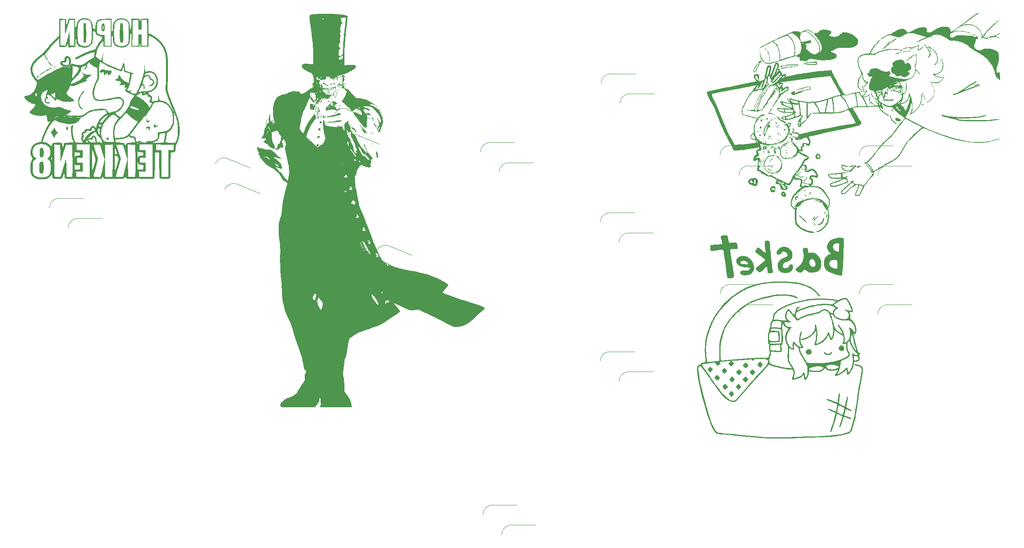
<source format=gbo>
G04 #@! TF.GenerationSoftware,KiCad,Pcbnew,8.0.4*
G04 #@! TF.CreationDate,2024-07-30T01:48:29-07:00*
G04 #@! TF.ProjectId,leverless_controller_3board,6c657665-726c-4657-9373-5f636f6e7472,rev?*
G04 #@! TF.SameCoordinates,Original*
G04 #@! TF.FileFunction,Legend,Bot*
G04 #@! TF.FilePolarity,Positive*
%FSLAX46Y46*%
G04 Gerber Fmt 4.6, Leading zero omitted, Abs format (unit mm)*
G04 Created by KiCad (PCBNEW 8.0.4) date 2024-07-30 01:48:29*
%MOMM*%
%LPD*%
G01*
G04 APERTURE LIST*
%ADD10C,0.000000*%
%ADD11C,0.079374*%
%ADD12C,0.120000*%
G04 APERTURE END LIST*
D10*
G36*
X247760702Y-26390560D02*
G01*
X247767411Y-26390811D01*
X247773833Y-26391272D01*
X247779960Y-26391944D01*
X247785781Y-26392830D01*
X247791287Y-26393935D01*
X247796469Y-26395260D01*
X247801315Y-26396810D01*
X247805818Y-26398586D01*
X247809966Y-26400591D01*
X247813751Y-26402829D01*
X247817162Y-26405304D01*
X247820190Y-26408016D01*
X247821471Y-26410309D01*
X247821500Y-26413336D01*
X247820303Y-26417076D01*
X247817909Y-26421508D01*
X247814347Y-26426612D01*
X247809644Y-26432365D01*
X247796929Y-26445734D01*
X247779991Y-26461447D01*
X247759054Y-26479332D01*
X247734345Y-26499220D01*
X247706090Y-26520940D01*
X247674513Y-26544322D01*
X247639841Y-26569197D01*
X247602299Y-26595393D01*
X247562113Y-26622741D01*
X247519509Y-26651070D01*
X247474711Y-26680211D01*
X247427947Y-26709992D01*
X247379441Y-26740244D01*
X247261932Y-26816022D01*
X247110800Y-26918615D01*
X246932321Y-27043495D01*
X246732773Y-27186134D01*
X246518435Y-27342006D01*
X246295585Y-27506583D01*
X246070499Y-27675338D01*
X245849457Y-27843743D01*
X245423369Y-28169068D01*
X245040729Y-28457299D01*
X244743403Y-28677148D01*
X244573256Y-28797328D01*
X244521676Y-28831809D01*
X244478635Y-28862873D01*
X244460278Y-28877097D01*
X244444011Y-28890435D01*
X244429817Y-28902876D01*
X244417683Y-28914409D01*
X244407594Y-28925023D01*
X244399533Y-28934709D01*
X244393486Y-28943455D01*
X244389438Y-28951251D01*
X244387373Y-28958086D01*
X244387278Y-28963948D01*
X244389136Y-28968829D01*
X244392933Y-28972716D01*
X244398653Y-28975599D01*
X244406282Y-28977468D01*
X244415804Y-28978312D01*
X244427204Y-28978120D01*
X244440468Y-28976881D01*
X244455580Y-28974584D01*
X244472524Y-28971220D01*
X244491287Y-28966777D01*
X244534207Y-28954613D01*
X244584218Y-28938006D01*
X244641200Y-28916870D01*
X244705031Y-28891120D01*
X244792328Y-28859467D01*
X244890252Y-28832627D01*
X244997490Y-28810565D01*
X245112729Y-28793247D01*
X245234655Y-28780636D01*
X245361955Y-28772698D01*
X245493317Y-28769398D01*
X245627427Y-28770700D01*
X245762972Y-28776569D01*
X245898639Y-28786971D01*
X246033114Y-28801870D01*
X246165084Y-28821231D01*
X246293237Y-28845018D01*
X246416259Y-28873198D01*
X246532837Y-28905733D01*
X246641657Y-28942590D01*
X246749567Y-28985397D01*
X246857940Y-29033304D01*
X246966212Y-29085899D01*
X247073822Y-29142775D01*
X247180205Y-29203520D01*
X247284798Y-29267726D01*
X247387038Y-29334983D01*
X247486362Y-29404880D01*
X247582207Y-29477009D01*
X247674009Y-29550959D01*
X247761206Y-29626321D01*
X247843233Y-29702685D01*
X247919528Y-29779641D01*
X247989528Y-29856780D01*
X248052670Y-29933692D01*
X248108389Y-30009967D01*
X248140904Y-30060492D01*
X248174700Y-30118560D01*
X248209450Y-30183337D01*
X248244826Y-30253985D01*
X248280497Y-30329671D01*
X248316136Y-30409557D01*
X248386002Y-30578589D01*
X248451794Y-30754397D01*
X248510884Y-30930296D01*
X248537093Y-31016191D01*
X248560641Y-31099601D01*
X248581198Y-31179692D01*
X248598437Y-31255627D01*
X248599551Y-31258285D01*
X248600422Y-31259152D01*
X248601500Y-31259716D01*
X248604261Y-31259947D01*
X248607814Y-31259003D01*
X248612137Y-31256910D01*
X248617206Y-31253692D01*
X248623001Y-31249375D01*
X248629499Y-31243985D01*
X248644519Y-31230087D01*
X248662091Y-31212201D01*
X248682040Y-31190530D01*
X248704190Y-31165277D01*
X248728367Y-31136647D01*
X248754396Y-31104843D01*
X248782102Y-31070068D01*
X248811309Y-31032525D01*
X248841843Y-30992419D01*
X248873529Y-30949952D01*
X248906192Y-30905329D01*
X248939656Y-30858752D01*
X249036446Y-30725425D01*
X249135532Y-30594186D01*
X249237179Y-30464764D01*
X249341647Y-30336887D01*
X249449201Y-30210284D01*
X249560102Y-30084683D01*
X249674613Y-29959814D01*
X249792998Y-29835405D01*
X249915517Y-29711185D01*
X250042435Y-29586883D01*
X250174013Y-29462227D01*
X250310515Y-29336946D01*
X250452203Y-29210769D01*
X250599340Y-29083424D01*
X250911009Y-28824148D01*
X251233359Y-28558693D01*
X251524281Y-28312303D01*
X251647979Y-28204848D01*
X251751847Y-28112469D01*
X251831893Y-28038600D01*
X251884127Y-27986680D01*
X251902596Y-27967217D01*
X251920930Y-27948684D01*
X251939019Y-27931159D01*
X251956750Y-27914722D01*
X251974014Y-27899452D01*
X251990698Y-27885430D01*
X252006691Y-27872735D01*
X252021882Y-27861447D01*
X252036159Y-27851645D01*
X252049412Y-27843409D01*
X252061528Y-27836819D01*
X252072397Y-27831954D01*
X252081906Y-27828894D01*
X252086117Y-27828066D01*
X252089946Y-27827719D01*
X252093379Y-27827863D01*
X252096404Y-27828507D01*
X252099005Y-27829663D01*
X252101168Y-27831340D01*
X252103693Y-27837220D01*
X252102692Y-27846119D01*
X252098292Y-27857909D01*
X252090616Y-27872464D01*
X252065940Y-27909365D01*
X252029666Y-27955810D01*
X251982794Y-28010788D01*
X251926326Y-28073287D01*
X251861264Y-28142295D01*
X251788607Y-28216802D01*
X251709357Y-28295795D01*
X251624516Y-28378264D01*
X251535084Y-28463196D01*
X251442062Y-28549581D01*
X251346452Y-28636407D01*
X251249254Y-28722662D01*
X251151470Y-28807335D01*
X251054101Y-28889415D01*
X250840632Y-29076663D01*
X250575598Y-29323660D01*
X250283665Y-29605589D01*
X249989498Y-29897629D01*
X249717764Y-30174963D01*
X249493129Y-30412773D01*
X249340259Y-30586241D01*
X249298445Y-30641090D01*
X249283821Y-30670547D01*
X249283459Y-30674209D01*
X249282384Y-30678728D01*
X249278167Y-30690228D01*
X249271312Y-30704838D01*
X249261962Y-30722346D01*
X249250257Y-30742540D01*
X249236341Y-30765211D01*
X249220356Y-30790147D01*
X249202442Y-30817136D01*
X249161401Y-30876434D01*
X249114353Y-30941416D01*
X249062435Y-31010396D01*
X249006784Y-31081684D01*
X248951111Y-31152703D01*
X248899136Y-31220912D01*
X248852001Y-31284679D01*
X248810850Y-31342374D01*
X248776828Y-31392364D01*
X248751079Y-31433019D01*
X248741663Y-31449337D01*
X248734745Y-31462708D01*
X248730467Y-31472930D01*
X248728971Y-31479799D01*
X248729521Y-31482396D01*
X248731231Y-31485057D01*
X248734071Y-31487776D01*
X248738013Y-31490549D01*
X248743028Y-31493368D01*
X248749087Y-31496230D01*
X248764222Y-31502056D01*
X248783189Y-31507981D01*
X248805756Y-31513961D01*
X248831692Y-31519952D01*
X248860768Y-31525908D01*
X248892752Y-31531784D01*
X248927414Y-31537536D01*
X248964524Y-31543118D01*
X249003850Y-31548487D01*
X249045162Y-31553597D01*
X249088231Y-31558404D01*
X249132824Y-31562862D01*
X249178711Y-31566926D01*
X249265256Y-31572534D01*
X249350504Y-31574983D01*
X249434049Y-31574367D01*
X249515487Y-31570782D01*
X249594410Y-31564324D01*
X249670414Y-31555089D01*
X249743094Y-31543172D01*
X249812042Y-31528667D01*
X249876855Y-31511672D01*
X249937126Y-31492281D01*
X249992450Y-31470589D01*
X250042421Y-31446693D01*
X250086634Y-31420688D01*
X250124683Y-31392669D01*
X250156162Y-31362731D01*
X250180666Y-31330971D01*
X250184668Y-31325496D01*
X250189585Y-31320134D01*
X250195397Y-31314890D01*
X250202085Y-31309768D01*
X250209630Y-31304772D01*
X250218013Y-31299906D01*
X250227213Y-31295173D01*
X250237212Y-31290577D01*
X250259531Y-31281815D01*
X250284814Y-31273650D01*
X250312908Y-31266113D01*
X250343659Y-31259237D01*
X250376913Y-31253052D01*
X250412516Y-31247589D01*
X250450314Y-31242881D01*
X250490153Y-31238959D01*
X250531878Y-31235853D01*
X250575337Y-31233596D01*
X250620375Y-31232219D01*
X250666837Y-31231753D01*
X250745833Y-31228941D01*
X250828479Y-31220702D01*
X250914061Y-31207329D01*
X251001863Y-31189112D01*
X251091170Y-31166347D01*
X251181267Y-31139325D01*
X251271438Y-31108339D01*
X251360969Y-31073681D01*
X251449143Y-31035645D01*
X251535246Y-30994523D01*
X251618562Y-30950608D01*
X251698377Y-30904193D01*
X251773974Y-30855570D01*
X251844638Y-30805032D01*
X251909655Y-30752872D01*
X251968308Y-30699382D01*
X251979376Y-30688926D01*
X251990883Y-30678763D01*
X252002739Y-30668946D01*
X252014851Y-30659528D01*
X252027129Y-30650562D01*
X252039480Y-30642099D01*
X252051814Y-30634193D01*
X252064038Y-30626896D01*
X252076061Y-30620261D01*
X252087791Y-30614339D01*
X252099138Y-30609185D01*
X252110008Y-30604849D01*
X252120312Y-30601386D01*
X252129956Y-30598847D01*
X252138850Y-30597285D01*
X252146902Y-30596753D01*
X252162058Y-30597150D01*
X252175469Y-30598339D01*
X252187137Y-30600317D01*
X252197067Y-30603078D01*
X252201381Y-30604752D01*
X252205262Y-30606620D01*
X252208710Y-30608683D01*
X252211725Y-30610939D01*
X252214308Y-30613388D01*
X252216460Y-30616030D01*
X252218181Y-30618865D01*
X252219471Y-30621891D01*
X252220331Y-30625108D01*
X252220761Y-30628516D01*
X252220762Y-30632115D01*
X252220333Y-30635903D01*
X252219477Y-30639881D01*
X252218192Y-30644047D01*
X252214341Y-30652945D01*
X252208783Y-30662593D01*
X252201523Y-30672986D01*
X252192562Y-30684121D01*
X252181906Y-30695995D01*
X252169558Y-30708603D01*
X252155520Y-30721942D01*
X252139798Y-30736007D01*
X252122394Y-30750795D01*
X252103311Y-30766303D01*
X252082554Y-30782525D01*
X252060126Y-30799459D01*
X252036031Y-30817100D01*
X252010272Y-30835445D01*
X251982852Y-30854490D01*
X251953776Y-30874231D01*
X251923047Y-30894664D01*
X251856643Y-30937591D01*
X251783668Y-30983241D01*
X251697382Y-31038332D01*
X251618537Y-31092391D01*
X251582407Y-31118605D01*
X251548740Y-31144046D01*
X251517738Y-31168543D01*
X251489600Y-31191925D01*
X251464529Y-31214020D01*
X251442724Y-31234657D01*
X251424387Y-31253665D01*
X251409719Y-31270871D01*
X251398921Y-31286105D01*
X251392194Y-31299195D01*
X251390419Y-31304883D01*
X251389738Y-31309970D01*
X251390174Y-31314436D01*
X251391754Y-31318259D01*
X251394313Y-31321856D01*
X251397654Y-31325651D01*
X251406593Y-31333797D01*
X251418390Y-31342614D01*
X251432861Y-31352018D01*
X251449824Y-31361926D01*
X251469097Y-31372255D01*
X251490496Y-31382922D01*
X251513838Y-31393844D01*
X251538942Y-31404937D01*
X251565625Y-31416120D01*
X251593702Y-31427307D01*
X251622993Y-31438418D01*
X251653314Y-31449367D01*
X251684483Y-31460073D01*
X251716316Y-31470451D01*
X251748632Y-31480420D01*
X251781242Y-31490656D01*
X251813940Y-31501821D01*
X251846513Y-31513803D01*
X251878750Y-31526493D01*
X251910437Y-31539781D01*
X251941364Y-31553558D01*
X251971317Y-31567714D01*
X252000085Y-31582139D01*
X252027456Y-31596723D01*
X252053217Y-31611356D01*
X252077156Y-31625929D01*
X252099060Y-31640333D01*
X252118719Y-31654456D01*
X252135919Y-31668190D01*
X252150448Y-31681425D01*
X252162095Y-31694050D01*
X252171694Y-31705991D01*
X252180217Y-31717221D01*
X252187653Y-31727699D01*
X252193992Y-31737381D01*
X252199225Y-31746225D01*
X252203343Y-31754190D01*
X252206335Y-31761234D01*
X252208192Y-31767314D01*
X252208691Y-31769980D01*
X252208904Y-31772389D01*
X252208827Y-31774536D01*
X252208461Y-31776416D01*
X252207803Y-31778023D01*
X252206853Y-31779353D01*
X252205610Y-31780399D01*
X252204072Y-31781158D01*
X252202237Y-31781622D01*
X252200106Y-31781788D01*
X252197676Y-31781651D01*
X252194947Y-31781203D01*
X252191916Y-31780441D01*
X252188584Y-31779360D01*
X252181008Y-31776216D01*
X251784133Y-31592351D01*
X251707589Y-31559008D01*
X251630969Y-31530131D01*
X251553231Y-31505720D01*
X251473332Y-31485780D01*
X251390226Y-31470311D01*
X251302873Y-31459317D01*
X251210227Y-31452798D01*
X251111246Y-31450758D01*
X251004885Y-31453198D01*
X250890103Y-31460121D01*
X250765854Y-31471529D01*
X250631096Y-31487424D01*
X250484786Y-31507808D01*
X250325880Y-31532683D01*
X250153334Y-31562052D01*
X249966105Y-31595916D01*
X249656356Y-31653277D01*
X250085167Y-31883496D01*
X250227649Y-31960660D01*
X250281785Y-31990815D01*
X250324062Y-32015315D01*
X250354138Y-32034129D01*
X250371671Y-32047229D01*
X250375627Y-32051628D01*
X250376320Y-32054587D01*
X250373705Y-32056103D01*
X250367741Y-32056173D01*
X250345595Y-32051957D01*
X250309538Y-32041913D01*
X250259228Y-32026010D01*
X250194324Y-32004219D01*
X250019367Y-31942860D01*
X249781930Y-31857606D01*
X249729094Y-31839456D01*
X249674390Y-31822465D01*
X249617815Y-31806631D01*
X249559365Y-31791954D01*
X249499037Y-31778432D01*
X249436827Y-31766063D01*
X249372730Y-31754846D01*
X249306744Y-31744780D01*
X249238864Y-31735863D01*
X249169086Y-31728095D01*
X249097408Y-31721473D01*
X249023825Y-31715997D01*
X248870929Y-31708477D01*
X248710368Y-31705522D01*
X248514216Y-31704051D01*
X248364164Y-31700708D01*
X248305153Y-31698042D01*
X248256141Y-31694557D01*
X248216618Y-31690137D01*
X248186078Y-31684663D01*
X248164010Y-31678020D01*
X248149906Y-31670090D01*
X248145681Y-31665606D01*
X248143257Y-31660757D01*
X248142570Y-31655527D01*
X248143555Y-31649902D01*
X248150292Y-31637411D01*
X248162957Y-31623164D01*
X248181044Y-31607046D01*
X248204042Y-31588940D01*
X248219707Y-31577530D01*
X248235566Y-31566831D01*
X248251512Y-31556883D01*
X248267434Y-31547724D01*
X248283223Y-31539393D01*
X248298771Y-31531928D01*
X248313967Y-31525368D01*
X248328703Y-31519752D01*
X248342868Y-31515119D01*
X248356355Y-31511507D01*
X248369054Y-31508954D01*
X248380855Y-31507500D01*
X248391649Y-31507183D01*
X248401327Y-31508042D01*
X248405713Y-31508924D01*
X248409779Y-31510115D01*
X248413512Y-31511619D01*
X248416897Y-31513441D01*
X248420150Y-31515306D01*
X248423492Y-31516937D01*
X248426914Y-31518338D01*
X248430410Y-31519512D01*
X248433972Y-31520461D01*
X248437593Y-31521188D01*
X248441267Y-31521695D01*
X248444985Y-31521986D01*
X248448742Y-31522063D01*
X248452528Y-31521930D01*
X248456338Y-31521587D01*
X248460164Y-31521039D01*
X248463999Y-31520288D01*
X248467836Y-31519337D01*
X248471667Y-31518189D01*
X248475485Y-31516846D01*
X248479284Y-31515311D01*
X248483055Y-31513587D01*
X248486792Y-31511676D01*
X248490488Y-31509582D01*
X248494135Y-31507307D01*
X248497726Y-31504853D01*
X248501255Y-31502224D01*
X248504712Y-31499422D01*
X248508093Y-31496451D01*
X248511389Y-31493312D01*
X248514593Y-31490008D01*
X248517698Y-31486543D01*
X248520697Y-31482918D01*
X248523582Y-31479138D01*
X248526347Y-31475203D01*
X248528984Y-31471118D01*
X248531429Y-31466983D01*
X248533625Y-31462901D01*
X248535575Y-31458877D01*
X248537280Y-31454916D01*
X248538743Y-31451023D01*
X248539966Y-31447203D01*
X248540950Y-31443462D01*
X248541699Y-31439804D01*
X248542215Y-31436236D01*
X248542499Y-31432761D01*
X248542555Y-31429385D01*
X248542383Y-31426113D01*
X248541987Y-31422951D01*
X248541368Y-31419904D01*
X248540529Y-31416976D01*
X248539473Y-31414173D01*
X248538200Y-31411499D01*
X248536714Y-31408961D01*
X248535016Y-31406564D01*
X248533110Y-31404311D01*
X248530996Y-31402210D01*
X248528678Y-31400264D01*
X248526157Y-31398479D01*
X248523436Y-31396859D01*
X248520517Y-31395412D01*
X248517402Y-31394140D01*
X248514093Y-31393050D01*
X248510593Y-31392147D01*
X248506903Y-31391435D01*
X248503027Y-31390920D01*
X248498966Y-31390608D01*
X248494722Y-31390502D01*
X248490413Y-31390136D01*
X248486159Y-31389047D01*
X248481966Y-31387255D01*
X248477838Y-31384777D01*
X248473780Y-31381631D01*
X248469800Y-31377835D01*
X248465901Y-31373408D01*
X248462089Y-31368367D01*
X248458369Y-31362730D01*
X248454747Y-31356515D01*
X248451229Y-31349741D01*
X248447819Y-31342425D01*
X248444523Y-31334585D01*
X248441346Y-31326240D01*
X248438294Y-31317407D01*
X248435372Y-31308103D01*
X248429940Y-31288160D01*
X248425092Y-31266554D01*
X248420873Y-31243428D01*
X248417324Y-31218928D01*
X248414489Y-31193196D01*
X248412410Y-31166377D01*
X248411132Y-31138616D01*
X248410696Y-31110055D01*
X248406262Y-31005361D01*
X248393079Y-30899750D01*
X248371326Y-30793509D01*
X248341182Y-30686922D01*
X248302828Y-30580274D01*
X248256442Y-30473850D01*
X248202203Y-30367937D01*
X248140292Y-30262819D01*
X248070887Y-30158781D01*
X247994167Y-30056109D01*
X247910313Y-29955087D01*
X247819503Y-29856002D01*
X247721917Y-29759138D01*
X247617734Y-29664781D01*
X247507133Y-29573216D01*
X247390294Y-29484728D01*
X247280909Y-29407383D01*
X247175577Y-29336991D01*
X247073450Y-29273281D01*
X246973678Y-29215982D01*
X246875412Y-29164824D01*
X246777803Y-29119534D01*
X246680001Y-29079843D01*
X246581158Y-29045481D01*
X246480424Y-29016174D01*
X246376950Y-28991655D01*
X246269888Y-28971650D01*
X246158387Y-28955890D01*
X246041599Y-28944103D01*
X245918675Y-28936020D01*
X245788765Y-28931368D01*
X245651020Y-28929878D01*
X245490242Y-28931961D01*
X245334470Y-28938258D01*
X245183438Y-28948842D01*
X245036875Y-28963788D01*
X244894515Y-28983168D01*
X244756089Y-29007056D01*
X244621327Y-29035524D01*
X244489963Y-29068648D01*
X244361727Y-29106499D01*
X244236352Y-29149151D01*
X244113568Y-29196678D01*
X243993108Y-29249152D01*
X243874702Y-29306648D01*
X243758084Y-29369239D01*
X243642984Y-29436997D01*
X243529134Y-29509997D01*
X242755693Y-30027640D01*
X242693066Y-30070510D01*
X242639320Y-30108985D01*
X242594469Y-30143103D01*
X242558526Y-30172897D01*
X242543900Y-30186184D01*
X242531506Y-30198404D01*
X242521346Y-30209560D01*
X242513423Y-30219658D01*
X242507736Y-30228701D01*
X242504289Y-30236695D01*
X242503084Y-30243643D01*
X242504121Y-30249550D01*
X242507402Y-30254420D01*
X242512930Y-30258258D01*
X242520706Y-30261069D01*
X242530732Y-30262855D01*
X242543009Y-30263623D01*
X242557540Y-30263377D01*
X242574326Y-30262120D01*
X242593368Y-30259857D01*
X242638231Y-30252332D01*
X242692141Y-30240838D01*
X242755113Y-30225408D01*
X242827161Y-30206079D01*
X242901085Y-30187807D01*
X242982424Y-30171888D01*
X243070636Y-30158323D01*
X243165179Y-30147116D01*
X243265511Y-30138270D01*
X243371092Y-30131787D01*
X243481378Y-30127670D01*
X243595829Y-30125922D01*
X243713903Y-30126546D01*
X243835058Y-30129544D01*
X243958752Y-30134919D01*
X244084444Y-30142674D01*
X244211592Y-30152813D01*
X244339654Y-30165336D01*
X244468089Y-30180249D01*
X244596355Y-30197552D01*
X244809999Y-30235666D01*
X245060224Y-30291471D01*
X245326090Y-30358834D01*
X245586654Y-30431624D01*
X245820973Y-30503710D01*
X246008104Y-30568959D01*
X246077430Y-30597105D01*
X246127106Y-30621241D01*
X246154514Y-30640603D01*
X246159049Y-30648254D01*
X246157035Y-30654424D01*
X246154457Y-30655647D01*
X246149780Y-30656304D01*
X246134350Y-30655964D01*
X246111181Y-30653497D01*
X246080712Y-30649000D01*
X245999618Y-30634286D01*
X245894565Y-30612576D01*
X245769049Y-30584625D01*
X245626566Y-30551188D01*
X245470613Y-30513017D01*
X245304685Y-30470869D01*
X245098426Y-30420452D01*
X244894456Y-30376372D01*
X244693197Y-30338636D01*
X244495075Y-30307250D01*
X244300514Y-30282221D01*
X244109941Y-30263554D01*
X243923779Y-30251257D01*
X243742453Y-30245335D01*
X243566389Y-30245794D01*
X243396011Y-30252642D01*
X243231744Y-30265885D01*
X243074013Y-30285528D01*
X242923243Y-30311578D01*
X242779859Y-30344042D01*
X242644286Y-30382926D01*
X242516948Y-30428236D01*
X242415535Y-30469132D01*
X242324014Y-30508135D01*
X242241922Y-30545698D01*
X242168798Y-30582273D01*
X242104179Y-30618314D01*
X242047604Y-30654275D01*
X241998610Y-30690608D01*
X241956734Y-30727766D01*
X241938322Y-30746796D01*
X241921516Y-30766203D01*
X241906259Y-30786043D01*
X241892493Y-30806372D01*
X241880160Y-30827247D01*
X241869203Y-30848725D01*
X241859563Y-30870863D01*
X241851184Y-30893716D01*
X241837973Y-30941799D01*
X241829109Y-30993426D01*
X241824129Y-31049050D01*
X241822572Y-31109124D01*
X241823199Y-31143969D01*
X241825113Y-31176939D01*
X241828366Y-31208136D01*
X241833009Y-31237662D01*
X241839091Y-31265619D01*
X241846665Y-31292109D01*
X241855780Y-31317233D01*
X241866488Y-31341093D01*
X241878839Y-31363792D01*
X241892885Y-31385431D01*
X241908675Y-31406112D01*
X241926262Y-31425937D01*
X241945695Y-31445008D01*
X241967026Y-31463426D01*
X241990305Y-31481294D01*
X242015583Y-31498713D01*
X242048301Y-31519637D01*
X242078572Y-31537433D01*
X242093072Y-31545108D01*
X242107299Y-31551942D01*
X242121364Y-31557913D01*
X242135380Y-31563003D01*
X242149461Y-31567192D01*
X242163717Y-31570459D01*
X242178263Y-31572785D01*
X242193210Y-31574150D01*
X242208671Y-31574534D01*
X242224759Y-31573916D01*
X242241586Y-31572278D01*
X242259265Y-31569599D01*
X242277908Y-31565860D01*
X242297628Y-31561040D01*
X242318537Y-31555119D01*
X242340748Y-31548078D01*
X242364374Y-31539897D01*
X242389527Y-31530555D01*
X242416319Y-31520034D01*
X242444864Y-31508312D01*
X242507659Y-31481190D01*
X242578814Y-31449029D01*
X242659228Y-31411670D01*
X242749802Y-31368954D01*
X243291009Y-31112690D01*
X244799134Y-31117961D01*
X245253962Y-31120643D01*
X245616999Y-31126026D01*
X245903771Y-31135519D01*
X246129801Y-31150529D01*
X246310614Y-31172465D01*
X246388916Y-31186471D01*
X246461735Y-31202737D01*
X246598689Y-31242752D01*
X246737000Y-31293919D01*
X246867237Y-31344638D01*
X246921890Y-31364868D01*
X246970283Y-31381742D01*
X247012954Y-31395305D01*
X247050439Y-31405605D01*
X247083277Y-31412687D01*
X247112004Y-31416599D01*
X247137159Y-31417387D01*
X247159279Y-31415097D01*
X247178902Y-31409777D01*
X247196564Y-31401472D01*
X247212804Y-31390230D01*
X247228159Y-31376097D01*
X247243166Y-31359119D01*
X247258363Y-31339343D01*
X247273236Y-31319404D01*
X247286891Y-31302152D01*
X247293337Y-31294537D01*
X247299567Y-31287596D01*
X247305611Y-31281333D01*
X247311500Y-31275746D01*
X247317262Y-31270838D01*
X247322928Y-31266610D01*
X247328527Y-31263062D01*
X247334089Y-31260196D01*
X247339644Y-31258013D01*
X247345221Y-31256513D01*
X247350851Y-31255699D01*
X247356562Y-31255571D01*
X247362385Y-31256130D01*
X247368349Y-31257377D01*
X247374483Y-31259313D01*
X247380819Y-31261940D01*
X247387385Y-31265259D01*
X247394211Y-31269270D01*
X247401327Y-31273975D01*
X247408762Y-31279374D01*
X247416546Y-31285470D01*
X247424710Y-31292262D01*
X247433282Y-31299753D01*
X247442292Y-31307943D01*
X247461746Y-31326424D01*
X247483311Y-31347715D01*
X247496915Y-31361871D01*
X247510139Y-31376717D01*
X247522916Y-31392130D01*
X247535175Y-31407986D01*
X247546849Y-31424162D01*
X247557869Y-31440536D01*
X247568165Y-31456983D01*
X247577670Y-31473381D01*
X247586313Y-31489606D01*
X247594028Y-31505536D01*
X247600744Y-31521047D01*
X247606394Y-31536016D01*
X247610907Y-31550320D01*
X247614216Y-31563836D01*
X247616252Y-31576441D01*
X247616946Y-31588011D01*
X247617076Y-31593528D01*
X247617461Y-31599061D01*
X247618971Y-31610140D01*
X247621426Y-31621176D01*
X247624775Y-31632099D01*
X247628967Y-31642835D01*
X247633951Y-31653313D01*
X247639676Y-31663463D01*
X247646092Y-31673211D01*
X247653147Y-31682486D01*
X247660791Y-31691217D01*
X247668972Y-31699332D01*
X247677640Y-31706760D01*
X247686745Y-31713427D01*
X247696234Y-31719264D01*
X247701107Y-31721848D01*
X247706058Y-31724198D01*
X247711079Y-31726304D01*
X247716165Y-31728157D01*
X247720862Y-31729943D01*
X247724728Y-31731853D01*
X247727777Y-31733880D01*
X247730021Y-31736018D01*
X247730846Y-31737126D01*
X247731473Y-31738261D01*
X247731906Y-31739421D01*
X247732146Y-31740605D01*
X247732194Y-31741812D01*
X247732052Y-31743042D01*
X247731204Y-31745568D01*
X247729615Y-31748177D01*
X247727297Y-31750863D01*
X247724263Y-31753619D01*
X247720526Y-31756442D01*
X247716099Y-31759323D01*
X247710994Y-31762259D01*
X247705224Y-31765243D01*
X247698802Y-31768269D01*
X247691741Y-31771332D01*
X247684053Y-31774426D01*
X247675750Y-31777545D01*
X247666847Y-31780683D01*
X247647286Y-31786995D01*
X247625473Y-31793316D01*
X247601509Y-31799599D01*
X247575495Y-31805799D01*
X247547534Y-31811869D01*
X247517728Y-31817764D01*
X247478214Y-31825692D01*
X247441920Y-31833986D01*
X247408754Y-31842710D01*
X247378622Y-31851929D01*
X247351432Y-31861706D01*
X247327092Y-31872106D01*
X247305509Y-31883192D01*
X247286591Y-31895028D01*
X247270245Y-31907679D01*
X247256378Y-31921208D01*
X247250346Y-31928322D01*
X247244899Y-31935680D01*
X247240026Y-31943290D01*
X247235714Y-31951159D01*
X247231954Y-31959295D01*
X247228732Y-31967708D01*
X247223859Y-31985391D01*
X247221003Y-32004273D01*
X247220071Y-32024418D01*
X247219029Y-32042631D01*
X247215970Y-32066002D01*
X247210999Y-32094170D01*
X247204217Y-32126772D01*
X247185636Y-32203827D01*
X247161051Y-32294264D01*
X247131285Y-32395184D01*
X247097165Y-32503683D01*
X247059513Y-32616861D01*
X247019153Y-32731817D01*
X246957779Y-32904933D01*
X246933143Y-32977952D01*
X246912411Y-33043199D01*
X246895484Y-33101615D01*
X246882265Y-33154139D01*
X246872657Y-33201713D01*
X246866560Y-33245277D01*
X246863878Y-33285772D01*
X246864513Y-33324139D01*
X246868367Y-33361317D01*
X246875341Y-33398248D01*
X246885339Y-33435872D01*
X246898261Y-33475130D01*
X246914012Y-33516962D01*
X246932492Y-33562308D01*
X246947377Y-33595297D01*
X246964372Y-33628104D01*
X246983431Y-33660680D01*
X247004508Y-33692980D01*
X247027558Y-33724957D01*
X247052536Y-33756563D01*
X247079396Y-33787752D01*
X247108093Y-33818478D01*
X247138582Y-33848693D01*
X247170817Y-33878351D01*
X247204753Y-33907404D01*
X247240344Y-33935807D01*
X247277545Y-33963511D01*
X247316311Y-33990471D01*
X247356596Y-34016639D01*
X247398355Y-34041969D01*
X247468194Y-34080149D01*
X247540784Y-34114701D01*
X247615284Y-34145525D01*
X247690857Y-34172519D01*
X247766663Y-34195580D01*
X247841863Y-34214606D01*
X247915619Y-34229497D01*
X247987090Y-34240149D01*
X248055439Y-34246461D01*
X248119826Y-34248332D01*
X248179413Y-34245658D01*
X248233360Y-34238339D01*
X248280828Y-34226272D01*
X248301870Y-34218426D01*
X248320978Y-34209356D01*
X248338047Y-34199047D01*
X248352972Y-34187488D01*
X248365648Y-34174665D01*
X248375970Y-34160567D01*
X248397916Y-34130666D01*
X248425798Y-34102103D01*
X248459348Y-34074899D01*
X248498294Y-34049076D01*
X248542369Y-34024655D01*
X248591301Y-34001658D01*
X248702663Y-33960023D01*
X248830225Y-33924345D01*
X248971829Y-33894797D01*
X249125320Y-33871554D01*
X249288542Y-33854788D01*
X249459339Y-33844673D01*
X249635555Y-33841383D01*
X249815033Y-33845091D01*
X249995619Y-33855972D01*
X250175155Y-33874198D01*
X250351485Y-33899943D01*
X250522454Y-33933382D01*
X250685906Y-33974686D01*
X250793560Y-34007326D01*
X250899371Y-34043265D01*
X251002838Y-34082197D01*
X251103462Y-34123815D01*
X251200742Y-34167815D01*
X251294178Y-34213889D01*
X251383270Y-34261733D01*
X251467517Y-34311040D01*
X251546420Y-34361504D01*
X251619477Y-34412820D01*
X251686190Y-34464681D01*
X251746058Y-34516781D01*
X251798580Y-34568816D01*
X251843256Y-34620478D01*
X251879587Y-34671462D01*
X251907072Y-34721462D01*
X251924374Y-34773097D01*
X251939737Y-34847346D01*
X251953126Y-34941419D01*
X251964506Y-35052530D01*
X251981100Y-35314711D01*
X251989242Y-35611586D01*
X251988653Y-35920851D01*
X251979056Y-36220201D01*
X251970791Y-36359189D01*
X251960171Y-36487334D01*
X251947159Y-36601849D01*
X251931721Y-36699946D01*
X251918317Y-36762290D01*
X251899477Y-36836452D01*
X251876066Y-36919665D01*
X251848950Y-37009161D01*
X251818993Y-37102173D01*
X251787060Y-37195934D01*
X251754016Y-37287677D01*
X251720727Y-37374633D01*
X251663501Y-37531726D01*
X251616100Y-37687815D01*
X251578347Y-37841282D01*
X251550064Y-37990511D01*
X251531071Y-38133883D01*
X251521192Y-38269782D01*
X251520247Y-38396589D01*
X251528060Y-38512687D01*
X251544451Y-38616458D01*
X251569243Y-38706284D01*
X251584733Y-38745463D01*
X251602257Y-38780549D01*
X251621793Y-38811340D01*
X251643317Y-38837634D01*
X251666807Y-38859229D01*
X251692242Y-38875923D01*
X251719599Y-38887512D01*
X251748856Y-38893796D01*
X251779991Y-38894572D01*
X251812981Y-38889637D01*
X251847804Y-38878790D01*
X251884437Y-38861829D01*
X251940323Y-38832787D01*
X251965790Y-38820458D01*
X251989673Y-38809748D01*
X252012022Y-38800775D01*
X252032889Y-38793657D01*
X252052325Y-38788511D01*
X252070378Y-38785455D01*
X252087101Y-38784606D01*
X252102544Y-38786084D01*
X252109801Y-38787732D01*
X252116757Y-38790005D01*
X252123418Y-38792919D01*
X252129791Y-38796488D01*
X252135881Y-38800727D01*
X252141696Y-38805650D01*
X252147241Y-38811273D01*
X252152523Y-38817609D01*
X252162322Y-38832483D01*
X252171145Y-38850390D01*
X252179041Y-38871448D01*
X252186062Y-38895773D01*
X252192257Y-38923485D01*
X252197677Y-38954701D01*
X252202373Y-38989540D01*
X252206396Y-39028117D01*
X252209795Y-39070553D01*
X252212622Y-39116963D01*
X252216761Y-39222182D01*
X252219217Y-39344716D01*
X252220394Y-39485509D01*
X252220696Y-39645502D01*
X252220696Y-40518628D01*
X251798241Y-40092917D01*
X251729796Y-40023293D01*
X251668468Y-39959214D01*
X251613600Y-39899460D01*
X251564536Y-39842812D01*
X251520619Y-39788052D01*
X251481192Y-39733960D01*
X251445599Y-39679318D01*
X251413183Y-39622907D01*
X251383288Y-39563508D01*
X251355257Y-39499902D01*
X251328432Y-39430870D01*
X251302159Y-39355194D01*
X251275780Y-39271655D01*
X251248638Y-39179033D01*
X251220078Y-39076111D01*
X251189441Y-38961668D01*
X251123589Y-38723467D01*
X251054819Y-38496739D01*
X250982517Y-38280419D01*
X250906071Y-38073442D01*
X250824867Y-37874743D01*
X250738290Y-37683256D01*
X250645729Y-37497919D01*
X250546568Y-37317664D01*
X250440196Y-37141428D01*
X250325997Y-36968146D01*
X250203359Y-36796752D01*
X250071668Y-36626183D01*
X249930311Y-36455372D01*
X249778674Y-36283256D01*
X249616143Y-36108768D01*
X249442106Y-35930846D01*
X249321241Y-35813177D01*
X249197085Y-35698180D01*
X249073168Y-35588744D01*
X248953022Y-35487757D01*
X248840178Y-35398109D01*
X248738166Y-35322688D01*
X248692325Y-35291215D01*
X248650517Y-35264383D01*
X248613183Y-35242552D01*
X248580763Y-35226082D01*
X248332140Y-35101666D01*
X248014724Y-34927535D01*
X247655398Y-34720082D01*
X247281044Y-34495699D01*
X246918543Y-34270778D01*
X246594779Y-34061712D01*
X246336633Y-33884894D01*
X246240568Y-33813700D01*
X246170988Y-33756715D01*
X245940141Y-33552352D01*
X245748568Y-33386484D01*
X245587237Y-33252376D01*
X245515091Y-33195128D01*
X245447120Y-33143293D01*
X245382195Y-33096032D01*
X245319187Y-33052501D01*
X245256968Y-33011858D01*
X245194408Y-32973262D01*
X245063755Y-32898843D01*
X244918196Y-32822509D01*
X244822400Y-32775021D01*
X244717372Y-32725344D01*
X244606529Y-32674949D01*
X244493292Y-32625311D01*
X244381078Y-32577901D01*
X244273305Y-32534193D01*
X244173392Y-32495659D01*
X244084759Y-32463771D01*
X243980839Y-32430782D01*
X243863060Y-32397993D01*
X243596895Y-32334678D01*
X243308205Y-32277149D01*
X243018930Y-32228730D01*
X242751010Y-32192744D01*
X242526387Y-32172516D01*
X242437168Y-32169349D01*
X242367000Y-32171368D01*
X242318627Y-32178988D01*
X242303470Y-32185028D01*
X242294791Y-32192624D01*
X242285311Y-32203776D01*
X242272586Y-32212702D01*
X242256790Y-32219472D01*
X242238096Y-32224152D01*
X242216677Y-32226811D01*
X242192708Y-32227516D01*
X242166361Y-32226335D01*
X242137810Y-32223335D01*
X242074793Y-32212153D01*
X242005043Y-32194509D01*
X241929949Y-32170947D01*
X241850901Y-32142008D01*
X241769286Y-32108235D01*
X241686494Y-32070168D01*
X241603912Y-32028349D01*
X241522929Y-31983321D01*
X241444934Y-31935626D01*
X241371315Y-31885805D01*
X241303462Y-31834399D01*
X241242761Y-31781952D01*
X241223807Y-31765716D01*
X241198813Y-31746606D01*
X241168189Y-31724863D01*
X241132345Y-31700727D01*
X241046634Y-31646242D01*
X240944954Y-31585080D01*
X240830580Y-31519168D01*
X240706789Y-31450434D01*
X240576854Y-31380807D01*
X240444051Y-31312213D01*
X240247191Y-31214602D01*
X240160203Y-31173623D01*
X240079086Y-31137383D01*
X240002524Y-31105523D01*
X239929199Y-31077683D01*
X239857792Y-31053504D01*
X239786988Y-31032628D01*
X239715468Y-31014695D01*
X239641916Y-30999345D01*
X239565013Y-30986219D01*
X239483442Y-30974959D01*
X239395886Y-30965204D01*
X239301028Y-30956596D01*
X239084135Y-30941383D01*
X238880598Y-30930504D01*
X238707901Y-30925423D01*
X238631184Y-30925248D01*
X238559857Y-30926753D01*
X238493146Y-30930014D01*
X238430278Y-30935107D01*
X238370481Y-30942108D01*
X238312979Y-30951095D01*
X238257000Y-30962143D01*
X238201772Y-30975330D01*
X238146519Y-30990732D01*
X238090469Y-31008424D01*
X237972885Y-31050989D01*
X237932555Y-31067102D01*
X237893550Y-31083689D01*
X237856063Y-31100623D01*
X237820289Y-31117780D01*
X237786421Y-31135033D01*
X237754652Y-31152257D01*
X237725177Y-31169327D01*
X237698189Y-31186118D01*
X237673882Y-31202503D01*
X237652450Y-31218358D01*
X237634086Y-31233556D01*
X237618985Y-31247973D01*
X237607340Y-31261483D01*
X237599344Y-31273960D01*
X237596776Y-31279772D01*
X237595192Y-31285279D01*
X237594618Y-31290465D01*
X237595077Y-31295315D01*
X237596149Y-31301137D01*
X237596838Y-31306615D01*
X237597139Y-31311748D01*
X237597049Y-31316537D01*
X237596565Y-31320983D01*
X237595682Y-31325086D01*
X237594398Y-31328845D01*
X237592708Y-31332262D01*
X237590610Y-31335337D01*
X237588098Y-31338071D01*
X237585170Y-31340463D01*
X237581821Y-31342514D01*
X237578049Y-31344224D01*
X237573850Y-31345594D01*
X237569219Y-31346625D01*
X237564153Y-31347316D01*
X237558649Y-31347668D01*
X237552703Y-31347682D01*
X237546311Y-31347357D01*
X237539469Y-31346694D01*
X237532175Y-31345694D01*
X237524423Y-31344356D01*
X237516212Y-31342682D01*
X237507536Y-31340672D01*
X237498392Y-31338325D01*
X237488777Y-31335643D01*
X237478686Y-31332626D01*
X237468117Y-31329273D01*
X237457066Y-31325587D01*
X237445528Y-31321566D01*
X237433500Y-31317211D01*
X237420980Y-31312523D01*
X237400541Y-31305190D01*
X237379180Y-31298351D01*
X237357071Y-31292029D01*
X237334388Y-31286247D01*
X237311305Y-31281028D01*
X237287997Y-31276396D01*
X237264637Y-31272373D01*
X237241400Y-31268983D01*
X237218461Y-31266249D01*
X237195993Y-31264193D01*
X237174171Y-31262840D01*
X237153168Y-31262211D01*
X237133160Y-31262331D01*
X237114321Y-31263222D01*
X237096825Y-31264907D01*
X237080845Y-31267410D01*
X237045107Y-31272410D01*
X237003846Y-31274663D01*
X236956893Y-31274135D01*
X236904074Y-31270791D01*
X236845219Y-31264595D01*
X236780156Y-31255513D01*
X236708714Y-31243509D01*
X236630721Y-31228550D01*
X236546007Y-31210600D01*
X236454398Y-31189625D01*
X236355725Y-31165589D01*
X236249816Y-31138457D01*
X236015602Y-31074768D01*
X235750385Y-30998279D01*
X235418047Y-30903660D01*
X235105816Y-30822170D01*
X234812405Y-30753837D01*
X234536528Y-30698688D01*
X234276898Y-30656751D01*
X234032227Y-30628054D01*
X233801229Y-30612624D01*
X233582616Y-30610488D01*
X233375103Y-30621676D01*
X233177401Y-30646213D01*
X232988225Y-30684127D01*
X232806287Y-30735447D01*
X232630300Y-30800199D01*
X232458978Y-30878412D01*
X232291033Y-30970113D01*
X232125179Y-31075329D01*
X232053322Y-31122130D01*
X231980811Y-31165837D01*
X231909622Y-31205494D01*
X231841733Y-31240145D01*
X231779122Y-31268835D01*
X231750413Y-31280646D01*
X231723765Y-31290608D01*
X231699426Y-31298602D01*
X231677642Y-31304507D01*
X231658660Y-31308206D01*
X231642728Y-31309578D01*
X231628578Y-31310138D01*
X231614825Y-31311493D01*
X231601540Y-31313600D01*
X231588794Y-31316419D01*
X231576658Y-31319907D01*
X231565204Y-31324022D01*
X231554503Y-31328723D01*
X231544626Y-31333968D01*
X231535644Y-31339715D01*
X231527629Y-31345923D01*
X231520651Y-31352549D01*
X231514783Y-31359553D01*
X231512287Y-31363183D01*
X231510094Y-31366892D01*
X231508215Y-31370674D01*
X231506657Y-31374524D01*
X231505430Y-31378438D01*
X231504543Y-31382409D01*
X231504004Y-31386432D01*
X231503822Y-31390503D01*
X231501407Y-31404617D01*
X231494305Y-31417389D01*
X231482732Y-31428837D01*
X231466903Y-31438981D01*
X231447033Y-31447839D01*
X231423337Y-31455432D01*
X231396031Y-31461778D01*
X231365330Y-31466896D01*
X231294603Y-31473528D01*
X231212880Y-31475480D01*
X231121880Y-31472906D01*
X231023328Y-31465961D01*
X230918944Y-31454797D01*
X230810452Y-31439568D01*
X230699572Y-31420428D01*
X230588028Y-31397530D01*
X230477540Y-31371029D01*
X230369832Y-31341078D01*
X230266624Y-31307831D01*
X230169640Y-31271441D01*
X230033364Y-31218858D01*
X229901891Y-31173953D01*
X229774746Y-31136751D01*
X229651455Y-31107276D01*
X229531541Y-31085550D01*
X229414530Y-31071599D01*
X229299946Y-31065446D01*
X229187314Y-31067115D01*
X229076160Y-31076629D01*
X228966007Y-31094014D01*
X228856382Y-31119292D01*
X228746807Y-31152487D01*
X228636809Y-31193624D01*
X228525913Y-31242727D01*
X228413642Y-31299818D01*
X228299522Y-31364923D01*
X228095635Y-31489699D01*
X227900232Y-31613601D01*
X227735492Y-31722305D01*
X227671551Y-31766481D01*
X227623593Y-31801486D01*
X227603850Y-31816198D01*
X227583761Y-31830461D01*
X227563465Y-31844205D01*
X227543108Y-31857357D01*
X227522830Y-31869844D01*
X227502775Y-31881595D01*
X227483084Y-31892538D01*
X227463900Y-31902599D01*
X227445366Y-31911708D01*
X227427624Y-31919791D01*
X227410817Y-31926777D01*
X227395086Y-31932593D01*
X227380575Y-31937167D01*
X227367425Y-31940428D01*
X227355780Y-31942302D01*
X227345781Y-31942718D01*
X227334628Y-31940728D01*
X227327835Y-31935871D01*
X227325200Y-31928311D01*
X227326524Y-31918212D01*
X227331605Y-31905741D01*
X227340244Y-31891062D01*
X227352239Y-31874341D01*
X227367390Y-31855742D01*
X227406357Y-31813573D01*
X227455541Y-31765875D01*
X227513336Y-31713970D01*
X227578140Y-31659180D01*
X227648346Y-31602824D01*
X227722350Y-31546223D01*
X227798547Y-31490700D01*
X227875334Y-31437575D01*
X227951104Y-31388168D01*
X228024254Y-31343801D01*
X228093179Y-31305795D01*
X228156274Y-31275472D01*
X228287203Y-31216808D01*
X228428180Y-31151181D01*
X228562266Y-31086618D01*
X228672522Y-31031145D01*
X228696584Y-31019230D01*
X228722269Y-31007651D01*
X228749345Y-30996467D01*
X228777582Y-30985738D01*
X228806749Y-30975525D01*
X228836615Y-30965886D01*
X228866948Y-30956882D01*
X228897518Y-30948573D01*
X228928094Y-30941017D01*
X228958444Y-30934275D01*
X228988338Y-30928406D01*
X229017545Y-30923470D01*
X229045834Y-30919527D01*
X229072973Y-30916637D01*
X229098733Y-30914859D01*
X229122881Y-30914253D01*
X229147028Y-30913274D01*
X229172783Y-30910399D01*
X229199916Y-30905726D01*
X229228196Y-30899352D01*
X229257391Y-30891373D01*
X229287271Y-30881887D01*
X229317605Y-30870991D01*
X229348162Y-30858780D01*
X229378711Y-30845353D01*
X229409021Y-30830806D01*
X229438861Y-30815235D01*
X229468000Y-30798739D01*
X229496208Y-30781413D01*
X229523253Y-30763354D01*
X229548905Y-30744660D01*
X229572932Y-30725428D01*
X229687718Y-30633873D01*
X229813745Y-30542475D01*
X229949263Y-30452026D01*
X230092526Y-30363320D01*
X230241784Y-30277150D01*
X230395290Y-30194310D01*
X230551297Y-30115593D01*
X230708056Y-30041793D01*
X230863819Y-29973704D01*
X231016839Y-29912118D01*
X231165368Y-29857831D01*
X231307657Y-29811634D01*
X231441959Y-29774322D01*
X231566527Y-29746688D01*
X231679611Y-29729525D01*
X231779465Y-29723628D01*
X231808059Y-29724056D01*
X231838059Y-29725312D01*
X231901275Y-29730138D01*
X231967120Y-29737767D01*
X232033597Y-29747861D01*
X232098713Y-29760080D01*
X232160473Y-29774086D01*
X232216882Y-29789540D01*
X232242457Y-29797705D01*
X232265946Y-29806104D01*
X232289122Y-29815589D01*
X232312793Y-29826573D01*
X232361300Y-29852695D01*
X232410821Y-29883786D01*
X232460711Y-29919161D01*
X232510323Y-29958136D01*
X232559012Y-30000024D01*
X232606132Y-30044143D01*
X232651037Y-30089805D01*
X232693082Y-30136328D01*
X232731620Y-30183027D01*
X232766005Y-30229215D01*
X232795592Y-30274209D01*
X232819736Y-30317324D01*
X232837789Y-30357875D01*
X232844330Y-30376975D01*
X232849106Y-30395178D01*
X232852037Y-30412396D01*
X232853042Y-30428546D01*
X232854412Y-30445017D01*
X232858455Y-30459645D01*
X232865117Y-30472447D01*
X232874341Y-30483438D01*
X232886073Y-30492633D01*
X232900256Y-30500049D01*
X232916836Y-30505700D01*
X232935757Y-30509603D01*
X232956964Y-30511774D01*
X232980401Y-30512227D01*
X233006013Y-30510978D01*
X233033744Y-30508044D01*
X233063540Y-30503440D01*
X233095344Y-30497181D01*
X233129102Y-30489283D01*
X233164758Y-30479762D01*
X233202256Y-30468633D01*
X233241541Y-30455912D01*
X233325252Y-30425756D01*
X233415447Y-30389421D01*
X233511682Y-30347030D01*
X233613516Y-30298709D01*
X233720503Y-30244584D01*
X233832202Y-30184778D01*
X233948169Y-30119418D01*
X234104720Y-30031103D01*
X234257814Y-29948946D01*
X234407655Y-29872881D01*
X234554449Y-29802840D01*
X234698404Y-29738757D01*
X234839724Y-29680564D01*
X234978614Y-29628194D01*
X235115283Y-29581579D01*
X235249934Y-29540654D01*
X235382773Y-29505351D01*
X235514008Y-29475603D01*
X235643843Y-29451342D01*
X235772484Y-29432502D01*
X235900138Y-29419015D01*
X236027009Y-29410815D01*
X236153305Y-29407833D01*
X236320512Y-29408669D01*
X236391635Y-29410397D01*
X236455365Y-29413240D01*
X236512399Y-29417376D01*
X236563432Y-29422986D01*
X236609160Y-29430251D01*
X236650280Y-29439349D01*
X236687486Y-29450461D01*
X236721476Y-29463767D01*
X236752944Y-29479447D01*
X236782587Y-29497682D01*
X236811101Y-29518650D01*
X236839182Y-29542533D01*
X236867525Y-29569509D01*
X236896826Y-29599760D01*
X236924457Y-29629754D01*
X236948843Y-29657645D01*
X236970071Y-29683795D01*
X236988222Y-29708564D01*
X236996170Y-29720544D01*
X237003380Y-29732315D01*
X237009863Y-29743922D01*
X237015630Y-29755410D01*
X237020689Y-29766824D01*
X237025054Y-29778210D01*
X237028732Y-29789612D01*
X237031736Y-29801076D01*
X237034074Y-29812648D01*
X237035759Y-29824371D01*
X237036800Y-29836292D01*
X237037208Y-29848456D01*
X237036993Y-29860908D01*
X237036166Y-29873693D01*
X237034737Y-29886856D01*
X237032716Y-29900443D01*
X237030114Y-29914499D01*
X237026942Y-29929068D01*
X237018927Y-29959930D01*
X237008755Y-29993391D01*
X236996510Y-30029811D01*
X236984756Y-30064689D01*
X236974859Y-30096796D01*
X236966857Y-30126373D01*
X236960790Y-30153666D01*
X236956695Y-30178919D01*
X236954610Y-30202375D01*
X236954575Y-30224279D01*
X236955337Y-30234725D01*
X236956627Y-30244874D01*
X236958447Y-30254757D01*
X236960804Y-30264405D01*
X236963702Y-30273847D01*
X236967146Y-30283115D01*
X236971140Y-30292238D01*
X236975689Y-30301248D01*
X236986474Y-30319049D01*
X236999537Y-30336761D01*
X237014918Y-30354628D01*
X237032655Y-30372895D01*
X237052785Y-30391805D01*
X237077884Y-30413272D01*
X237103657Y-30432824D01*
X237130148Y-30450451D01*
X237157400Y-30466142D01*
X237185458Y-30479887D01*
X237214366Y-30491676D01*
X237244167Y-30501499D01*
X237274905Y-30509346D01*
X237306623Y-30515207D01*
X237339366Y-30519072D01*
X237373178Y-30520930D01*
X237408102Y-30520773D01*
X237444182Y-30518588D01*
X237481461Y-30514367D01*
X237519984Y-30508100D01*
X237559795Y-30499775D01*
X237600936Y-30489384D01*
X237643453Y-30476916D01*
X237687388Y-30462362D01*
X237732786Y-30445710D01*
X237779691Y-30426950D01*
X237828145Y-30406074D01*
X237929880Y-30357930D01*
X238038341Y-30301195D01*
X238153879Y-30235790D01*
X238276844Y-30161634D01*
X238407586Y-30078645D01*
X238563566Y-29979182D01*
X238713175Y-29887462D01*
X238857110Y-29803220D01*
X238996072Y-29726187D01*
X239130759Y-29656096D01*
X239261871Y-29592680D01*
X239390105Y-29535670D01*
X239516162Y-29484800D01*
X239640740Y-29439802D01*
X239764538Y-29400408D01*
X239888255Y-29366351D01*
X240012590Y-29337364D01*
X240138243Y-29313178D01*
X240265911Y-29293527D01*
X240396295Y-29278142D01*
X240530092Y-29266757D01*
X240707057Y-29258340D01*
X240870644Y-29258949D01*
X241021246Y-29268887D01*
X241091800Y-29277450D01*
X241159254Y-29288458D01*
X241223659Y-29301951D01*
X241285063Y-29317966D01*
X241343514Y-29336541D01*
X241399062Y-29357713D01*
X241451757Y-29381522D01*
X241501646Y-29408004D01*
X241548779Y-29437198D01*
X241593205Y-29469141D01*
X241634974Y-29503873D01*
X241674134Y-29541429D01*
X241710733Y-29581849D01*
X241744822Y-29625170D01*
X241776449Y-29671431D01*
X241805664Y-29720669D01*
X241832515Y-29772922D01*
X241857051Y-29828228D01*
X241879321Y-29886625D01*
X241899375Y-29948151D01*
X241917261Y-30012844D01*
X241933029Y-30080741D01*
X241958405Y-30226303D01*
X241975895Y-30385138D01*
X241976565Y-30388234D01*
X241977996Y-30390700D01*
X241980170Y-30392547D01*
X241983067Y-30393786D01*
X241986668Y-30394427D01*
X241990953Y-30394480D01*
X241995903Y-30393955D01*
X242001499Y-30392864D01*
X242007721Y-30391216D01*
X242014549Y-30389022D01*
X242021965Y-30386293D01*
X242029948Y-30383037D01*
X242047541Y-30374992D01*
X242067172Y-30364971D01*
X242088687Y-30353055D01*
X242111930Y-30339328D01*
X242136745Y-30323874D01*
X242162978Y-30306776D01*
X242190473Y-30288116D01*
X242219075Y-30267977D01*
X242248628Y-30246444D01*
X242278978Y-30223598D01*
X242346061Y-30173152D01*
X242422736Y-30116968D01*
X242594120Y-29994911D01*
X242771644Y-29872476D01*
X242855994Y-29815819D01*
X242933822Y-29764711D01*
X243007207Y-29716359D01*
X243078828Y-29667599D01*
X243146893Y-29619760D01*
X243209611Y-29574170D01*
X243265188Y-29532156D01*
X243311833Y-29495047D01*
X243347754Y-29464170D01*
X243361133Y-29451485D01*
X243371158Y-29440855D01*
X243382554Y-29429321D01*
X243399955Y-29413983D01*
X243423001Y-29395095D01*
X243451333Y-29372915D01*
X243522413Y-29319692D01*
X243610320Y-29256358D01*
X243712176Y-29184955D01*
X243825104Y-29107523D01*
X243946226Y-29026106D01*
X244072666Y-28942746D01*
X244202844Y-28856773D01*
X244334678Y-28767869D01*
X244588799Y-28591541D01*
X244703829Y-28509255D01*
X244806003Y-28434313D01*
X244891690Y-28369284D01*
X244957264Y-28316737D01*
X245077929Y-28218317D01*
X245232772Y-28096215D01*
X245629629Y-27792562D01*
X246117098Y-27428962D01*
X246664446Y-27028599D01*
X246846482Y-26895888D01*
X247019402Y-26768466D01*
X247163672Y-26660807D01*
X247259759Y-26587385D01*
X247284834Y-26568662D01*
X247311722Y-26550411D01*
X247340160Y-26532717D01*
X247369885Y-26515662D01*
X247400633Y-26499332D01*
X247432142Y-26483811D01*
X247464148Y-26469183D01*
X247496389Y-26455531D01*
X247528602Y-26442941D01*
X247560523Y-26431496D01*
X247591890Y-26421280D01*
X247622440Y-26412377D01*
X247651909Y-26404872D01*
X247680034Y-26398848D01*
X247706553Y-26394391D01*
X247731203Y-26391583D01*
X247738958Y-26391029D01*
X247746466Y-26390672D01*
X247753718Y-26390515D01*
X247760702Y-26390560D01*
G37*
G36*
X114409398Y-45558811D02*
G01*
X114410140Y-45559059D01*
X114411010Y-45559507D01*
X114412008Y-45560155D01*
X114413134Y-45561001D01*
X114414389Y-45562045D01*
X114417287Y-45564724D01*
X114420706Y-45568187D01*
X114424649Y-45572428D01*
X114429119Y-45577441D01*
X114434120Y-45583220D01*
X114439656Y-45589760D01*
X114445730Y-45597056D01*
X114452345Y-45605102D01*
X114467212Y-45623420D01*
X114484285Y-45644670D01*
X114494763Y-45658085D01*
X114504948Y-45671782D01*
X114514785Y-45685663D01*
X114524222Y-45699629D01*
X114533207Y-45713579D01*
X114541686Y-45727415D01*
X114549608Y-45741037D01*
X114556920Y-45754348D01*
X114563568Y-45767246D01*
X114569501Y-45779634D01*
X114574666Y-45791412D01*
X114579009Y-45802480D01*
X114582479Y-45812741D01*
X114585023Y-45822093D01*
X114586588Y-45830440D01*
X114587121Y-45837680D01*
X114587031Y-45845201D01*
X114586755Y-45852003D01*
X114586286Y-45858076D01*
X114585620Y-45863413D01*
X114584748Y-45868007D01*
X114583665Y-45871848D01*
X114582364Y-45874930D01*
X114580838Y-45877243D01*
X114579990Y-45878110D01*
X114579082Y-45878781D01*
X114578116Y-45879257D01*
X114577089Y-45879536D01*
X114576001Y-45879616D01*
X114574852Y-45879498D01*
X114573640Y-45879180D01*
X114572364Y-45878661D01*
X114569620Y-45877016D01*
X114566613Y-45874556D01*
X114563336Y-45871272D01*
X114559784Y-45867157D01*
X114555948Y-45862202D01*
X114551824Y-45856400D01*
X114547405Y-45849743D01*
X114542683Y-45842222D01*
X114537653Y-45833831D01*
X114532309Y-45824560D01*
X114520649Y-45803348D01*
X114507653Y-45778525D01*
X114493268Y-45750026D01*
X114477443Y-45717788D01*
X114460126Y-45681747D01*
X114435862Y-45630407D01*
X114426458Y-45610023D01*
X114418914Y-45593107D01*
X114413259Y-45579615D01*
X114409524Y-45569508D01*
X114408386Y-45565709D01*
X114407739Y-45562741D01*
X114407587Y-45560598D01*
X114407934Y-45559274D01*
X114408295Y-45558918D01*
X114408784Y-45558763D01*
X114409398Y-45558811D01*
G37*
D11*
X198410117Y-47414446D02*
X198409944Y-47411758D01*
D10*
G36*
X64906915Y-38151210D02*
G01*
X64928406Y-38153356D01*
X64975287Y-38161268D01*
X65028298Y-38173895D01*
X65088554Y-38191099D01*
X65157173Y-38212743D01*
X65323958Y-38268804D01*
X65378112Y-38286354D01*
X65435942Y-38303412D01*
X65560548Y-38335698D01*
X65693609Y-38364956D01*
X65830958Y-38390479D01*
X65968428Y-38411560D01*
X66101852Y-38427493D01*
X66227063Y-38437571D01*
X66285286Y-38440193D01*
X66339894Y-38441087D01*
X66416976Y-38441475D01*
X66486131Y-38442750D01*
X66547767Y-38445072D01*
X66575892Y-38446677D01*
X66602290Y-38448605D01*
X66627012Y-38450877D01*
X66650109Y-38453512D01*
X66671631Y-38456531D01*
X66691631Y-38459955D01*
X66710158Y-38463803D01*
X66727264Y-38468096D01*
X66742999Y-38472855D01*
X66757415Y-38478099D01*
X66770562Y-38483849D01*
X66782492Y-38490125D01*
X66793256Y-38496948D01*
X66802903Y-38504338D01*
X66811486Y-38512315D01*
X66819056Y-38520899D01*
X66825662Y-38530112D01*
X66831357Y-38539973D01*
X66836191Y-38550502D01*
X66840216Y-38561720D01*
X66843481Y-38573647D01*
X66846038Y-38586304D01*
X66847939Y-38599711D01*
X66849233Y-38613888D01*
X66849972Y-38628855D01*
X66850207Y-38644633D01*
X66848786Y-38667057D01*
X66844615Y-38692167D01*
X66837835Y-38719692D01*
X66828588Y-38749360D01*
X66817012Y-38780900D01*
X66803249Y-38814041D01*
X66787438Y-38848511D01*
X66769722Y-38884039D01*
X66750239Y-38920354D01*
X66729132Y-38957185D01*
X66706539Y-38994259D01*
X66682601Y-39031307D01*
X66657460Y-39068056D01*
X66631255Y-39104235D01*
X66604127Y-39139573D01*
X66576216Y-39173799D01*
X66576219Y-39173799D01*
X66516240Y-39243394D01*
X66460797Y-39304162D01*
X66434747Y-39331240D01*
X66409797Y-39356116D01*
X66385936Y-39378791D01*
X66363150Y-39399267D01*
X66341430Y-39417545D01*
X66320763Y-39433627D01*
X66301138Y-39447514D01*
X66282544Y-39459208D01*
X66264969Y-39468711D01*
X66248401Y-39476023D01*
X66232829Y-39481147D01*
X66218242Y-39484083D01*
X66204628Y-39484834D01*
X66191976Y-39483400D01*
X66180274Y-39479784D01*
X66169510Y-39473987D01*
X66159674Y-39466010D01*
X66150753Y-39455855D01*
X66142736Y-39443523D01*
X66135612Y-39429016D01*
X66129369Y-39412336D01*
X66123996Y-39393483D01*
X66119481Y-39372460D01*
X66115813Y-39349267D01*
X66112980Y-39323907D01*
X66110970Y-39296381D01*
X66109773Y-39266690D01*
X66109376Y-39234836D01*
X66107694Y-39178452D01*
X66105572Y-39152934D01*
X66102576Y-39129198D01*
X66098694Y-39107242D01*
X66093913Y-39087064D01*
X66088217Y-39068663D01*
X66081595Y-39052037D01*
X66074031Y-39037186D01*
X66065514Y-39024107D01*
X66056028Y-39012799D01*
X66045560Y-39003261D01*
X66034097Y-38995491D01*
X66021626Y-38989488D01*
X66008132Y-38985250D01*
X65993601Y-38982776D01*
X65978021Y-38982065D01*
X65961378Y-38983115D01*
X65943657Y-38985925D01*
X65924846Y-38990492D01*
X65904931Y-38996817D01*
X65883898Y-39004897D01*
X65861733Y-39014730D01*
X65838423Y-39026316D01*
X65788314Y-39054740D01*
X65733461Y-39090156D01*
X65673755Y-39132553D01*
X65609088Y-39181919D01*
X65542988Y-39232780D01*
X65483328Y-39276181D01*
X65429934Y-39312073D01*
X65405532Y-39327187D01*
X65382630Y-39340406D01*
X65361208Y-39351722D01*
X65341242Y-39361130D01*
X65322712Y-39368623D01*
X65305595Y-39374195D01*
X65289869Y-39377840D01*
X65275512Y-39379551D01*
X65262504Y-39379322D01*
X65250821Y-39377148D01*
X65240442Y-39373021D01*
X65231345Y-39366936D01*
X65223509Y-39358886D01*
X65216911Y-39348866D01*
X65211529Y-39336868D01*
X65207342Y-39322886D01*
X65204327Y-39306915D01*
X65202464Y-39288948D01*
X65201729Y-39268979D01*
X65202102Y-39247001D01*
X65203560Y-39223009D01*
X65206081Y-39196996D01*
X65214226Y-39138881D01*
X65226362Y-39072608D01*
X65290558Y-38751631D01*
X64866592Y-38819426D01*
X64816354Y-38826867D01*
X64768603Y-38832737D01*
X64723350Y-38837054D01*
X64680608Y-38839834D01*
X64640388Y-38841096D01*
X64602702Y-38840856D01*
X64567563Y-38839130D01*
X64534981Y-38835938D01*
X64504969Y-38831295D01*
X64477538Y-38825218D01*
X64452701Y-38817726D01*
X64430469Y-38808835D01*
X64410854Y-38798561D01*
X64393869Y-38786923D01*
X64379524Y-38773938D01*
X64367832Y-38759622D01*
X64358805Y-38743993D01*
X64352454Y-38727068D01*
X64348792Y-38708864D01*
X64347830Y-38689398D01*
X64349580Y-38668687D01*
X64354054Y-38646749D01*
X64361264Y-38623601D01*
X64371221Y-38599260D01*
X64383939Y-38573742D01*
X64399427Y-38547066D01*
X64417699Y-38519247D01*
X64438766Y-38490305D01*
X64462640Y-38460255D01*
X64489333Y-38429114D01*
X64518857Y-38396901D01*
X64551224Y-38363631D01*
X64640115Y-38276194D01*
X64678132Y-38241464D01*
X64713351Y-38212544D01*
X64746889Y-38189297D01*
X64763375Y-38179757D01*
X64779860Y-38171585D01*
X64796482Y-38164762D01*
X64813382Y-38159272D01*
X64830698Y-38155097D01*
X64848569Y-38152220D01*
X64867136Y-38150625D01*
X64886539Y-38150294D01*
X64906915Y-38151210D01*
G37*
G36*
X123039707Y-47091867D02*
G01*
X123041113Y-47092124D01*
X123042630Y-47092617D01*
X123044254Y-47093343D01*
X123045984Y-47094299D01*
X123047817Y-47095484D01*
X123049749Y-47096894D01*
X123051780Y-47098526D01*
X123053905Y-47100377D01*
X123058431Y-47104729D01*
X123063306Y-47109928D01*
X123068511Y-47115952D01*
X123074024Y-47122779D01*
X123079825Y-47130389D01*
X123085894Y-47138759D01*
X123092210Y-47147868D01*
X123098753Y-47157695D01*
X123105502Y-47168218D01*
X123112437Y-47179415D01*
X123119538Y-47191265D01*
X123126783Y-47203746D01*
X123145774Y-47238315D01*
X123163493Y-47273174D01*
X123179553Y-47307374D01*
X123193564Y-47339966D01*
X123205138Y-47369999D01*
X123209890Y-47383760D01*
X123213886Y-47396525D01*
X123217079Y-47408176D01*
X123219420Y-47418594D01*
X123220860Y-47427660D01*
X123221351Y-47435256D01*
X123221227Y-47438430D01*
X123220860Y-47441136D01*
X123220256Y-47443380D01*
X123219867Y-47444331D01*
X123219420Y-47445169D01*
X123218917Y-47445894D01*
X123218359Y-47446507D01*
X123217746Y-47447010D01*
X123217079Y-47447403D01*
X123216359Y-47447687D01*
X123215586Y-47447862D01*
X123214762Y-47447930D01*
X123213886Y-47447891D01*
X123212961Y-47447747D01*
X123211985Y-47447497D01*
X123209890Y-47446684D01*
X123207605Y-47445460D01*
X123205138Y-47443832D01*
X123202494Y-47441805D01*
X123199680Y-47439386D01*
X123196701Y-47436581D01*
X123193564Y-47433397D01*
X123190275Y-47429839D01*
X123186839Y-47425915D01*
X123183263Y-47421631D01*
X123179553Y-47416993D01*
X123175715Y-47412007D01*
X123171755Y-47406680D01*
X123167679Y-47401018D01*
X123163493Y-47395027D01*
X123159204Y-47388714D01*
X123154817Y-47382086D01*
X123150338Y-47375148D01*
X123145774Y-47367906D01*
X123136413Y-47352540D01*
X123126783Y-47336038D01*
X123107798Y-47301470D01*
X123090093Y-47266611D01*
X123074055Y-47232410D01*
X123060067Y-47199818D01*
X123048517Y-47169785D01*
X123043776Y-47156024D01*
X123039789Y-47143259D01*
X123036604Y-47131608D01*
X123034270Y-47121190D01*
X123032834Y-47112123D01*
X123032344Y-47104528D01*
X123032374Y-47102881D01*
X123032464Y-47101352D01*
X123032613Y-47099939D01*
X123032820Y-47098643D01*
X123033085Y-47097462D01*
X123033408Y-47096395D01*
X123033789Y-47095442D01*
X123034226Y-47094602D01*
X123034466Y-47094224D01*
X123034719Y-47093875D01*
X123034987Y-47093553D01*
X123035268Y-47093259D01*
X123035564Y-47092992D01*
X123035873Y-47092754D01*
X123036195Y-47092543D01*
X123036532Y-47092359D01*
X123036882Y-47092203D01*
X123037245Y-47092074D01*
X123037622Y-47091972D01*
X123038013Y-47091897D01*
X123038416Y-47091849D01*
X123038833Y-47091828D01*
X123039707Y-47091867D01*
G37*
G36*
X196706307Y-105949332D02*
G01*
X196699873Y-105968066D01*
X196690773Y-105988195D01*
X196678958Y-106009805D01*
X196664376Y-106032980D01*
X196646978Y-106057805D01*
X196626714Y-106084365D01*
X196603533Y-106112746D01*
X196577386Y-106143032D01*
X196548222Y-106175308D01*
X196515992Y-106209660D01*
X196480644Y-106246172D01*
X196424894Y-106302198D01*
X196371527Y-106354341D01*
X196321806Y-106401466D01*
X196276999Y-106442438D01*
X196256833Y-106460262D01*
X196238370Y-106476121D01*
X196221768Y-106489875D01*
X196207185Y-106501380D01*
X196194780Y-106510496D01*
X196184710Y-106517081D01*
X196177133Y-106520991D01*
X196174330Y-106521900D01*
X196172209Y-106522087D01*
X196167322Y-106520038D01*
X196159859Y-106514686D01*
X196149975Y-106506203D01*
X196137824Y-106494760D01*
X196107337Y-106463674D01*
X196069632Y-106422796D01*
X196025944Y-106373494D01*
X195977506Y-106317134D01*
X195925553Y-106255085D01*
X195871319Y-106188714D01*
X195604831Y-105858644D01*
X195611663Y-105851656D01*
X195686225Y-105851656D01*
X195686373Y-105853989D01*
X195686806Y-105856381D01*
X195687521Y-105858825D01*
X195688511Y-105861318D01*
X195689772Y-105863853D01*
X195691299Y-105866426D01*
X195695131Y-105871666D01*
X195699966Y-105876996D01*
X195705764Y-105882377D01*
X195712485Y-105887768D01*
X195720088Y-105893129D01*
X195728534Y-105898419D01*
X195737782Y-105903597D01*
X195747793Y-105908624D01*
X195758526Y-105913459D01*
X195769941Y-105918062D01*
X195785938Y-105924030D01*
X195800005Y-105929000D01*
X195812161Y-105932951D01*
X195822428Y-105935863D01*
X195826859Y-105936924D01*
X195830824Y-105937717D01*
X195834328Y-105938241D01*
X195837371Y-105938492D01*
X195839957Y-105938469D01*
X195842087Y-105938169D01*
X195843766Y-105937589D01*
X195844994Y-105936727D01*
X195845774Y-105935580D01*
X195846110Y-105934146D01*
X195846003Y-105932422D01*
X195845457Y-105930406D01*
X195844472Y-105928096D01*
X195843053Y-105925488D01*
X195841201Y-105922581D01*
X195838920Y-105919371D01*
X195836211Y-105915857D01*
X195833076Y-105912035D01*
X195825543Y-105903460D01*
X195816340Y-105893626D01*
X195805487Y-105882514D01*
X195797325Y-105874660D01*
X195789030Y-105867388D01*
X195780660Y-105860720D01*
X195772275Y-105854679D01*
X195763931Y-105849287D01*
X195755689Y-105844565D01*
X195747605Y-105840537D01*
X195743640Y-105838790D01*
X195739738Y-105837225D01*
X195735904Y-105835843D01*
X195732147Y-105834650D01*
X195728473Y-105833646D01*
X195724889Y-105832835D01*
X195721404Y-105832220D01*
X195718024Y-105831802D01*
X195714757Y-105831587D01*
X195711610Y-105831575D01*
X195708590Y-105831769D01*
X195705704Y-105832174D01*
X195702961Y-105832790D01*
X195700366Y-105833622D01*
X195697928Y-105834671D01*
X195695653Y-105835941D01*
X195693550Y-105837435D01*
X195691625Y-105839154D01*
X195691625Y-105839158D01*
X195689951Y-105841037D01*
X195688594Y-105843004D01*
X195687548Y-105845055D01*
X195686808Y-105847184D01*
X195686368Y-105849386D01*
X195686225Y-105851656D01*
X195611663Y-105851656D01*
X195868666Y-105588769D01*
X195895812Y-105561277D01*
X195922730Y-105534556D01*
X195949255Y-105508745D01*
X195975227Y-105483981D01*
X196000484Y-105460403D01*
X196024862Y-105438149D01*
X196048201Y-105417358D01*
X196070337Y-105398169D01*
X196091110Y-105380718D01*
X196110357Y-105365146D01*
X196127916Y-105351590D01*
X196143625Y-105340188D01*
X196157321Y-105331079D01*
X196168844Y-105324401D01*
X196173739Y-105322017D01*
X196178030Y-105320293D01*
X196181697Y-105319246D01*
X196184718Y-105318893D01*
X196190777Y-105320033D01*
X196198561Y-105323376D01*
X196218871Y-105336206D01*
X196244789Y-105356458D01*
X196275452Y-105383206D01*
X196310000Y-105415522D01*
X196347573Y-105452480D01*
X196428348Y-105536620D01*
X196510890Y-105628213D01*
X196588311Y-105719850D01*
X196622949Y-105763369D01*
X196653724Y-105804120D01*
X196679776Y-105841176D01*
X196700243Y-105873611D01*
X196703613Y-105880012D01*
X196706386Y-105886645D01*
X196708555Y-105893521D01*
X196710115Y-105900649D01*
X196711057Y-105908041D01*
X196711377Y-105915708D01*
X196710125Y-105931907D01*
X196709634Y-105934146D01*
X196706307Y-105949332D01*
G37*
G36*
X204871401Y-56632984D02*
G01*
X204874453Y-56634802D01*
X204876331Y-56637795D01*
X204877060Y-56641934D01*
X204876659Y-56647188D01*
X204875152Y-56653528D01*
X204872562Y-56660922D01*
X204868909Y-56669342D01*
X204864217Y-56678757D01*
X204858508Y-56689137D01*
X204844126Y-56712672D01*
X204825941Y-56739707D01*
X204804132Y-56770002D01*
X204778875Y-56803316D01*
X204750350Y-56839409D01*
X204718734Y-56878040D01*
X204684204Y-56918970D01*
X204646938Y-56961959D01*
X204607115Y-57006765D01*
X204564912Y-57053149D01*
X204520508Y-57100869D01*
X204355012Y-57276376D01*
X204230503Y-57406788D01*
X204143037Y-57495263D01*
X204111962Y-57524762D01*
X204088669Y-57544961D01*
X204072666Y-57556255D01*
X204067243Y-57558687D01*
X204063458Y-57559040D01*
X204061249Y-57557364D01*
X204060554Y-57553709D01*
X204063459Y-57540658D01*
X204071682Y-57520281D01*
X204084729Y-57492974D01*
X204123324Y-57419146D01*
X204153128Y-57368070D01*
X204190357Y-57311748D01*
X204233895Y-57251357D01*
X204282630Y-57188078D01*
X204335447Y-57123088D01*
X204391231Y-57057566D01*
X204448868Y-56992690D01*
X204507245Y-56929639D01*
X204565247Y-56869592D01*
X204621759Y-56813728D01*
X204675667Y-56763224D01*
X204725857Y-56719260D01*
X204771215Y-56683014D01*
X204810627Y-56655665D01*
X204842978Y-56638391D01*
X204856157Y-56633901D01*
X204867154Y-56632371D01*
X204871401Y-56632984D01*
G37*
D11*
X198360107Y-46767016D02*
X198360194Y-46763507D01*
D10*
G36*
X121072004Y-56823134D02*
G01*
X121078699Y-56823473D01*
X121085300Y-56824032D01*
X121091798Y-56824803D01*
X121098184Y-56825783D01*
X121104450Y-56826965D01*
X121110588Y-56828344D01*
X121116589Y-56829914D01*
X121122445Y-56831670D01*
X121128147Y-56833605D01*
X121133687Y-56835715D01*
X121139056Y-56837994D01*
X121144245Y-56840436D01*
X121149247Y-56843036D01*
X121154053Y-56845787D01*
X121158654Y-56848685D01*
X121163042Y-56851724D01*
X121167208Y-56854898D01*
X121171144Y-56858201D01*
X121174842Y-56861629D01*
X121178292Y-56865175D01*
X121181487Y-56868833D01*
X121184418Y-56872599D01*
X121187076Y-56876467D01*
X121189454Y-56880430D01*
X121191541Y-56884484D01*
X121193331Y-56888623D01*
X121194815Y-56892840D01*
X121195983Y-56897132D01*
X121196829Y-56901491D01*
X121197342Y-56905913D01*
X121197515Y-56910392D01*
X121197142Y-56922194D01*
X121195984Y-56932528D01*
X121195092Y-56937146D01*
X121193984Y-56941399D01*
X121192650Y-56945289D01*
X121191084Y-56948816D01*
X121189279Y-56951981D01*
X121187227Y-56954785D01*
X121184922Y-56957229D01*
X121182356Y-56959314D01*
X121179522Y-56961041D01*
X121176413Y-56962410D01*
X121173021Y-56963422D01*
X121169341Y-56964080D01*
X121165363Y-56964382D01*
X121161082Y-56964330D01*
X121156489Y-56963926D01*
X121151579Y-56963170D01*
X121140775Y-56960605D01*
X121128612Y-56956643D01*
X121115032Y-56951291D01*
X121099980Y-56944556D01*
X121083396Y-56936446D01*
X121065223Y-56926967D01*
X121051747Y-56919669D01*
X121038649Y-56912407D01*
X121025996Y-56905226D01*
X121013857Y-56898171D01*
X121002299Y-56891286D01*
X120991391Y-56884616D01*
X120981199Y-56878206D01*
X120971792Y-56872101D01*
X120963238Y-56866345D01*
X120955605Y-56860983D01*
X120948959Y-56856060D01*
X120943370Y-56851621D01*
X120938905Y-56847710D01*
X120935632Y-56844372D01*
X120934463Y-56842932D01*
X120933618Y-56841652D01*
X120933104Y-56840538D01*
X120932931Y-56839595D01*
X120933104Y-56838745D01*
X120933618Y-56837905D01*
X120935632Y-56836263D01*
X120938905Y-56834677D01*
X120943370Y-56833156D01*
X120948959Y-56831707D01*
X120955605Y-56830341D01*
X120971792Y-56827886D01*
X120991391Y-56825859D01*
X121013857Y-56824327D01*
X121038649Y-56823358D01*
X121065223Y-56823020D01*
X121072004Y-56823134D01*
G37*
G36*
X213203378Y-64975631D02*
G01*
X213238137Y-64976247D01*
X213272367Y-64977274D01*
X213305803Y-64978714D01*
X213338182Y-64980566D01*
X213369238Y-64982831D01*
X213398706Y-64985511D01*
X213426323Y-64988604D01*
X213449925Y-64991868D01*
X213467613Y-64995041D01*
X213474281Y-64996588D01*
X213479520Y-64998107D01*
X213483346Y-64999595D01*
X213485777Y-65001050D01*
X213486828Y-65002470D01*
X213486842Y-65003167D01*
X213486517Y-65003853D01*
X213484859Y-65005197D01*
X213481872Y-65006500D01*
X213477571Y-65007759D01*
X213471974Y-65008973D01*
X213456956Y-65011257D01*
X213436950Y-65013334D01*
X213412089Y-65015188D01*
X213382504Y-65016802D01*
X213348327Y-65018161D01*
X213309692Y-65019246D01*
X213266730Y-65020042D01*
X213219573Y-65020531D01*
X213168355Y-65020698D01*
X213069977Y-65020041D01*
X212988378Y-65018160D01*
X212924617Y-65015187D01*
X212879750Y-65011255D01*
X212864732Y-65008971D01*
X212854835Y-65006498D01*
X212850191Y-65003851D01*
X212849880Y-65002468D01*
X212850931Y-65001048D01*
X212857189Y-64998105D01*
X212869096Y-64995039D01*
X212886784Y-64991867D01*
X212910387Y-64988604D01*
X212938003Y-64985511D01*
X212967471Y-64982831D01*
X212998526Y-64980566D01*
X213030904Y-64978714D01*
X213064341Y-64977274D01*
X213098571Y-64976247D01*
X213133330Y-64975631D01*
X213168355Y-64975425D01*
X213203378Y-64975631D01*
G37*
G36*
X201549637Y-61057877D02*
G01*
X201575546Y-61084769D01*
X201586255Y-61098475D01*
X201595359Y-61112319D01*
X201602781Y-61126274D01*
X201608440Y-61140313D01*
X201613627Y-61154891D01*
X201619702Y-61170578D01*
X201634215Y-61204697D01*
X201651374Y-61241502D01*
X201670575Y-61279825D01*
X201691213Y-61318498D01*
X201712686Y-61356355D01*
X201734388Y-61392227D01*
X201755716Y-61424946D01*
X201769941Y-61446264D01*
X201782285Y-61465791D01*
X201792748Y-61483630D01*
X201800300Y-61497934D01*
X201801332Y-61499889D01*
X201808038Y-61514671D01*
X201810687Y-61521542D01*
X201812867Y-61528084D01*
X201814578Y-61534309D01*
X201815821Y-61540232D01*
X201816595Y-61545864D01*
X201816900Y-61551220D01*
X201816737Y-61556313D01*
X201816106Y-61561155D01*
X201815007Y-61565760D01*
X201813439Y-61570142D01*
X201811405Y-61574312D01*
X201808902Y-61578285D01*
X201805932Y-61582074D01*
X201802495Y-61585691D01*
X201798591Y-61589151D01*
X201794219Y-61592466D01*
X201789381Y-61595649D01*
X201784076Y-61598714D01*
X201772067Y-61604541D01*
X201758192Y-61610052D01*
X201753106Y-61612242D01*
X201748085Y-61615077D01*
X201743135Y-61618537D01*
X201738261Y-61622605D01*
X201733472Y-61627261D01*
X201728772Y-61632485D01*
X201724168Y-61638260D01*
X201719667Y-61644566D01*
X201715276Y-61651384D01*
X201710999Y-61658694D01*
X201706844Y-61666479D01*
X201702817Y-61674719D01*
X201695174Y-61692488D01*
X201688118Y-61711850D01*
X201681703Y-61732653D01*
X201675977Y-61754744D01*
X201670993Y-61777971D01*
X201666801Y-61802184D01*
X201663452Y-61827230D01*
X201660997Y-61852957D01*
X201659487Y-61879214D01*
X201658972Y-61905848D01*
X201658149Y-61936932D01*
X201657839Y-61940867D01*
X201655696Y-61968063D01*
X201651639Y-61999182D01*
X201646003Y-62030228D01*
X201638812Y-62061142D01*
X201630091Y-62091864D01*
X201619866Y-62122336D01*
X201608161Y-62152496D01*
X201595001Y-62182286D01*
X201580413Y-62211645D01*
X201564419Y-62240515D01*
X201547046Y-62268835D01*
X201528318Y-62296547D01*
X201508261Y-62323590D01*
X201486899Y-62349904D01*
X201464258Y-62375431D01*
X201421800Y-62419788D01*
X201381544Y-62458473D01*
X201362062Y-62475700D01*
X201342915Y-62491524D01*
X201324030Y-62505950D01*
X201305337Y-62518982D01*
X201286763Y-62530626D01*
X201268236Y-62540887D01*
X201249684Y-62549770D01*
X201231036Y-62557279D01*
X201212219Y-62563420D01*
X201193163Y-62568197D01*
X201173794Y-62571616D01*
X201154040Y-62573682D01*
X201133831Y-62574399D01*
X201113094Y-62573773D01*
X201091758Y-62571809D01*
X201069749Y-62568511D01*
X201046997Y-62563884D01*
X201023430Y-62557935D01*
X200998975Y-62550666D01*
X200973561Y-62542085D01*
X200947117Y-62532195D01*
X200919569Y-62521001D01*
X200860876Y-62494723D01*
X200796910Y-62463292D01*
X200727093Y-62426746D01*
X200695885Y-62410569D01*
X200663521Y-62394835D01*
X200630254Y-62379625D01*
X200596339Y-62365022D01*
X200527581Y-62337962D01*
X200459281Y-62314312D01*
X200425938Y-62303970D01*
X200393471Y-62294726D01*
X200362134Y-62286662D01*
X200332183Y-62279860D01*
X200303870Y-62274402D01*
X200277451Y-62270370D01*
X200253179Y-62267846D01*
X200231308Y-62266911D01*
X200205356Y-62265813D01*
X200192601Y-62264532D01*
X200179983Y-62262757D01*
X200167495Y-62260481D01*
X200155130Y-62257700D01*
X200142881Y-62254408D01*
X200130740Y-62250600D01*
X200118700Y-62246270D01*
X200106754Y-62241413D01*
X200094895Y-62236023D01*
X200083115Y-62230096D01*
X200071407Y-62223626D01*
X200059764Y-62216607D01*
X200036644Y-62200902D01*
X200013697Y-62182939D01*
X199990865Y-62162674D01*
X199968090Y-62140064D01*
X199945313Y-62115066D01*
X199922478Y-62087638D01*
X199912872Y-62075123D01*
X200165052Y-62075123D01*
X200165092Y-62076194D01*
X200165228Y-62077249D01*
X200165460Y-62078289D01*
X200165787Y-62079312D01*
X200166721Y-62081310D01*
X200168025Y-62083238D01*
X200169691Y-62085096D01*
X200171713Y-62086879D01*
X200174084Y-62088586D01*
X200176797Y-62090214D01*
X200179846Y-62091759D01*
X200183224Y-62093220D01*
X200186925Y-62094594D01*
X200190941Y-62095878D01*
X200195267Y-62097068D01*
X200199894Y-62098164D01*
X200204818Y-62099161D01*
X200210030Y-62100058D01*
X200215525Y-62100851D01*
X200221295Y-62101538D01*
X200227335Y-62102117D01*
X200233636Y-62102583D01*
X200240194Y-62102936D01*
X200247000Y-62103172D01*
X200254048Y-62103288D01*
X200261333Y-62103282D01*
X200268845Y-62103151D01*
X200276581Y-62102892D01*
X200293053Y-62102004D01*
X200307786Y-62100779D01*
X200320767Y-62099228D01*
X200331983Y-62097364D01*
X200341422Y-62095199D01*
X200349072Y-62092744D01*
X200352222Y-62091413D01*
X200354921Y-62090013D01*
X200357166Y-62088547D01*
X200358956Y-62087017D01*
X200360290Y-62085424D01*
X200361166Y-62083769D01*
X200361583Y-62082054D01*
X200361538Y-62080281D01*
X200361031Y-62078450D01*
X200360060Y-62076564D01*
X200358623Y-62074624D01*
X200356719Y-62072632D01*
X200354346Y-62070589D01*
X200351503Y-62068496D01*
X200344401Y-62064169D01*
X200335399Y-62059663D01*
X200324486Y-62054989D01*
X200319082Y-62052916D01*
X200313620Y-62050993D01*
X200308112Y-62049220D01*
X200302566Y-62047597D01*
X200296993Y-62046123D01*
X200291403Y-62044797D01*
X200285805Y-62043620D01*
X200280210Y-62042592D01*
X200274628Y-62041710D01*
X200269068Y-62040976D01*
X200263541Y-62040389D01*
X200258056Y-62039948D01*
X200252624Y-62039653D01*
X200247254Y-62039504D01*
X200241956Y-62039500D01*
X200236742Y-62039640D01*
X200231619Y-62039925D01*
X200226600Y-62040352D01*
X200221694Y-62040921D01*
X200216909Y-62041632D01*
X200212255Y-62042486D01*
X200207742Y-62043481D01*
X200203379Y-62044618D01*
X200199175Y-62045896D01*
X200195140Y-62047316D01*
X200191283Y-62048876D01*
X200187613Y-62050577D01*
X200184140Y-62052419D01*
X200180873Y-62054402D01*
X200177821Y-62056525D01*
X200174995Y-62058787D01*
X200172403Y-62061190D01*
X200170144Y-62063639D01*
X200168307Y-62066040D01*
X200166886Y-62068392D01*
X200165875Y-62070692D01*
X200165266Y-62072937D01*
X200165110Y-62074037D01*
X200165052Y-62075123D01*
X199912872Y-62075123D01*
X199899526Y-62057736D01*
X199876399Y-62025318D01*
X199853039Y-61990339D01*
X199819846Y-61936465D01*
X199789874Y-61882543D01*
X199763203Y-61829059D01*
X199739916Y-61776500D01*
X199720092Y-61725351D01*
X199703814Y-61676098D01*
X199691161Y-61629229D01*
X199689864Y-61622851D01*
X200096733Y-61622851D01*
X200097290Y-61640109D01*
X200098859Y-61657348D01*
X200101469Y-61674523D01*
X200105149Y-61691587D01*
X200109927Y-61708496D01*
X200113629Y-61719531D01*
X200117596Y-61730117D01*
X200121840Y-61740261D01*
X200126372Y-61749970D01*
X200131206Y-61759250D01*
X200136354Y-61768107D01*
X200141829Y-61776548D01*
X200147641Y-61784579D01*
X200153805Y-61792207D01*
X200160331Y-61799438D01*
X200167234Y-61806279D01*
X200174524Y-61812736D01*
X200182214Y-61818815D01*
X200190316Y-61824523D01*
X200198844Y-61829866D01*
X200207809Y-61834851D01*
X200217223Y-61839484D01*
X200227099Y-61843772D01*
X200237449Y-61847720D01*
X200248285Y-61851336D01*
X200259621Y-61854626D01*
X200271467Y-61857596D01*
X200283837Y-61860253D01*
X200296743Y-61862602D01*
X200310197Y-61864651D01*
X200324211Y-61866407D01*
X200338798Y-61867874D01*
X200353971Y-61869060D01*
X200386120Y-61870615D01*
X200420758Y-61871122D01*
X200445132Y-61870579D01*
X200468545Y-61868986D01*
X200490969Y-61866397D01*
X200512371Y-61862866D01*
X200532723Y-61858446D01*
X200551994Y-61853191D01*
X200570152Y-61847154D01*
X200587169Y-61840389D01*
X200603014Y-61832950D01*
X200617657Y-61824891D01*
X200631066Y-61816265D01*
X200634365Y-61813783D01*
X200834465Y-61813783D01*
X200834722Y-61823754D01*
X200835749Y-61833800D01*
X200837541Y-61843979D01*
X200840094Y-61854348D01*
X200843402Y-61864964D01*
X200847460Y-61875885D01*
X200852262Y-61887168D01*
X200857804Y-61898870D01*
X200864079Y-61911047D01*
X200878812Y-61937060D01*
X200896418Y-61965664D01*
X200916855Y-61997316D01*
X200930003Y-62016806D01*
X200943523Y-62035749D01*
X200957314Y-62054047D01*
X200971274Y-62071601D01*
X200980046Y-62082054D01*
X200985301Y-62088315D01*
X200999294Y-62104090D01*
X201013152Y-62118828D01*
X201026771Y-62132430D01*
X201040052Y-62144800D01*
X201052891Y-62155838D01*
X201065189Y-62165447D01*
X201076842Y-62173528D01*
X201087749Y-62179985D01*
X201097809Y-62184718D01*
X201106919Y-62187630D01*
X201111087Y-62188372D01*
X201114979Y-62188622D01*
X201126675Y-62187886D01*
X201137901Y-62185715D01*
X201148648Y-62182159D01*
X201158904Y-62177272D01*
X201168661Y-62171104D01*
X201177908Y-62163709D01*
X201186635Y-62155138D01*
X201194832Y-62145443D01*
X201202490Y-62134677D01*
X201209597Y-62122891D01*
X201216145Y-62110139D01*
X201222123Y-62096470D01*
X201227521Y-62081939D01*
X201232329Y-62066597D01*
X201236538Y-62050496D01*
X201240136Y-62033688D01*
X201243115Y-62016225D01*
X201245463Y-61998159D01*
X201247172Y-61979543D01*
X201248231Y-61960428D01*
X201248630Y-61940867D01*
X201248359Y-61920912D01*
X201247409Y-61900614D01*
X201245768Y-61880026D01*
X201243427Y-61859201D01*
X201240377Y-61838189D01*
X201236607Y-61817043D01*
X201232106Y-61795816D01*
X201226866Y-61774559D01*
X201220876Y-61753324D01*
X201214126Y-61732164D01*
X201206605Y-61711131D01*
X201197715Y-61686148D01*
X201189923Y-61661268D01*
X201183232Y-61636565D01*
X201177643Y-61612114D01*
X201173160Y-61587991D01*
X201169785Y-61564269D01*
X201167519Y-61541023D01*
X201166366Y-61518328D01*
X201166327Y-61496259D01*
X201167405Y-61474890D01*
X201169602Y-61454296D01*
X201172920Y-61434552D01*
X201177363Y-61415733D01*
X201182931Y-61397913D01*
X201189627Y-61381167D01*
X201197455Y-61365570D01*
X201207173Y-61347435D01*
X201215056Y-61330946D01*
X201218295Y-61323298D01*
X201218383Y-61323066D01*
X201343280Y-61323066D01*
X201343378Y-61323721D01*
X201343612Y-61324502D01*
X201343983Y-61325409D01*
X201344489Y-61326443D01*
X201345130Y-61327604D01*
X201346818Y-61330306D01*
X201349042Y-61333516D01*
X201351801Y-61337238D01*
X201355091Y-61341471D01*
X201358911Y-61346218D01*
X201363257Y-61351479D01*
X201368127Y-61357257D01*
X201373517Y-61363553D01*
X201385850Y-61377704D01*
X201400235Y-61393944D01*
X201411206Y-61405619D01*
X201422899Y-61416875D01*
X201448112Y-61438052D01*
X201475200Y-61457318D01*
X201503488Y-61474514D01*
X201532302Y-61489483D01*
X201560967Y-61502067D01*
X201588809Y-61512107D01*
X201615153Y-61519447D01*
X201639326Y-61523929D01*
X201660652Y-61525394D01*
X201670037Y-61524946D01*
X201678458Y-61523685D01*
X201685829Y-61521590D01*
X201692068Y-61518643D01*
X201697089Y-61514824D01*
X201700809Y-61510112D01*
X201703143Y-61504489D01*
X201704006Y-61497934D01*
X201703315Y-61490427D01*
X201700985Y-61481950D01*
X201696931Y-61472481D01*
X201691070Y-61462002D01*
X201688551Y-61458077D01*
X201685950Y-61454315D01*
X201683272Y-61450720D01*
X201680524Y-61447293D01*
X201677711Y-61444037D01*
X201674839Y-61440954D01*
X201671914Y-61438045D01*
X201668942Y-61435314D01*
X201665928Y-61432762D01*
X201662880Y-61430391D01*
X201659802Y-61428204D01*
X201656701Y-61426202D01*
X201653582Y-61424389D01*
X201650452Y-61422765D01*
X201647316Y-61421334D01*
X201644179Y-61420097D01*
X201641049Y-61419057D01*
X201637931Y-61418215D01*
X201634831Y-61417575D01*
X201631754Y-61417137D01*
X201628707Y-61416905D01*
X201625695Y-61416880D01*
X201622725Y-61417065D01*
X201619802Y-61417461D01*
X201616932Y-61418071D01*
X201614121Y-61418898D01*
X201611375Y-61419942D01*
X201608700Y-61421207D01*
X201606102Y-61422695D01*
X201603586Y-61424407D01*
X201601159Y-61426346D01*
X201598826Y-61428515D01*
X201596391Y-61430661D01*
X201593660Y-61432535D01*
X201590643Y-61434139D01*
X201587351Y-61435478D01*
X201583796Y-61436555D01*
X201579987Y-61437372D01*
X201575937Y-61437933D01*
X201571657Y-61438241D01*
X201567156Y-61438299D01*
X201562446Y-61438111D01*
X201557539Y-61437680D01*
X201552444Y-61437008D01*
X201541737Y-61434958D01*
X201530414Y-61431987D01*
X201518562Y-61428119D01*
X201506268Y-61423382D01*
X201493620Y-61417800D01*
X201480706Y-61411400D01*
X201467614Y-61404208D01*
X201454430Y-61396248D01*
X201441243Y-61387547D01*
X201428140Y-61378131D01*
X201393285Y-61352339D01*
X201379352Y-61342349D01*
X201367722Y-61334309D01*
X201358373Y-61328230D01*
X201351285Y-61324121D01*
X201348582Y-61322809D01*
X201346436Y-61321993D01*
X201344845Y-61321675D01*
X201343806Y-61321856D01*
X201343494Y-61322133D01*
X201343318Y-61322537D01*
X201343280Y-61323066D01*
X201218383Y-61323066D01*
X201221058Y-61316036D01*
X201223340Y-61309154D01*
X201225134Y-61302641D01*
X201226435Y-61296490D01*
X201227238Y-61290694D01*
X201227536Y-61285243D01*
X201227325Y-61280130D01*
X201226597Y-61275346D01*
X201225349Y-61270883D01*
X201223573Y-61266733D01*
X201221264Y-61262888D01*
X201218417Y-61259339D01*
X201215026Y-61256079D01*
X201211085Y-61253099D01*
X201206588Y-61250390D01*
X201201531Y-61247946D01*
X201195906Y-61245757D01*
X201189709Y-61243816D01*
X201182933Y-61242113D01*
X201175574Y-61240642D01*
X201167625Y-61239393D01*
X201159081Y-61238359D01*
X201149935Y-61237532D01*
X201129818Y-61236463D01*
X201107229Y-61236121D01*
X201090657Y-61236533D01*
X201074551Y-61237741D01*
X201058995Y-61239705D01*
X201044070Y-61242384D01*
X201029862Y-61245738D01*
X201016452Y-61249725D01*
X201003924Y-61254305D01*
X200992362Y-61259438D01*
X200981849Y-61265082D01*
X200972467Y-61271197D01*
X200964300Y-61277742D01*
X200957432Y-61284677D01*
X200954510Y-61288278D01*
X200951944Y-61291961D01*
X200949745Y-61295720D01*
X200947922Y-61299552D01*
X200946486Y-61303451D01*
X200945448Y-61307411D01*
X200944817Y-61311429D01*
X200944604Y-61315497D01*
X200944716Y-61319566D01*
X200945046Y-61323583D01*
X200945589Y-61327543D01*
X200946341Y-61331442D01*
X200947295Y-61335273D01*
X200948446Y-61339033D01*
X200949789Y-61342716D01*
X200951318Y-61346316D01*
X200953028Y-61349830D01*
X200954913Y-61353251D01*
X200956968Y-61356575D01*
X200959188Y-61359796D01*
X200961566Y-61362910D01*
X200964098Y-61365911D01*
X200966778Y-61368794D01*
X200969601Y-61371555D01*
X200972561Y-61374187D01*
X200975653Y-61376687D01*
X200978870Y-61379049D01*
X200982209Y-61381267D01*
X200985663Y-61383338D01*
X200989227Y-61385254D01*
X200992896Y-61387013D01*
X200996663Y-61388608D01*
X201000525Y-61390034D01*
X201004474Y-61391287D01*
X201008506Y-61392361D01*
X201012615Y-61393251D01*
X201016797Y-61393952D01*
X201021044Y-61394459D01*
X201025352Y-61394767D01*
X201029716Y-61394871D01*
X201033868Y-61395140D01*
X201037549Y-61395938D01*
X201040763Y-61397251D01*
X201043515Y-61399067D01*
X201045811Y-61401373D01*
X201047655Y-61404154D01*
X201049052Y-61407399D01*
X201050007Y-61411093D01*
X201050525Y-61415224D01*
X201050611Y-61419779D01*
X201050269Y-61424744D01*
X201049506Y-61430106D01*
X201048325Y-61435851D01*
X201046732Y-61441968D01*
X201044731Y-61448442D01*
X201042327Y-61455261D01*
X201039526Y-61462411D01*
X201036332Y-61469878D01*
X201032750Y-61477651D01*
X201028786Y-61485715D01*
X201024443Y-61494058D01*
X201019727Y-61502666D01*
X201014643Y-61511526D01*
X201009196Y-61520625D01*
X200997232Y-61539488D01*
X200983873Y-61559148D01*
X200969161Y-61579500D01*
X200953132Y-61600439D01*
X200926691Y-61634413D01*
X200903668Y-61665030D01*
X200884023Y-61692745D01*
X200867713Y-61718018D01*
X200865407Y-61721973D01*
X200860796Y-61729881D01*
X200854696Y-61741305D01*
X200849410Y-61752347D01*
X200844931Y-61763065D01*
X200841254Y-61773515D01*
X200838374Y-61783754D01*
X200836287Y-61793841D01*
X200834985Y-61803832D01*
X200834465Y-61813783D01*
X200634365Y-61813783D01*
X200643213Y-61807125D01*
X200654066Y-61797526D01*
X200663596Y-61787521D01*
X200671771Y-61777164D01*
X200678562Y-61766508D01*
X200683939Y-61755608D01*
X200687871Y-61744516D01*
X200690328Y-61733286D01*
X200691279Y-61721973D01*
X200690694Y-61710630D01*
X200688544Y-61699309D01*
X200684797Y-61688066D01*
X200679423Y-61676954D01*
X200672392Y-61666026D01*
X200663674Y-61655336D01*
X200653239Y-61644938D01*
X200641055Y-61634885D01*
X200627094Y-61625231D01*
X200611324Y-61616030D01*
X200593715Y-61607336D01*
X200574237Y-61599201D01*
X200568812Y-61596960D01*
X200563456Y-61594433D01*
X200558175Y-61591630D01*
X200552976Y-61588562D01*
X200547866Y-61585239D01*
X200542852Y-61581670D01*
X200537940Y-61577868D01*
X200533137Y-61573841D01*
X200528451Y-61569601D01*
X200523887Y-61565158D01*
X200519453Y-61560522D01*
X200515156Y-61555704D01*
X200511002Y-61550713D01*
X200506998Y-61545562D01*
X200503151Y-61540258D01*
X200499468Y-61534814D01*
X200495955Y-61529240D01*
X200492619Y-61523546D01*
X200489468Y-61517741D01*
X200486507Y-61511838D01*
X200483745Y-61505846D01*
X200481187Y-61499775D01*
X200478840Y-61493636D01*
X200476711Y-61487440D01*
X200474807Y-61481196D01*
X200473135Y-61474916D01*
X200471702Y-61468608D01*
X200470514Y-61462285D01*
X200469578Y-61455956D01*
X200468901Y-61449631D01*
X200468490Y-61443322D01*
X200468352Y-61437038D01*
X200468209Y-61430807D01*
X200467785Y-61424656D01*
X200467087Y-61418591D01*
X200466122Y-61412621D01*
X200464897Y-61406753D01*
X200463419Y-61400995D01*
X200461695Y-61395356D01*
X200459732Y-61389842D01*
X200457537Y-61384462D01*
X200455117Y-61379224D01*
X200452478Y-61374134D01*
X200449628Y-61369202D01*
X200446575Y-61364434D01*
X200443324Y-61359838D01*
X200439883Y-61355423D01*
X200436258Y-61351197D01*
X200432458Y-61347165D01*
X200428488Y-61343338D01*
X200424356Y-61339722D01*
X200420069Y-61336325D01*
X200415633Y-61333156D01*
X200411057Y-61330221D01*
X200406346Y-61327528D01*
X200401507Y-61325086D01*
X200396549Y-61322902D01*
X200391477Y-61320984D01*
X200386298Y-61319340D01*
X200381021Y-61317978D01*
X200375651Y-61316904D01*
X200370195Y-61316128D01*
X200364661Y-61315656D01*
X200359056Y-61315497D01*
X200343171Y-61316116D01*
X200327521Y-61317940D01*
X200312134Y-61320926D01*
X200297039Y-61325027D01*
X200282266Y-61330198D01*
X200267841Y-61336394D01*
X200253796Y-61343569D01*
X200240158Y-61351678D01*
X200226956Y-61360676D01*
X200214219Y-61370518D01*
X200201975Y-61381157D01*
X200190254Y-61392548D01*
X200179085Y-61404647D01*
X200168495Y-61417407D01*
X200158515Y-61430783D01*
X200149172Y-61444730D01*
X200140496Y-61459203D01*
X200132516Y-61474156D01*
X200125259Y-61489544D01*
X200118756Y-61505321D01*
X200113034Y-61521442D01*
X200108122Y-61537862D01*
X200104051Y-61554535D01*
X200100847Y-61571416D01*
X200098540Y-61588459D01*
X200097159Y-61605619D01*
X200096733Y-61622851D01*
X199689864Y-61622851D01*
X199682216Y-61585229D01*
X199677058Y-61544585D01*
X199675769Y-61507782D01*
X199678430Y-61475308D01*
X199681267Y-61460845D01*
X199685122Y-61447647D01*
X199690005Y-61435774D01*
X199695926Y-61425287D01*
X199702895Y-61416246D01*
X199710923Y-61408713D01*
X199720019Y-61402749D01*
X199730194Y-61398413D01*
X199741457Y-61395767D01*
X199753819Y-61394871D01*
X199757888Y-61394760D01*
X199761905Y-61394429D01*
X199765865Y-61393885D01*
X199769764Y-61393133D01*
X199773596Y-61392177D01*
X199777356Y-61391025D01*
X199781039Y-61389681D01*
X199784639Y-61388150D01*
X199788153Y-61386439D01*
X199791574Y-61384552D01*
X199794898Y-61382496D01*
X199798119Y-61380275D01*
X199801233Y-61377895D01*
X199804234Y-61375362D01*
X199807118Y-61372680D01*
X199809879Y-61369856D01*
X199812511Y-61366895D01*
X199815011Y-61363803D01*
X199817373Y-61360584D01*
X199819591Y-61357245D01*
X199821662Y-61353791D01*
X199823579Y-61350227D01*
X199825337Y-61346559D01*
X199826932Y-61342792D01*
X199828359Y-61338932D01*
X199829611Y-61334984D01*
X199830685Y-61330953D01*
X199831575Y-61326846D01*
X199832276Y-61322668D01*
X199832784Y-61318424D01*
X199833092Y-61314119D01*
X199833195Y-61309759D01*
X199833962Y-61293736D01*
X199836233Y-61277739D01*
X199839963Y-61261796D01*
X199845108Y-61245937D01*
X199851623Y-61230190D01*
X199859464Y-61214585D01*
X199868585Y-61199151D01*
X199878942Y-61183917D01*
X199890491Y-61168910D01*
X199903187Y-61154162D01*
X199916985Y-61139700D01*
X199931841Y-61125553D01*
X199947709Y-61111751D01*
X199964546Y-61098322D01*
X199982307Y-61085296D01*
X200000946Y-61072701D01*
X200020420Y-61060567D01*
X200040684Y-61048922D01*
X200051384Y-61043255D01*
X200958802Y-61043255D01*
X200958842Y-61044327D01*
X200958978Y-61045382D01*
X200959210Y-61046422D01*
X200959537Y-61047446D01*
X200960471Y-61049443D01*
X200961775Y-61051372D01*
X200963441Y-61053230D01*
X200965462Y-61055013D01*
X200967833Y-61056720D01*
X200970546Y-61058347D01*
X200973595Y-61059892D01*
X200976973Y-61061353D01*
X200980674Y-61062726D01*
X200984690Y-61064009D01*
X200989015Y-61065199D01*
X200993643Y-61066293D01*
X200998567Y-61067290D01*
X201003779Y-61068186D01*
X201009274Y-61068978D01*
X201015045Y-61069665D01*
X201021084Y-61070242D01*
X201027386Y-61070708D01*
X201033944Y-61071060D01*
X201040750Y-61071296D01*
X201047799Y-61071411D01*
X201055084Y-61071405D01*
X201062598Y-61071274D01*
X201070334Y-61071015D01*
X201086805Y-61070127D01*
X201101536Y-61068902D01*
X201114516Y-61067351D01*
X201125731Y-61065487D01*
X201135170Y-61063321D01*
X201142820Y-61060867D01*
X201145970Y-61059535D01*
X201148669Y-61058136D01*
X201150914Y-61056670D01*
X201152704Y-61055140D01*
X201154038Y-61053546D01*
X201154914Y-61051892D01*
X201155331Y-61050177D01*
X201155287Y-61048403D01*
X201154780Y-61046572D01*
X201153809Y-61044686D01*
X201152372Y-61042746D01*
X201150468Y-61040754D01*
X201148096Y-61038711D01*
X201145254Y-61036618D01*
X201138152Y-61032290D01*
X201129151Y-61027784D01*
X201118239Y-61023110D01*
X201112835Y-61021036D01*
X201107374Y-61019114D01*
X201101866Y-61017341D01*
X201096320Y-61015718D01*
X201090747Y-61014244D01*
X201085156Y-61012919D01*
X201079558Y-61011742D01*
X201073963Y-61010713D01*
X201068380Y-61009832D01*
X201062819Y-61009098D01*
X201057291Y-61008511D01*
X201051806Y-61008071D01*
X201046373Y-61007776D01*
X201041003Y-61007627D01*
X201035705Y-61007623D01*
X201030490Y-61007763D01*
X201025368Y-61008048D01*
X201020349Y-61008474D01*
X201015442Y-61009044D01*
X201010658Y-61009755D01*
X201006004Y-61010609D01*
X201001491Y-61011604D01*
X200997128Y-61012741D01*
X200992924Y-61014019D01*
X200988888Y-61015438D01*
X200985031Y-61016999D01*
X200981361Y-61018700D01*
X200977888Y-61020542D01*
X200974621Y-61022525D01*
X200971570Y-61024647D01*
X200968743Y-61026910D01*
X200966151Y-61029313D01*
X200963892Y-61031764D01*
X200962056Y-61034167D01*
X200960636Y-61036521D01*
X200959624Y-61038822D01*
X200959015Y-61041068D01*
X200958860Y-61042169D01*
X200958802Y-61043255D01*
X200051384Y-61043255D01*
X200061693Y-61037795D01*
X200083403Y-61027215D01*
X200105768Y-61017212D01*
X200128744Y-61007814D01*
X200152287Y-60999051D01*
X200176352Y-60990951D01*
X200200895Y-60983542D01*
X200225870Y-60976856D01*
X200251233Y-60970919D01*
X200276939Y-60965761D01*
X200302944Y-60961412D01*
X200329204Y-60957900D01*
X200355672Y-60955253D01*
X200382306Y-60953502D01*
X200444575Y-60949520D01*
X200509607Y-60943608D01*
X200575483Y-60936053D01*
X200640283Y-60927139D01*
X200702088Y-60917150D01*
X200758979Y-60906371D01*
X200809036Y-60895088D01*
X200850342Y-60883583D01*
X200861371Y-60880303D01*
X200872735Y-60877351D01*
X200884419Y-60874724D01*
X200896408Y-60872420D01*
X200908684Y-60870436D01*
X200921232Y-60868769D01*
X200934036Y-60867417D01*
X200947081Y-60866376D01*
X200947085Y-60866376D01*
X200994436Y-60865079D01*
X201043949Y-60867244D01*
X201094990Y-60872655D01*
X201146923Y-60881096D01*
X201199113Y-60892353D01*
X201250925Y-60906209D01*
X201301723Y-60922448D01*
X201350871Y-60940857D01*
X201397735Y-60961217D01*
X201441679Y-60983316D01*
X201482068Y-61006935D01*
X201518265Y-61031861D01*
X201540351Y-61050177D01*
X201549637Y-61057877D01*
G37*
D11*
X198411505Y-47423874D02*
X198411063Y-47421696D01*
D10*
G36*
X220586640Y-108951440D02*
G01*
X220652143Y-108984638D01*
X220723037Y-109019667D01*
X220834158Y-109075305D01*
X220938866Y-109130328D01*
X221034794Y-109183307D01*
X221119574Y-109232813D01*
X221190839Y-109277420D01*
X221246221Y-109315697D01*
X221267217Y-109332016D01*
X221283354Y-109346218D01*
X221294337Y-109358123D01*
X221299870Y-109367553D01*
X221304536Y-109383768D01*
X221307313Y-109398722D01*
X221308218Y-109412415D01*
X221307268Y-109424851D01*
X221304479Y-109436031D01*
X221302401Y-109441151D01*
X221299869Y-109445958D01*
X221296886Y-109450452D01*
X221293454Y-109454634D01*
X221285250Y-109462061D01*
X221275275Y-109468242D01*
X221263545Y-109473180D01*
X221250077Y-109476875D01*
X221234888Y-109479331D01*
X221217994Y-109480550D01*
X221199413Y-109480534D01*
X221179160Y-109479285D01*
X221157253Y-109476806D01*
X221133709Y-109473099D01*
X221108543Y-109468166D01*
X221081774Y-109462010D01*
X221053417Y-109454632D01*
X221023490Y-109446036D01*
X220992008Y-109436223D01*
X220958990Y-109425196D01*
X220924451Y-109412956D01*
X220888409Y-109399507D01*
X220850880Y-109384851D01*
X220811880Y-109368989D01*
X220771427Y-109351924D01*
X220686228Y-109314196D01*
X220595417Y-109271682D01*
X220068441Y-109018799D01*
X219903242Y-109691254D01*
X219870584Y-109827202D01*
X219841145Y-109955699D01*
X219815496Y-110073813D01*
X219794207Y-110178612D01*
X219777850Y-110267162D01*
X219766997Y-110336533D01*
X219762219Y-110383790D01*
X219762287Y-110398210D01*
X219764088Y-110406003D01*
X219766301Y-110408479D01*
X219770219Y-110411540D01*
X219782992Y-110419350D01*
X219802050Y-110429288D01*
X219827036Y-110441210D01*
X219893368Y-110470431D01*
X219979134Y-110505862D01*
X220081482Y-110546352D01*
X220197559Y-110590751D01*
X220324512Y-110637906D01*
X220459487Y-110686667D01*
X220693711Y-110771611D01*
X220875857Y-110841868D01*
X220948817Y-110872404D01*
X221010458Y-110900365D01*
X221061346Y-110926117D01*
X221102048Y-110950028D01*
X221133130Y-110972461D01*
X221155160Y-110993784D01*
X221162957Y-111004144D01*
X221168703Y-111014362D01*
X221172470Y-111024486D01*
X221174327Y-111034562D01*
X221174347Y-111044633D01*
X221172599Y-111054748D01*
X221164085Y-111075287D01*
X221149351Y-111096545D01*
X221128965Y-111118887D01*
X221123314Y-111123863D01*
X221116867Y-111128260D01*
X221109583Y-111132069D01*
X221101423Y-111135283D01*
X221092348Y-111137891D01*
X221082317Y-111139886D01*
X221071291Y-111141258D01*
X221059230Y-111141999D01*
X221046094Y-111142100D01*
X221031845Y-111141552D01*
X221016442Y-111140346D01*
X220999845Y-111138474D01*
X220962912Y-111132696D01*
X220920730Y-111124148D01*
X220872980Y-111112759D01*
X220819345Y-111098460D01*
X220759507Y-111081179D01*
X220693150Y-111060848D01*
X220619956Y-111037395D01*
X220539607Y-111010752D01*
X220451786Y-110980847D01*
X220356175Y-110947610D01*
X220083441Y-110854258D01*
X219857513Y-110781235D01*
X219769444Y-110754627D01*
X219701888Y-110735837D01*
X219657783Y-110725778D01*
X219645441Y-110724307D01*
X219640064Y-110725360D01*
X219637552Y-110730320D01*
X219633617Y-110740312D01*
X219621813Y-110774304D01*
X219605328Y-110825160D01*
X219584833Y-110890702D01*
X219534510Y-111057134D01*
X219476229Y-111256183D01*
X219401156Y-111506249D01*
X219318382Y-111764838D01*
X219232168Y-112020258D01*
X219146775Y-112260816D01*
X219066465Y-112474820D01*
X218995501Y-112650577D01*
X218938142Y-112776395D01*
X218915897Y-112816922D01*
X218898652Y-112840580D01*
X218895090Y-112844019D01*
X218891458Y-112847201D01*
X218887758Y-112850128D01*
X218883995Y-112852799D01*
X218880169Y-112855215D01*
X218876284Y-112857376D01*
X218872343Y-112859282D01*
X218868347Y-112860934D01*
X218864301Y-112862332D01*
X218860206Y-112863477D01*
X218856065Y-112864368D01*
X218851880Y-112865005D01*
X218847656Y-112865390D01*
X218843393Y-112865523D01*
X218839095Y-112865403D01*
X218834765Y-112865032D01*
X218830404Y-112864409D01*
X218826016Y-112863534D01*
X218821604Y-112862409D01*
X218817170Y-112861033D01*
X218812717Y-112859406D01*
X218808247Y-112857530D01*
X218803763Y-112855404D01*
X218799267Y-112853028D01*
X218794763Y-112850403D01*
X218790254Y-112847529D01*
X218785740Y-112844407D01*
X218781227Y-112841037D01*
X218776715Y-112837418D01*
X218772208Y-112833552D01*
X218767708Y-112829439D01*
X218763219Y-112825078D01*
X218758034Y-112819085D01*
X218753509Y-112812083D01*
X218749656Y-112804016D01*
X218746489Y-112794823D01*
X218744022Y-112784448D01*
X218742269Y-112772832D01*
X218741242Y-112759916D01*
X218740956Y-112745642D01*
X218741424Y-112729952D01*
X218742660Y-112712787D01*
X218744677Y-112694089D01*
X218747489Y-112673800D01*
X218755554Y-112628213D01*
X218766962Y-112575561D01*
X218781822Y-112515375D01*
X218800244Y-112447189D01*
X218822337Y-112370537D01*
X218848209Y-112284951D01*
X218877969Y-112189964D01*
X218911727Y-112085109D01*
X218949591Y-111969920D01*
X218991670Y-111843930D01*
X219222426Y-111153416D01*
X219349849Y-110764428D01*
X219358763Y-110734531D01*
X219362473Y-110720794D01*
X219365591Y-110707777D01*
X219368050Y-110695417D01*
X219369780Y-110683648D01*
X219370711Y-110672404D01*
X219370774Y-110661621D01*
X219369901Y-110651235D01*
X219368021Y-110641179D01*
X219365065Y-110631389D01*
X219360965Y-110621800D01*
X219355651Y-110612348D01*
X219349053Y-110602966D01*
X219341103Y-110593590D01*
X219331731Y-110584155D01*
X219320868Y-110574596D01*
X219308444Y-110564848D01*
X219294391Y-110554847D01*
X219278639Y-110544526D01*
X219261119Y-110533821D01*
X219241761Y-110522668D01*
X219220497Y-110511000D01*
X219197257Y-110498754D01*
X219144572Y-110472264D01*
X219083151Y-110442679D01*
X219012442Y-110409479D01*
X218931890Y-110372143D01*
X218698482Y-110264901D01*
X218521571Y-110186703D01*
X218451629Y-110158078D01*
X218392603Y-110136212D01*
X218343425Y-110120937D01*
X218303026Y-110112086D01*
X218270335Y-110109492D01*
X218256546Y-110110489D01*
X218244284Y-110112987D01*
X218233414Y-110116966D01*
X218223803Y-110122404D01*
X218215317Y-110129281D01*
X218207823Y-110137576D01*
X218195276Y-110158335D01*
X218185091Y-110184514D01*
X218176201Y-110215945D01*
X218167534Y-110252461D01*
X218080149Y-110592523D01*
X217947615Y-111057638D01*
X217608009Y-112169986D01*
X217270539Y-113203424D01*
X217140675Y-113569902D01*
X217057028Y-113771873D01*
X217050058Y-113784390D01*
X217042931Y-113796211D01*
X217035661Y-113807332D01*
X217028267Y-113817749D01*
X217020762Y-113827461D01*
X217013165Y-113836465D01*
X217005491Y-113844756D01*
X216997757Y-113852333D01*
X216989979Y-113859192D01*
X216982172Y-113865330D01*
X216974354Y-113870745D01*
X216966541Y-113875433D01*
X216958748Y-113879392D01*
X216950992Y-113882618D01*
X216943290Y-113885109D01*
X216935657Y-113886861D01*
X216928111Y-113887872D01*
X216920666Y-113888138D01*
X216913339Y-113887658D01*
X216906148Y-113886427D01*
X216899107Y-113884443D01*
X216892233Y-113881702D01*
X216885543Y-113878203D01*
X216879052Y-113873941D01*
X216872778Y-113868915D01*
X216866735Y-113863120D01*
X216860941Y-113856554D01*
X216855412Y-113849215D01*
X216850163Y-113841098D01*
X216845212Y-113832202D01*
X216840575Y-113822522D01*
X216836266Y-113812057D01*
X216835295Y-113797548D01*
X216838492Y-113770840D01*
X216845663Y-113732609D01*
X216856615Y-113683532D01*
X216889090Y-113555538D01*
X216934374Y-113392262D01*
X216990919Y-113199109D01*
X217057182Y-112981484D01*
X217131616Y-112744789D01*
X217212677Y-112494430D01*
X217508823Y-111564129D01*
X217751114Y-110750991D01*
X217841862Y-110424102D01*
X217906905Y-110169395D01*
X217942160Y-110001168D01*
X217947342Y-109953953D01*
X217943547Y-109933719D01*
X217922274Y-109922791D01*
X217871105Y-109898602D01*
X217692527Y-109816559D01*
X217434696Y-109699830D01*
X217387190Y-109678516D01*
X218287343Y-109678516D01*
X218287808Y-109686735D01*
X218289188Y-109694967D01*
X218291519Y-109703239D01*
X218294840Y-109711577D01*
X218299188Y-109720007D01*
X218304601Y-109728556D01*
X218311116Y-109737250D01*
X218318770Y-109746116D01*
X218327601Y-109755180D01*
X218337646Y-109764469D01*
X218348943Y-109774009D01*
X218361530Y-109783826D01*
X218375444Y-109793948D01*
X218390722Y-109804400D01*
X218407401Y-109815208D01*
X218425521Y-109826400D01*
X218445117Y-109838002D01*
X218466227Y-109850039D01*
X218488889Y-109862540D01*
X218539019Y-109889034D01*
X218595806Y-109917695D01*
X218659549Y-109948736D01*
X218730550Y-109982367D01*
X218809107Y-110018800D01*
X219027221Y-110117099D01*
X219214062Y-110197586D01*
X219289548Y-110228557D01*
X219349766Y-110251963D01*
X219392233Y-110266767D01*
X219406033Y-110270620D01*
X219414465Y-110271933D01*
X219417352Y-110271621D01*
X219420363Y-110270697D01*
X219423490Y-110269176D01*
X219426727Y-110267073D01*
X219430065Y-110264402D01*
X219433498Y-110261180D01*
X219437017Y-110257422D01*
X219440616Y-110253143D01*
X219444286Y-110248358D01*
X219448021Y-110243083D01*
X219455653Y-110231121D01*
X219463452Y-110217381D01*
X219471359Y-110201983D01*
X219479314Y-110185051D01*
X219487256Y-110166706D01*
X219495126Y-110147071D01*
X219502864Y-110126267D01*
X219510410Y-110104417D01*
X219517703Y-110081642D01*
X219524685Y-110058065D01*
X219531296Y-110033808D01*
X219651733Y-109566116D01*
X219732312Y-109238300D01*
X219759030Y-109121022D01*
X219777434Y-109031727D01*
X219788073Y-108968085D01*
X219791497Y-108927766D01*
X219788461Y-108915906D01*
X219779591Y-108901792D01*
X219765245Y-108885602D01*
X219745782Y-108867512D01*
X219692934Y-108826341D01*
X219623911Y-108779690D01*
X219541577Y-108728974D01*
X219448796Y-108675606D01*
X219348432Y-108620998D01*
X219243348Y-108566563D01*
X219136408Y-108513715D01*
X219030477Y-108463867D01*
X218928417Y-108418431D01*
X218833094Y-108378822D01*
X218747371Y-108346451D01*
X218674111Y-108322732D01*
X218616179Y-108309079D01*
X218593856Y-108306468D01*
X218576439Y-108306903D01*
X218574507Y-108307201D01*
X218572669Y-108307556D01*
X218570927Y-108307969D01*
X218569281Y-108308440D01*
X218567733Y-108308970D01*
X218566282Y-108309559D01*
X218564930Y-108310208D01*
X218563677Y-108310917D01*
X218562525Y-108311687D01*
X218561474Y-108312517D01*
X218560526Y-108313409D01*
X218559679Y-108314364D01*
X218558937Y-108315380D01*
X218558299Y-108316460D01*
X218557766Y-108317602D01*
X218557339Y-108318809D01*
X218550367Y-108346516D01*
X218539727Y-108394914D01*
X218509560Y-108543095D01*
X218471068Y-108741976D01*
X218428479Y-108970181D01*
X218385216Y-109200925D01*
X218344888Y-109406712D01*
X218312001Y-109565106D01*
X218291061Y-109653673D01*
X218289007Y-109662012D01*
X218287755Y-109670284D01*
X218287343Y-109678516D01*
X217387190Y-109678516D01*
X217124497Y-109560656D01*
X216871971Y-109444401D01*
X216764136Y-109391902D01*
X216668463Y-109343059D01*
X216584858Y-109297798D01*
X216513229Y-109256045D01*
X216453483Y-109217727D01*
X216405527Y-109182770D01*
X216369268Y-109151102D01*
X216344613Y-109122648D01*
X216336608Y-109109604D01*
X216331470Y-109097336D01*
X216329186Y-109085835D01*
X216329745Y-109075092D01*
X216333135Y-109065097D01*
X216339346Y-109055842D01*
X216348364Y-109047317D01*
X216360180Y-109039514D01*
X216392153Y-109026033D01*
X216435174Y-109015328D01*
X216441467Y-109014716D01*
X216449537Y-109014945D01*
X216470803Y-109017843D01*
X216498549Y-109023868D01*
X216532355Y-109032866D01*
X216571798Y-109044682D01*
X216616458Y-109059161D01*
X216719740Y-109095491D01*
X216838828Y-109140622D01*
X216970349Y-109193316D01*
X217110931Y-109252340D01*
X217257202Y-109316455D01*
X217402235Y-109380000D01*
X217539271Y-109437388D01*
X217665184Y-109487498D01*
X217776852Y-109529210D01*
X217871149Y-109561405D01*
X217944953Y-109582961D01*
X217973193Y-109589400D01*
X217995138Y-109592759D01*
X218010398Y-109592898D01*
X218018582Y-109589678D01*
X218030217Y-109567292D01*
X218044686Y-109523961D01*
X218080143Y-109385271D01*
X218120994Y-109195211D01*
X218163281Y-108975386D01*
X218203045Y-108747399D01*
X218236329Y-108532853D01*
X218259174Y-108353354D01*
X218265444Y-108283498D01*
X218267621Y-108230505D01*
X218267440Y-108216685D01*
X218266874Y-108203464D01*
X218265858Y-108190794D01*
X218264326Y-108178627D01*
X218262210Y-108166912D01*
X218259447Y-108155602D01*
X218255968Y-108144648D01*
X218251710Y-108134002D01*
X218246604Y-108123614D01*
X218240585Y-108113436D01*
X218233588Y-108103420D01*
X218225547Y-108093516D01*
X218216394Y-108083676D01*
X218206064Y-108073852D01*
X218194492Y-108063994D01*
X218181611Y-108054055D01*
X218167355Y-108043985D01*
X218151657Y-108033735D01*
X218134453Y-108023258D01*
X218115676Y-108012504D01*
X218095260Y-108001425D01*
X218073139Y-107989972D01*
X218049247Y-107978097D01*
X218023517Y-107965750D01*
X217966283Y-107939448D01*
X217900908Y-107910678D01*
X217826863Y-107879050D01*
X217743622Y-107844174D01*
X217502632Y-107745610D01*
X217233737Y-107638413D01*
X216969753Y-107535529D01*
X216743497Y-107449904D01*
X216301528Y-107284715D01*
X216165365Y-107230666D01*
X216114841Y-107208966D01*
X216074633Y-107190125D01*
X216043697Y-107173625D01*
X216020991Y-107158948D01*
X216005474Y-107145578D01*
X215996103Y-107132995D01*
X215991836Y-107120683D01*
X215991630Y-107108122D01*
X215994443Y-107094797D01*
X215999232Y-107080188D01*
X216004591Y-107067889D01*
X216011616Y-107056797D01*
X216020360Y-107046922D01*
X216030873Y-107038275D01*
X216043207Y-107030866D01*
X216057413Y-107024706D01*
X216073542Y-107019805D01*
X216091644Y-107016175D01*
X216111773Y-107013824D01*
X216133978Y-107012764D01*
X216158311Y-107013006D01*
X216184822Y-107014560D01*
X216213564Y-107017435D01*
X216244588Y-107021644D01*
X216277944Y-107027196D01*
X216313684Y-107034102D01*
X216351859Y-107042372D01*
X216392520Y-107052017D01*
X216481505Y-107075474D01*
X216581050Y-107104556D01*
X216691563Y-107139348D01*
X216813455Y-107179933D01*
X216947135Y-107226396D01*
X217093012Y-107278821D01*
X217251497Y-107337290D01*
X217916921Y-107583523D01*
X218120264Y-107654387D01*
X218195622Y-107678271D01*
X218255735Y-107695035D01*
X218302324Y-107705111D01*
X218337113Y-107708933D01*
X218361824Y-107706934D01*
X218378180Y-107699546D01*
X218387902Y-107687204D01*
X218392714Y-107670339D01*
X218394497Y-107624777D01*
X218403246Y-107453532D01*
X218426772Y-107207615D01*
X218460989Y-106916250D01*
X218501813Y-106608659D01*
X218545160Y-106314067D01*
X218586944Y-106061697D01*
X218623082Y-105880772D01*
X218637757Y-105826233D01*
X218649489Y-105800516D01*
X218653349Y-105796808D01*
X218657245Y-105793367D01*
X218661177Y-105790192D01*
X218665143Y-105787283D01*
X218669143Y-105784639D01*
X218673175Y-105782261D01*
X218677240Y-105780147D01*
X218681334Y-105778298D01*
X218685459Y-105776713D01*
X218689613Y-105775391D01*
X218693795Y-105774333D01*
X218698005Y-105773538D01*
X218702241Y-105773006D01*
X218706502Y-105772735D01*
X218710788Y-105772727D01*
X218715097Y-105772980D01*
X218719430Y-105773496D01*
X218723784Y-105774274D01*
X218728160Y-105775316D01*
X218732557Y-105776621D01*
X218736974Y-105778189D01*
X218741411Y-105780020D01*
X218745865Y-105782115D01*
X218750337Y-105784472D01*
X218754826Y-105787092D01*
X218759332Y-105789975D01*
X218763852Y-105793121D01*
X218768388Y-105796530D01*
X218772937Y-105800202D01*
X218777499Y-105804137D01*
X218782073Y-105808334D01*
X218786659Y-105812795D01*
X218791859Y-105818452D01*
X218796724Y-105824719D01*
X218801254Y-105831631D01*
X218805448Y-105839225D01*
X218809307Y-105847536D01*
X218812830Y-105856602D01*
X218816017Y-105866459D01*
X218818869Y-105877143D01*
X218821385Y-105888691D01*
X218823565Y-105901139D01*
X218825410Y-105914523D01*
X218826918Y-105928879D01*
X218828928Y-105960656D01*
X218829595Y-105996761D01*
X218828918Y-106037484D01*
X218826897Y-106083117D01*
X218823532Y-106133951D01*
X218818823Y-106190276D01*
X218812768Y-106252385D01*
X218805369Y-106320567D01*
X218796625Y-106395114D01*
X218786535Y-106476318D01*
X218754418Y-106740044D01*
X218722338Y-107022782D01*
X218694017Y-107290627D01*
X218673177Y-107509681D01*
X218634730Y-107954180D01*
X219252243Y-108259032D01*
X219493056Y-108375895D01*
X219692264Y-108468725D01*
X219769794Y-108503198D01*
X219829157Y-108528147D01*
X219867764Y-108542399D01*
X219878475Y-108545148D01*
X219883026Y-108544783D01*
X219890226Y-108519559D01*
X219905721Y-108454689D01*
X219957734Y-108223514D01*
X220031336Y-107886261D01*
X220118795Y-107477934D01*
X220175822Y-107215108D01*
X220226465Y-106994183D01*
X220271354Y-106813044D01*
X220311121Y-106669578D01*
X220346397Y-106561672D01*
X220362547Y-106520394D01*
X220377811Y-106487213D01*
X220392268Y-106461866D01*
X220405996Y-106444088D01*
X220419074Y-106433615D01*
X220431582Y-106430182D01*
X220445286Y-106431016D01*
X220458011Y-106433562D01*
X220469751Y-106437885D01*
X220480503Y-106444053D01*
X220490264Y-106452131D01*
X220499030Y-106462186D01*
X220506797Y-106474284D01*
X220513562Y-106488491D01*
X220519321Y-106504873D01*
X220524071Y-106523496D01*
X220527807Y-106544427D01*
X220530527Y-106567732D01*
X220532227Y-106593478D01*
X220532903Y-106621729D01*
X220532551Y-106652553D01*
X220531167Y-106686016D01*
X220528750Y-106722184D01*
X220525293Y-106761123D01*
X220520795Y-106802900D01*
X220515251Y-106847580D01*
X220508658Y-106895230D01*
X220501012Y-106945916D01*
X220482547Y-107056660D01*
X220459827Y-107180344D01*
X220432823Y-107317496D01*
X220401507Y-107468646D01*
X220365849Y-107634324D01*
X220290787Y-107986859D01*
X220229306Y-108292980D01*
X220187758Y-108519867D01*
X220176444Y-108593341D01*
X220172497Y-108634699D01*
X220172962Y-108642540D01*
X220174365Y-108650554D01*
X220176722Y-108658748D01*
X220180047Y-108667134D01*
X220184352Y-108675721D01*
X220189654Y-108684519D01*
X220195964Y-108693538D01*
X220203298Y-108702788D01*
X220211670Y-108712279D01*
X220221094Y-108722019D01*
X220231584Y-108732021D01*
X220243153Y-108742292D01*
X220255817Y-108752844D01*
X220269589Y-108763686D01*
X220284483Y-108774827D01*
X220300513Y-108786278D01*
X220336039Y-108810149D01*
X220376280Y-108835377D01*
X220421347Y-108862041D01*
X220471355Y-108890221D01*
X220526414Y-108919994D01*
X220541300Y-108927766D01*
X220586640Y-108951440D01*
G37*
G36*
X110466700Y-49022926D02*
G01*
X110484757Y-49024078D01*
X110502074Y-49025984D01*
X110518644Y-49028635D01*
X110534462Y-49032018D01*
X110549520Y-49036125D01*
X110563813Y-49040943D01*
X110577334Y-49046462D01*
X110590075Y-49052673D01*
X110602031Y-49059563D01*
X110613196Y-49067122D01*
X110623562Y-49075340D01*
X110633123Y-49084206D01*
X110641873Y-49093709D01*
X110649805Y-49103839D01*
X110656913Y-49114585D01*
X110663190Y-49125935D01*
X110668629Y-49137881D01*
X110673225Y-49150410D01*
X110676971Y-49163512D01*
X110679859Y-49177177D01*
X110681885Y-49191394D01*
X110683040Y-49206152D01*
X110683319Y-49221440D01*
X110682716Y-49237248D01*
X110681223Y-49253565D01*
X110678834Y-49270381D01*
X110675543Y-49287684D01*
X110671343Y-49305465D01*
X110666227Y-49323712D01*
X110660190Y-49342414D01*
X110653224Y-49361562D01*
X110647998Y-49373086D01*
X110641502Y-49383777D01*
X110633763Y-49393625D01*
X110624809Y-49402619D01*
X110614668Y-49410749D01*
X110603368Y-49418007D01*
X110590935Y-49424381D01*
X110577398Y-49429863D01*
X110562785Y-49434441D01*
X110547122Y-49438107D01*
X110530437Y-49440851D01*
X110512759Y-49442661D01*
X110494114Y-49443530D01*
X110474531Y-49443446D01*
X110454036Y-49442399D01*
X110432659Y-49440381D01*
X110405270Y-49436842D01*
X110380676Y-49432742D01*
X110358735Y-49427911D01*
X110348715Y-49425169D01*
X110339304Y-49422179D01*
X110330486Y-49418922D01*
X110322243Y-49415375D01*
X110314556Y-49411518D01*
X110307408Y-49407329D01*
X110300782Y-49402786D01*
X110294659Y-49397868D01*
X110289023Y-49392555D01*
X110283854Y-49386824D01*
X110279137Y-49380655D01*
X110274851Y-49374026D01*
X110270982Y-49366915D01*
X110267509Y-49359302D01*
X110264416Y-49351165D01*
X110261685Y-49342483D01*
X110259298Y-49333234D01*
X110257237Y-49323397D01*
X110254025Y-49301874D01*
X110251906Y-49277743D01*
X110250739Y-49250835D01*
X110250381Y-49220977D01*
X110250672Y-49189714D01*
X110251675Y-49161865D01*
X110253581Y-49137239D01*
X110254933Y-49126074D01*
X110256582Y-49115642D01*
X110258553Y-49105919D01*
X110260870Y-49096881D01*
X110263557Y-49088504D01*
X110266637Y-49080764D01*
X110270136Y-49073636D01*
X110274076Y-49067097D01*
X110278482Y-49061123D01*
X110283378Y-49055688D01*
X110288787Y-49050770D01*
X110294735Y-49046344D01*
X110301244Y-49042386D01*
X110308339Y-49038871D01*
X110316044Y-49035776D01*
X110324382Y-49033077D01*
X110333379Y-49030750D01*
X110343057Y-49028770D01*
X110353441Y-49027113D01*
X110364555Y-49025755D01*
X110389069Y-49023840D01*
X110416790Y-49022833D01*
X110447910Y-49022540D01*
X110466700Y-49022926D01*
G37*
G36*
X205583058Y-49252759D02*
G01*
X205588577Y-49253090D01*
X205594064Y-49253680D01*
X205599512Y-49254528D01*
X205604911Y-49255631D01*
X205610256Y-49256989D01*
X205615537Y-49258600D01*
X205620749Y-49260462D01*
X205625881Y-49262575D01*
X205630929Y-49264937D01*
X205635882Y-49267547D01*
X205640735Y-49270403D01*
X205645479Y-49273503D01*
X205650107Y-49276847D01*
X205654611Y-49280434D01*
X205658984Y-49284261D01*
X205663218Y-49288327D01*
X205667304Y-49292632D01*
X205671237Y-49297173D01*
X205675008Y-49301949D01*
X205678609Y-49306959D01*
X205682033Y-49312202D01*
X205685272Y-49317676D01*
X205688319Y-49323379D01*
X205691166Y-49329311D01*
X205693805Y-49335470D01*
X205696229Y-49341855D01*
X205698430Y-49348464D01*
X205700401Y-49355296D01*
X205702134Y-49362350D01*
X205703621Y-49369624D01*
X205704855Y-49377116D01*
X205705827Y-49384826D01*
X205706532Y-49392752D01*
X205706960Y-49400893D01*
X205707104Y-49409247D01*
X205706555Y-49425418D01*
X205704942Y-49441136D01*
X205702320Y-49456319D01*
X205698745Y-49470886D01*
X205694269Y-49484755D01*
X205688948Y-49497845D01*
X205682837Y-49510075D01*
X205675988Y-49521363D01*
X205668458Y-49531628D01*
X205660300Y-49540789D01*
X205656003Y-49544929D01*
X205651569Y-49548763D01*
X205647005Y-49552280D01*
X205642319Y-49555471D01*
X205637516Y-49558323D01*
X205632604Y-49560829D01*
X205627590Y-49562977D01*
X205622480Y-49564757D01*
X205617281Y-49566159D01*
X205612000Y-49567174D01*
X205606644Y-49567790D01*
X205601219Y-49567997D01*
X205587490Y-49567774D01*
X205574295Y-49567108D01*
X205561639Y-49566002D01*
X205549525Y-49564462D01*
X205537956Y-49562491D01*
X205526934Y-49560093D01*
X205516464Y-49557273D01*
X205506548Y-49554035D01*
X205497190Y-49550383D01*
X205488392Y-49546321D01*
X205480159Y-49541854D01*
X205472493Y-49536985D01*
X205465398Y-49531720D01*
X205458876Y-49526061D01*
X205452931Y-49520014D01*
X205447566Y-49513582D01*
X205442785Y-49506770D01*
X205438590Y-49499581D01*
X205434985Y-49492021D01*
X205431972Y-49484093D01*
X205429556Y-49475802D01*
X205427740Y-49467151D01*
X205426525Y-49458146D01*
X205425917Y-49448789D01*
X205425918Y-49439085D01*
X205426531Y-49429040D01*
X205427759Y-49418655D01*
X205429606Y-49407937D01*
X205432075Y-49396889D01*
X205435169Y-49385515D01*
X205438891Y-49373820D01*
X205443245Y-49361807D01*
X205446379Y-49354043D01*
X205449702Y-49346577D01*
X205453207Y-49339408D01*
X205456886Y-49332534D01*
X205460731Y-49325955D01*
X205464736Y-49319669D01*
X205468891Y-49313674D01*
X205473190Y-49307969D01*
X205477624Y-49302553D01*
X205482187Y-49297424D01*
X205486870Y-49292582D01*
X205491667Y-49288024D01*
X205496568Y-49283749D01*
X205501567Y-49279756D01*
X205506656Y-49276043D01*
X205511827Y-49272610D01*
X205517073Y-49269455D01*
X205522385Y-49266576D01*
X205527757Y-49263972D01*
X205533181Y-49261641D01*
X205538649Y-49259583D01*
X205544153Y-49257796D01*
X205549686Y-49256279D01*
X205555240Y-49255030D01*
X205560807Y-49254047D01*
X205566380Y-49253331D01*
X205571951Y-49252878D01*
X205577513Y-49252688D01*
X205583058Y-49252759D01*
G37*
G36*
X213633365Y-68888199D02*
G01*
X213638337Y-68889820D01*
X213642778Y-68892012D01*
X213646694Y-68894760D01*
X213650089Y-68898052D01*
X213655338Y-68906210D01*
X213658565Y-68916378D01*
X213659812Y-68928446D01*
X213659118Y-68942305D01*
X213656525Y-68957847D01*
X213652073Y-68974962D01*
X213645802Y-68993542D01*
X213637752Y-69013478D01*
X213627965Y-69034660D01*
X213616481Y-69056980D01*
X213603341Y-69080328D01*
X213588584Y-69104596D01*
X213572252Y-69129675D01*
X213554385Y-69155456D01*
X213535023Y-69181830D01*
X213514207Y-69208688D01*
X213491978Y-69235920D01*
X213468376Y-69263419D01*
X213443442Y-69291075D01*
X213417215Y-69318779D01*
X213389738Y-69346422D01*
X213361049Y-69373895D01*
X213331190Y-69401089D01*
X213225292Y-69494703D01*
X213183081Y-69531285D01*
X213147742Y-69560972D01*
X213119058Y-69583706D01*
X213107143Y-69592448D01*
X213096811Y-69599429D01*
X213088035Y-69604642D01*
X213080787Y-69608081D01*
X213075041Y-69609738D01*
X213070769Y-69609605D01*
X213070769Y-69609600D01*
X213069177Y-69608843D01*
X213067945Y-69607637D01*
X213067068Y-69605982D01*
X213066543Y-69603877D01*
X213066367Y-69601320D01*
X213066536Y-69598311D01*
X213067047Y-69594849D01*
X213067897Y-69590931D01*
X213069082Y-69586558D01*
X213070599Y-69581727D01*
X213074615Y-69570689D01*
X213079917Y-69557809D01*
X213086479Y-69543077D01*
X213094274Y-69526483D01*
X213103273Y-69508019D01*
X213113452Y-69487676D01*
X213124781Y-69465443D01*
X213150786Y-69415273D01*
X213181071Y-69357437D01*
X213199555Y-69323198D01*
X213219053Y-69288969D01*
X213239398Y-69254967D01*
X213260424Y-69221412D01*
X213281964Y-69188522D01*
X213303851Y-69156514D01*
X213325920Y-69125608D01*
X213348003Y-69096021D01*
X213369934Y-69067972D01*
X213391547Y-69041679D01*
X213412674Y-69017361D01*
X213433150Y-68995235D01*
X213452807Y-68975520D01*
X213471480Y-68958435D01*
X213489001Y-68944197D01*
X213505205Y-68933026D01*
X213530469Y-68918197D01*
X213553347Y-68906358D01*
X213573879Y-68897400D01*
X213592107Y-68891214D01*
X213608070Y-68887691D01*
X213621809Y-68886723D01*
X213633365Y-68888199D01*
G37*
G36*
X114114359Y-42454664D02*
G01*
X114116200Y-42454748D01*
X114118007Y-42454914D01*
X114119778Y-42455165D01*
X114121512Y-42455500D01*
X114123209Y-42455920D01*
X114124866Y-42456426D01*
X114126482Y-42457020D01*
X114128058Y-42457701D01*
X114129590Y-42458471D01*
X114131078Y-42459332D01*
X114133836Y-42461252D01*
X114136249Y-42463383D01*
X114138320Y-42465717D01*
X114140055Y-42468246D01*
X114141456Y-42470962D01*
X114142528Y-42473856D01*
X114143274Y-42476921D01*
X114143700Y-42480148D01*
X114143809Y-42483529D01*
X114143605Y-42487057D01*
X114143093Y-42490723D01*
X114142275Y-42494518D01*
X114141157Y-42498436D01*
X114139742Y-42502468D01*
X114138034Y-42506606D01*
X114136038Y-42510841D01*
X114133758Y-42515166D01*
X114131197Y-42519572D01*
X114128359Y-42524052D01*
X114125249Y-42528597D01*
X114121871Y-42533200D01*
X114118229Y-42537851D01*
X114114326Y-42542544D01*
X114110167Y-42547270D01*
X114105756Y-42552020D01*
X114101097Y-42556788D01*
X114096195Y-42561564D01*
X114091052Y-42566341D01*
X114085673Y-42571111D01*
X114080063Y-42575865D01*
X114074224Y-42580595D01*
X114068162Y-42585294D01*
X114015304Y-42624789D01*
X113994018Y-42640071D01*
X113976065Y-42652332D01*
X113961372Y-42661542D01*
X113949868Y-42667667D01*
X113945288Y-42669563D01*
X113941479Y-42670676D01*
X113938431Y-42671002D01*
X113936134Y-42670537D01*
X113934580Y-42669276D01*
X113933760Y-42667216D01*
X113933665Y-42664354D01*
X113934285Y-42660684D01*
X113935612Y-42656202D01*
X113937637Y-42650906D01*
X113943743Y-42637851D01*
X113952531Y-42621487D01*
X113963929Y-42601782D01*
X113994266Y-42552220D01*
X114000560Y-42542512D01*
X114007055Y-42533202D01*
X114013723Y-42524309D01*
X114020534Y-42515855D01*
X114027458Y-42507859D01*
X114034465Y-42500340D01*
X114041527Y-42493320D01*
X114048614Y-42486818D01*
X114055696Y-42480853D01*
X114062743Y-42475447D01*
X114069727Y-42470618D01*
X114076618Y-42466387D01*
X114083385Y-42462774D01*
X114090001Y-42459799D01*
X114096434Y-42457482D01*
X114102657Y-42455843D01*
X114102657Y-42455846D01*
X114104679Y-42455452D01*
X114106674Y-42455136D01*
X114108641Y-42454899D01*
X114110578Y-42454740D01*
X114112485Y-42454661D01*
X114114359Y-42454664D01*
G37*
G36*
X231782504Y-34514123D02*
G01*
X231784376Y-34514245D01*
X231786165Y-34514399D01*
X231787871Y-34514586D01*
X231789493Y-34514806D01*
X231791031Y-34515058D01*
X231792483Y-34515344D01*
X231793850Y-34515664D01*
X231795131Y-34516017D01*
X231796325Y-34516404D01*
X231797432Y-34516826D01*
X231798450Y-34517283D01*
X231799380Y-34517775D01*
X231800222Y-34518301D01*
X231800973Y-34518864D01*
X231801634Y-34519462D01*
X231803060Y-34521401D01*
X231803678Y-34523540D01*
X231803504Y-34525870D01*
X231802556Y-34528385D01*
X231800851Y-34531075D01*
X231798406Y-34533934D01*
X231795239Y-34536953D01*
X231791366Y-34540126D01*
X231786806Y-34543443D01*
X231781575Y-34546897D01*
X231769169Y-34554185D01*
X231754288Y-34561928D01*
X231737070Y-34570064D01*
X231717651Y-34578529D01*
X231696171Y-34587262D01*
X231672768Y-34596200D01*
X231647579Y-34605280D01*
X231620742Y-34614441D01*
X231592396Y-34623619D01*
X231562678Y-34632753D01*
X231531727Y-34641779D01*
X231464653Y-34662351D01*
X231391113Y-34687596D01*
X231313503Y-34716527D01*
X231234217Y-34748157D01*
X231155649Y-34781499D01*
X231080194Y-34815565D01*
X231010245Y-34849368D01*
X230948198Y-34881920D01*
X230919085Y-34897543D01*
X230889195Y-34912760D01*
X230827972Y-34941656D01*
X230766312Y-34967968D01*
X230705995Y-34991055D01*
X230648804Y-35010277D01*
X230621937Y-35018238D01*
X230596521Y-35024993D01*
X230572776Y-35030461D01*
X230550927Y-35034563D01*
X230531196Y-35037217D01*
X230513805Y-35038345D01*
X230462712Y-35039199D01*
X230442638Y-35039105D01*
X230426213Y-35038460D01*
X230413438Y-35037110D01*
X230408419Y-35036122D01*
X230404313Y-35034901D01*
X230401119Y-35033427D01*
X230398839Y-35031680D01*
X230397471Y-35029642D01*
X230397017Y-35027294D01*
X230397475Y-35024616D01*
X230398846Y-35021589D01*
X230401131Y-35018194D01*
X230404329Y-35014412D01*
X230408440Y-35010223D01*
X230413465Y-35005609D01*
X230426255Y-34995027D01*
X230442699Y-34982513D01*
X230462799Y-34967912D01*
X230513965Y-34931840D01*
X230554637Y-34907332D01*
X230610975Y-34879237D01*
X230680721Y-34848278D01*
X230761619Y-34815178D01*
X230947839Y-34745445D01*
X231151578Y-34675821D01*
X231354777Y-34612086D01*
X231539378Y-34560022D01*
X231619061Y-34540174D01*
X231687323Y-34525411D01*
X231741906Y-34516458D01*
X231780554Y-34514036D01*
X231780549Y-34514033D01*
X231782504Y-34514123D01*
G37*
G36*
X234483641Y-35058183D02*
G01*
X234484208Y-35060813D01*
X234482459Y-35065183D01*
X234478449Y-35071247D01*
X234472232Y-35078959D01*
X234453399Y-35099142D01*
X234426401Y-35125364D01*
X234391677Y-35157256D01*
X234349668Y-35194450D01*
X234245554Y-35283269D01*
X234117581Y-35388872D01*
X233969268Y-35508311D01*
X233804137Y-35638636D01*
X233625708Y-35776899D01*
X233305733Y-36019748D01*
X233046018Y-36210856D01*
X232849234Y-36348708D01*
X232775277Y-36397191D01*
X232718054Y-36431792D01*
X232677901Y-36452323D01*
X232655150Y-36458594D01*
X232650405Y-36456324D01*
X232650136Y-36450417D01*
X232663193Y-36427601D01*
X232694654Y-36389959D01*
X232744854Y-36337300D01*
X232902807Y-36186176D01*
X232982332Y-36115443D01*
X233077336Y-36035528D01*
X233302720Y-35856054D01*
X233556828Y-35663545D01*
X233817529Y-35473792D01*
X234062692Y-35302588D01*
X234270185Y-35165724D01*
X234352890Y-35115104D01*
X234417879Y-35078992D01*
X234462384Y-35059360D01*
X234476091Y-35056341D01*
X234483641Y-35058183D01*
G37*
G36*
X212529544Y-63776329D02*
G01*
X212533024Y-63776946D01*
X212536348Y-63777961D01*
X212539515Y-63779365D01*
X212542522Y-63781147D01*
X212545369Y-63783298D01*
X212548052Y-63785807D01*
X212550569Y-63788663D01*
X212552920Y-63791857D01*
X212555101Y-63795379D01*
X212557111Y-63799219D01*
X212558948Y-63803365D01*
X212560610Y-63807809D01*
X212562095Y-63812540D01*
X212563401Y-63817547D01*
X212564525Y-63822821D01*
X212565467Y-63828352D01*
X212566224Y-63834129D01*
X212566794Y-63840142D01*
X212567175Y-63846381D01*
X212567365Y-63852836D01*
X212567363Y-63859497D01*
X212567165Y-63866353D01*
X212566771Y-63873394D01*
X212566178Y-63880611D01*
X212565384Y-63887993D01*
X212564388Y-63895529D01*
X212563187Y-63903211D01*
X212561779Y-63911027D01*
X212560163Y-63918967D01*
X212558336Y-63927022D01*
X212556297Y-63935180D01*
X212552574Y-63952021D01*
X212549973Y-63969616D01*
X212548462Y-63987822D01*
X212548014Y-64006497D01*
X212548597Y-64025495D01*
X212550181Y-64044675D01*
X212552739Y-64063892D01*
X212556238Y-64083003D01*
X212560650Y-64101864D01*
X212565946Y-64120332D01*
X212572094Y-64138264D01*
X212579065Y-64155516D01*
X212586830Y-64171944D01*
X212595359Y-64187405D01*
X212604622Y-64201756D01*
X212614589Y-64214853D01*
X212629195Y-64232675D01*
X212641703Y-64248466D01*
X212652093Y-64262278D01*
X212660341Y-64274165D01*
X212663655Y-64279402D01*
X212666425Y-64284176D01*
X212668649Y-64288495D01*
X212670324Y-64292365D01*
X212671446Y-64295792D01*
X212672014Y-64298783D01*
X212672025Y-64301344D01*
X212671475Y-64303481D01*
X212670361Y-64305202D01*
X212668682Y-64306512D01*
X212666435Y-64307419D01*
X212663615Y-64307928D01*
X212660222Y-64308045D01*
X212656252Y-64307779D01*
X212651701Y-64307134D01*
X212646569Y-64306118D01*
X212634545Y-64302998D01*
X212620157Y-64298469D01*
X212603384Y-64292583D01*
X212584202Y-64285392D01*
X212571613Y-64279307D01*
X212559538Y-64271011D01*
X212547995Y-64260663D01*
X212537002Y-64248419D01*
X212526578Y-64234438D01*
X212516740Y-64218877D01*
X212507507Y-64201893D01*
X212498897Y-64183645D01*
X212483615Y-64143985D01*
X212471041Y-64101158D01*
X212461317Y-64056425D01*
X212454588Y-64011047D01*
X212451000Y-63966284D01*
X212450695Y-63923399D01*
X212453818Y-63883652D01*
X212456711Y-63865349D01*
X212460514Y-63848303D01*
X212465247Y-63832673D01*
X212470927Y-63818615D01*
X212477573Y-63806288D01*
X212485201Y-63795848D01*
X212493832Y-63787454D01*
X212503481Y-63781263D01*
X212514168Y-63777433D01*
X212525911Y-63776121D01*
X212529544Y-63776329D01*
G37*
G36*
X210795999Y-63459345D02*
G01*
X210800062Y-63459653D01*
X210803942Y-63460160D01*
X210807637Y-63460861D01*
X210811145Y-63461751D01*
X210814463Y-63462825D01*
X210817589Y-63464078D01*
X210820522Y-63465504D01*
X210823257Y-63467099D01*
X210825794Y-63468858D01*
X210828131Y-63470775D01*
X210830264Y-63472845D01*
X210832191Y-63475064D01*
X210833911Y-63477425D01*
X210835421Y-63479925D01*
X210836719Y-63482558D01*
X210837803Y-63485318D01*
X210838670Y-63488202D01*
X210839318Y-63491203D01*
X210839744Y-63494316D01*
X210839948Y-63497538D01*
X210839925Y-63500862D01*
X210839675Y-63504283D01*
X210839195Y-63507796D01*
X210838482Y-63511397D01*
X210837534Y-63515079D01*
X210836349Y-63518839D01*
X210834925Y-63522671D01*
X210833260Y-63526569D01*
X210831351Y-63530530D01*
X210829196Y-63534547D01*
X210826793Y-63538615D01*
X210821614Y-63546701D01*
X210816226Y-63554560D01*
X210810670Y-63562152D01*
X210804989Y-63569435D01*
X210799227Y-63576370D01*
X210793427Y-63582915D01*
X210787631Y-63589030D01*
X210781883Y-63594675D01*
X210776226Y-63599807D01*
X210770701Y-63604387D01*
X210765354Y-63608374D01*
X210760225Y-63611728D01*
X210755359Y-63614407D01*
X210750799Y-63616371D01*
X210748646Y-63617072D01*
X210746587Y-63617579D01*
X210744625Y-63617887D01*
X210742766Y-63617991D01*
X210740971Y-63617887D01*
X210739199Y-63617579D01*
X210737452Y-63617072D01*
X210735732Y-63616371D01*
X210734042Y-63615481D01*
X210732383Y-63614407D01*
X210730758Y-63613154D01*
X210729169Y-63611728D01*
X210727618Y-63610133D01*
X210726108Y-63608374D01*
X210724641Y-63606458D01*
X210723219Y-63604387D01*
X210721844Y-63602169D01*
X210720519Y-63599807D01*
X210719246Y-63597307D01*
X210718027Y-63594675D01*
X210716864Y-63591914D01*
X210715761Y-63589030D01*
X210714718Y-63586029D01*
X210713738Y-63582915D01*
X210712823Y-63579694D01*
X210711977Y-63576370D01*
X210711200Y-63572949D01*
X210710495Y-63569435D01*
X210709865Y-63565835D01*
X210709312Y-63562152D01*
X210708838Y-63558392D01*
X210708444Y-63554560D01*
X210708134Y-63550661D01*
X210707910Y-63546701D01*
X210707774Y-63542684D01*
X210707728Y-63538615D01*
X210707838Y-63534547D01*
X210708164Y-63530530D01*
X210708701Y-63526569D01*
X210709443Y-63522671D01*
X210710385Y-63518839D01*
X210711521Y-63515079D01*
X210712847Y-63511397D01*
X210714356Y-63507796D01*
X210716044Y-63504283D01*
X210717905Y-63500862D01*
X210719934Y-63497538D01*
X210722125Y-63494316D01*
X210724472Y-63491203D01*
X210726972Y-63488202D01*
X210729618Y-63485318D01*
X210732404Y-63482558D01*
X210735326Y-63479925D01*
X210738378Y-63477425D01*
X210741555Y-63475064D01*
X210744851Y-63472845D01*
X210748261Y-63470775D01*
X210751780Y-63468858D01*
X210755402Y-63467099D01*
X210759121Y-63465504D01*
X210762933Y-63464078D01*
X210766833Y-63462825D01*
X210770814Y-63461751D01*
X210774871Y-63460861D01*
X210778999Y-63460160D01*
X210783193Y-63459653D01*
X210787447Y-63459345D01*
X210791756Y-63459241D01*
X210795999Y-63459345D01*
G37*
D11*
X198430397Y-47469734D02*
X198430296Y-47469254D01*
D10*
G36*
X112220343Y-44778838D02*
G01*
X112234271Y-44779789D01*
X112247192Y-44781242D01*
X112259040Y-44783173D01*
X112269748Y-44785560D01*
X112279250Y-44788380D01*
X112287477Y-44791610D01*
X112294365Y-44795227D01*
X112299845Y-44799208D01*
X112302036Y-44801329D01*
X112303851Y-44803532D01*
X112305281Y-44805815D01*
X112306317Y-44808175D01*
X112306951Y-44810608D01*
X112307175Y-44813113D01*
X112306980Y-44815687D01*
X112306359Y-44818326D01*
X112305302Y-44821027D01*
X112303802Y-44823789D01*
X112302240Y-44826602D01*
X112301001Y-44829459D01*
X112300078Y-44832352D01*
X112299466Y-44835278D01*
X112299161Y-44838231D01*
X112299156Y-44841205D01*
X112299446Y-44844194D01*
X112300026Y-44847194D01*
X112300891Y-44850200D01*
X112302035Y-44853205D01*
X112303453Y-44856204D01*
X112305139Y-44859192D01*
X112307089Y-44862163D01*
X112309296Y-44865112D01*
X112311755Y-44868034D01*
X112314462Y-44870923D01*
X112317411Y-44873774D01*
X112320595Y-44876582D01*
X112324011Y-44879340D01*
X112327653Y-44882044D01*
X112331514Y-44884688D01*
X112335591Y-44887267D01*
X112339877Y-44889776D01*
X112344368Y-44892208D01*
X112349057Y-44894559D01*
X112353940Y-44896823D01*
X112359011Y-44898995D01*
X112364265Y-44901069D01*
X112369696Y-44903040D01*
X112375299Y-44904902D01*
X112381069Y-44906651D01*
X112387001Y-44908280D01*
X112392610Y-44909849D01*
X112397426Y-44911418D01*
X112401458Y-44912985D01*
X112404717Y-44914546D01*
X112407214Y-44916101D01*
X112408959Y-44917646D01*
X112409552Y-44918414D01*
X112409962Y-44919179D01*
X112410188Y-44919940D01*
X112410233Y-44920697D01*
X112410098Y-44921450D01*
X112409784Y-44922199D01*
X112408624Y-44923680D01*
X112406765Y-44925140D01*
X112404216Y-44926576D01*
X112400987Y-44927984D01*
X112397090Y-44929364D01*
X112392535Y-44930712D01*
X112387331Y-44932025D01*
X112381491Y-44933302D01*
X112375023Y-44934540D01*
X112360248Y-44936888D01*
X112343090Y-44939051D01*
X112323633Y-44941008D01*
X112301959Y-44942741D01*
X112278153Y-44944228D01*
X112252297Y-44945452D01*
X112224475Y-44946391D01*
X112188765Y-44947093D01*
X112155979Y-44947147D01*
X112126069Y-44946536D01*
X112098988Y-44945247D01*
X112074687Y-44943264D01*
X112053119Y-44940573D01*
X112034236Y-44937160D01*
X112017990Y-44933008D01*
X112004333Y-44928104D01*
X111993217Y-44922433D01*
X111984595Y-44915979D01*
X111981203Y-44912454D01*
X111978418Y-44908728D01*
X111976231Y-44904800D01*
X111974638Y-44900666D01*
X111973633Y-44896326D01*
X111973208Y-44891777D01*
X111973360Y-44887018D01*
X111974081Y-44882047D01*
X111977207Y-44871461D01*
X111979050Y-44867210D01*
X111981296Y-44862988D01*
X111983931Y-44858801D01*
X111986943Y-44854655D01*
X111990319Y-44850556D01*
X111994047Y-44846509D01*
X111998114Y-44842521D01*
X112002507Y-44838598D01*
X112007214Y-44834745D01*
X112012223Y-44830969D01*
X112017520Y-44827275D01*
X112023093Y-44823669D01*
X112028930Y-44820158D01*
X112035018Y-44816746D01*
X112047897Y-44810248D01*
X112061629Y-44804220D01*
X112076113Y-44798712D01*
X112091249Y-44793771D01*
X112106937Y-44789443D01*
X112123075Y-44785776D01*
X112139563Y-44782818D01*
X112156300Y-44780616D01*
X112173187Y-44779218D01*
X112189734Y-44778529D01*
X112205475Y-44778410D01*
X112220343Y-44778838D01*
G37*
G36*
X221568303Y-88594748D02*
G01*
X221568024Y-88614471D01*
X221566815Y-88633436D01*
X221564675Y-88651645D01*
X221561604Y-88669097D01*
X221557602Y-88685792D01*
X221552669Y-88701732D01*
X221546804Y-88716914D01*
X221540007Y-88731341D01*
X221532279Y-88745012D01*
X221523619Y-88757926D01*
X221514026Y-88770085D01*
X221503501Y-88781488D01*
X221492043Y-88792135D01*
X221479653Y-88802027D01*
X221466330Y-88811163D01*
X221452073Y-88819543D01*
X221436883Y-88827169D01*
X221420759Y-88834039D01*
X221403702Y-88840154D01*
X221385711Y-88845515D01*
X221346926Y-88853970D01*
X221304402Y-88859408D01*
X221258139Y-88861827D01*
X221208136Y-88861229D01*
X221154389Y-88857615D01*
X221096898Y-88850986D01*
X220816511Y-88812554D01*
X220915458Y-89102947D01*
X220927539Y-89140273D01*
X220938546Y-89178208D01*
X220948483Y-89216791D01*
X220957353Y-89256065D01*
X220965161Y-89296069D01*
X220971910Y-89336847D01*
X220977606Y-89378438D01*
X220982250Y-89420885D01*
X220985848Y-89464228D01*
X220988404Y-89508509D01*
X220989921Y-89553769D01*
X220990403Y-89600049D01*
X220989855Y-89647391D01*
X220988281Y-89695836D01*
X220982067Y-89796200D01*
X220949729Y-90199060D01*
X221191005Y-90358730D01*
X221276136Y-90419740D01*
X221358682Y-90488104D01*
X221438511Y-90563315D01*
X221515493Y-90644866D01*
X221589498Y-90732248D01*
X221660394Y-90824956D01*
X221728052Y-90922481D01*
X221792341Y-91024315D01*
X221910287Y-91238886D01*
X222013188Y-91464610D01*
X222100000Y-91697427D01*
X222169677Y-91933280D01*
X222221174Y-92168109D01*
X222253447Y-92397857D01*
X222262049Y-92509556D01*
X222265452Y-92618464D01*
X222263531Y-92723801D01*
X222263526Y-92724071D01*
X222256142Y-92825872D01*
X222243167Y-92923357D01*
X222224473Y-93016022D01*
X222199927Y-93103357D01*
X222169400Y-93184855D01*
X222132761Y-93260010D01*
X222089879Y-93328314D01*
X222040623Y-93389260D01*
X221984864Y-93442339D01*
X221966841Y-93456944D01*
X221950380Y-93469404D01*
X221942662Y-93474812D01*
X221935246Y-93479663D01*
X221928104Y-93483950D01*
X221921205Y-93487666D01*
X221914522Y-93490804D01*
X221908024Y-93493358D01*
X221901682Y-93495320D01*
X221895468Y-93496684D01*
X221889351Y-93497443D01*
X221883302Y-93497589D01*
X221877293Y-93497116D01*
X221871294Y-93496017D01*
X221865275Y-93494285D01*
X221859208Y-93491914D01*
X221853063Y-93488896D01*
X221846811Y-93485224D01*
X221840422Y-93480892D01*
X221833868Y-93475892D01*
X221827119Y-93470218D01*
X221820146Y-93463864D01*
X221812919Y-93456821D01*
X221805410Y-93449083D01*
X221789426Y-93431495D01*
X221771960Y-93411045D01*
X221752778Y-93387677D01*
X221728989Y-93359281D01*
X221708026Y-93336439D01*
X221689866Y-93319270D01*
X221674485Y-93307893D01*
X221667830Y-93304414D01*
X221661861Y-93302428D01*
X221656576Y-93301950D01*
X221651970Y-93302995D01*
X221648042Y-93305577D01*
X221644789Y-93309712D01*
X221642207Y-93315414D01*
X221640293Y-93322699D01*
X221638461Y-93342075D01*
X221639268Y-93367961D01*
X221642691Y-93400475D01*
X221648707Y-93439736D01*
X221657293Y-93485865D01*
X221668425Y-93538980D01*
X221698233Y-93666647D01*
X221798691Y-94095993D01*
X221952947Y-94771571D01*
X221995426Y-94953650D01*
X222042394Y-95145059D01*
X222092299Y-95340068D01*
X222143588Y-95532947D01*
X222194709Y-95717967D01*
X222244107Y-95889398D01*
X222290231Y-96041509D01*
X222331529Y-96168571D01*
X222409043Y-96401549D01*
X222482589Y-96632221D01*
X222543863Y-96833955D01*
X222561181Y-96894309D01*
X222567304Y-96915650D01*
X222584563Y-96980124D01*
X222594203Y-97016044D01*
X222604504Y-97049893D01*
X222615565Y-97081807D01*
X222627481Y-97111921D01*
X222640350Y-97140369D01*
X222654270Y-97167288D01*
X222669336Y-97192814D01*
X222685647Y-97217081D01*
X222703299Y-97240225D01*
X222722389Y-97262382D01*
X222743015Y-97283687D01*
X222765273Y-97304276D01*
X222789260Y-97324284D01*
X222815074Y-97343846D01*
X222842811Y-97363098D01*
X222872569Y-97382176D01*
X222895081Y-97396288D01*
X222916961Y-97410395D01*
X222938096Y-97424407D01*
X222958374Y-97438234D01*
X222977681Y-97451786D01*
X222995903Y-97464975D01*
X223012928Y-97477710D01*
X223028641Y-97489901D01*
X223042930Y-97501459D01*
X223055682Y-97512295D01*
X223066782Y-97522318D01*
X223076119Y-97531438D01*
X223083577Y-97539567D01*
X223086567Y-97543232D01*
X223089045Y-97546615D01*
X223090998Y-97549705D01*
X223092409Y-97552492D01*
X223093267Y-97554963D01*
X223093556Y-97557107D01*
X223092872Y-97561742D01*
X223090865Y-97567676D01*
X223087604Y-97574816D01*
X223083154Y-97583072D01*
X223077585Y-97592350D01*
X223070964Y-97602561D01*
X223063357Y-97613613D01*
X223054833Y-97625413D01*
X223035305Y-97650893D01*
X223012919Y-97678269D01*
X222994456Y-97699598D01*
X222988215Y-97706808D01*
X222961735Y-97735778D01*
X222941273Y-97758059D01*
X222923286Y-97778903D01*
X222907712Y-97798670D01*
X222894493Y-97817719D01*
X222883570Y-97836408D01*
X222874882Y-97855097D01*
X222871358Y-97864552D01*
X222868370Y-97874143D01*
X222865912Y-97883912D01*
X222863975Y-97893906D01*
X222862553Y-97904168D01*
X222861638Y-97914744D01*
X222861298Y-97937017D01*
X222862897Y-97961084D01*
X222866374Y-97987302D01*
X222871670Y-98016031D01*
X222878727Y-98047630D01*
X222887483Y-98082458D01*
X222897881Y-98120873D01*
X222911541Y-98175477D01*
X222924299Y-98236925D01*
X222935874Y-98303119D01*
X222945986Y-98371963D01*
X222954355Y-98441362D01*
X222960700Y-98509219D01*
X222964743Y-98573437D01*
X222966202Y-98631922D01*
X222965967Y-98639190D01*
X222964062Y-98698222D01*
X222957047Y-98758995D01*
X222944542Y-98814636D01*
X222925932Y-98865541D01*
X222914145Y-98889341D01*
X222900602Y-98912104D01*
X222885224Y-98933881D01*
X222867936Y-98954720D01*
X222848660Y-98974672D01*
X222827320Y-98993785D01*
X222778138Y-99029692D01*
X222719775Y-99062838D01*
X222651616Y-99093617D01*
X222573045Y-99122424D01*
X222483448Y-99149654D01*
X222382209Y-99175703D01*
X222268714Y-99200964D01*
X222142346Y-99225834D01*
X222002492Y-99250707D01*
X221925968Y-99264600D01*
X221894754Y-99271747D01*
X221867719Y-99279788D01*
X221855648Y-99284322D01*
X221844476Y-99289293D01*
X221834154Y-99294773D01*
X221824634Y-99300832D01*
X221815867Y-99307543D01*
X221807805Y-99314977D01*
X221800399Y-99323204D01*
X221793600Y-99332296D01*
X221787360Y-99342324D01*
X221781631Y-99353360D01*
X221776363Y-99365476D01*
X221771507Y-99378741D01*
X221762842Y-99409007D01*
X221755244Y-99444730D01*
X221748326Y-99486480D01*
X221741699Y-99534826D01*
X221727761Y-99653592D01*
X221717689Y-99733230D01*
X221704710Y-99820492D01*
X221689364Y-99912542D01*
X221672193Y-100006543D01*
X221653735Y-100099656D01*
X221634532Y-100189046D01*
X221615123Y-100271874D01*
X221596048Y-100345304D01*
X221579342Y-100399925D01*
X221558597Y-100457873D01*
X221506043Y-100582335D01*
X221440501Y-100715859D01*
X221364086Y-100855615D01*
X221278912Y-100998772D01*
X221187092Y-101142501D01*
X221090741Y-101283970D01*
X220991973Y-101420350D01*
X220892904Y-101548810D01*
X220795645Y-101666521D01*
X220702313Y-101770651D01*
X220615022Y-101858371D01*
X220574302Y-101895192D01*
X220535885Y-101926849D01*
X220500035Y-101952989D01*
X220467016Y-101973257D01*
X220437094Y-101987300D01*
X220410531Y-101994763D01*
X220387593Y-101995294D01*
X220368543Y-101988538D01*
X220361515Y-101982778D01*
X220354685Y-101974398D01*
X220348087Y-101963562D01*
X220341757Y-101950431D01*
X220335729Y-101935167D01*
X220330041Y-101917931D01*
X220324726Y-101898885D01*
X220319821Y-101878193D01*
X220315360Y-101856014D01*
X220311379Y-101832512D01*
X220307914Y-101807848D01*
X220304999Y-101782183D01*
X220302671Y-101755681D01*
X220300964Y-101728502D01*
X220299914Y-101700809D01*
X220299556Y-101672763D01*
X220298739Y-101611932D01*
X220296396Y-101543654D01*
X220292692Y-101470247D01*
X220287792Y-101394030D01*
X220281859Y-101317323D01*
X220275058Y-101242443D01*
X220267553Y-101171709D01*
X220259508Y-101107442D01*
X220219460Y-100815259D01*
X219767383Y-101230005D01*
X219673298Y-101313408D01*
X219576362Y-101393828D01*
X219477102Y-101471124D01*
X219376044Y-101545154D01*
X219273714Y-101615777D01*
X219170640Y-101682851D01*
X219067346Y-101746235D01*
X218964360Y-101805787D01*
X218761415Y-101912829D01*
X218566016Y-102002847D01*
X218382373Y-102074708D01*
X218296276Y-102103476D01*
X218214698Y-102127280D01*
X218138164Y-102145979D01*
X218067201Y-102159431D01*
X218002335Y-102167495D01*
X217944092Y-102170030D01*
X217893000Y-102166893D01*
X217849583Y-102157944D01*
X217814369Y-102143041D01*
X217787884Y-102122042D01*
X217770655Y-102094806D01*
X217763207Y-102061192D01*
X217766066Y-102021057D01*
X217779760Y-101974261D01*
X217804815Y-101920662D01*
X217841757Y-101860118D01*
X217879881Y-101807878D01*
X218300348Y-101807878D01*
X218300351Y-101811994D01*
X218300762Y-101815498D01*
X218301586Y-101818376D01*
X218302830Y-101820608D01*
X218304501Y-101822179D01*
X218306605Y-101823071D01*
X218309149Y-101823267D01*
X218316890Y-101821782D01*
X218328878Y-101818049D01*
X218364583Y-101804304D01*
X218414247Y-101782968D01*
X218475850Y-101754977D01*
X218626803Y-101682771D01*
X218801293Y-101595171D01*
X218856343Y-101566024D01*
X218911539Y-101534999D01*
X218966888Y-101502088D01*
X219022398Y-101467286D01*
X219078078Y-101430585D01*
X219133937Y-101391980D01*
X219189981Y-101351464D01*
X219246220Y-101309031D01*
X219302661Y-101264674D01*
X219359314Y-101218388D01*
X219416185Y-101170166D01*
X219473283Y-101120002D01*
X219530617Y-101067889D01*
X219588195Y-101013821D01*
X219646024Y-100957792D01*
X219704114Y-100899795D01*
X219751928Y-100851876D01*
X219799407Y-100805300D01*
X219846264Y-100760310D01*
X219892209Y-100717145D01*
X219936953Y-100676048D01*
X219980208Y-100637259D01*
X220021686Y-100601020D01*
X220061096Y-100567571D01*
X220098151Y-100537154D01*
X220132562Y-100510011D01*
X220164039Y-100486381D01*
X220192295Y-100466507D01*
X220217041Y-100450630D01*
X220237987Y-100438990D01*
X220246945Y-100434835D01*
X220254845Y-100431830D01*
X220261650Y-100430005D01*
X220267326Y-100429389D01*
X220289973Y-100431545D01*
X220311387Y-100438132D01*
X220331638Y-100449329D01*
X220350791Y-100465316D01*
X220368917Y-100486272D01*
X220386081Y-100512376D01*
X220402353Y-100543808D01*
X220417801Y-100580746D01*
X220432491Y-100623372D01*
X220446493Y-100671863D01*
X220459874Y-100726399D01*
X220472702Y-100787159D01*
X220485045Y-100854324D01*
X220496970Y-100928071D01*
X220519842Y-101096032D01*
X220566636Y-101476925D01*
X220783489Y-101223034D01*
X220896518Y-101079449D01*
X221000616Y-100924227D01*
X221095623Y-100758164D01*
X221181380Y-100582056D01*
X221257730Y-100396697D01*
X221324514Y-100202883D01*
X221381572Y-100001409D01*
X221428747Y-99793069D01*
X221465880Y-99578660D01*
X221492813Y-99358976D01*
X221509386Y-99134813D01*
X221515441Y-98906965D01*
X221510820Y-98676227D01*
X221508819Y-98646082D01*
X221767262Y-98646082D01*
X221767459Y-98694781D01*
X221767974Y-98716657D01*
X221768792Y-98736975D01*
X221769932Y-98755803D01*
X221771413Y-98773210D01*
X221773253Y-98789265D01*
X221775472Y-98804036D01*
X221778087Y-98817591D01*
X221781117Y-98830000D01*
X221784582Y-98841330D01*
X221788500Y-98851651D01*
X221792890Y-98861030D01*
X221797770Y-98869536D01*
X221803160Y-98877238D01*
X221809077Y-98884204D01*
X221815542Y-98890503D01*
X221822572Y-98896203D01*
X221830186Y-98901373D01*
X221838403Y-98906081D01*
X221847243Y-98910396D01*
X221856722Y-98914386D01*
X221866861Y-98918120D01*
X221877678Y-98921666D01*
X221901421Y-98928470D01*
X221901421Y-98928472D01*
X221964594Y-98944517D01*
X221992444Y-98950548D01*
X222018625Y-98955177D01*
X222043752Y-98958348D01*
X222068441Y-98960007D01*
X222093309Y-98960097D01*
X222118972Y-98958564D01*
X222146045Y-98955352D01*
X222175145Y-98950405D01*
X222206888Y-98943669D01*
X222241889Y-98935086D01*
X222324133Y-98912165D01*
X222426804Y-98881196D01*
X222510294Y-98854919D01*
X222544066Y-98843061D01*
X222572990Y-98831316D01*
X222585745Y-98825313D01*
X222597419Y-98819130D01*
X222608057Y-98812699D01*
X222617703Y-98805949D01*
X222626400Y-98798811D01*
X222634193Y-98791216D01*
X222641125Y-98783095D01*
X222647241Y-98774378D01*
X222652584Y-98764997D01*
X222657198Y-98754880D01*
X222661127Y-98743960D01*
X222664416Y-98732167D01*
X222667107Y-98719432D01*
X222669245Y-98705684D01*
X222672036Y-98674877D01*
X222673142Y-98639190D01*
X222672913Y-98598068D01*
X222669857Y-98497304D01*
X222668469Y-98465890D01*
X222666585Y-98434873D01*
X222664238Y-98404433D01*
X222661459Y-98374753D01*
X222658283Y-98346014D01*
X222654740Y-98318396D01*
X222650864Y-98292082D01*
X222646688Y-98267252D01*
X222642243Y-98244087D01*
X222637563Y-98222769D01*
X222632680Y-98203479D01*
X222627626Y-98186399D01*
X222622434Y-98171709D01*
X222617137Y-98159590D01*
X222611767Y-98150225D01*
X222609065Y-98146631D01*
X222606357Y-98143794D01*
X222599014Y-98138755D01*
X222587974Y-98133476D01*
X222573461Y-98127999D01*
X222555697Y-98122369D01*
X222511313Y-98110823D01*
X222456610Y-98099185D01*
X222393378Y-98087805D01*
X222323403Y-98077030D01*
X222248474Y-98067210D01*
X222170380Y-98058694D01*
X221786956Y-98021148D01*
X221771997Y-98455467D01*
X221769681Y-98526973D01*
X221768053Y-98590329D01*
X221767262Y-98646082D01*
X221508819Y-98646082D01*
X221495364Y-98443396D01*
X221468915Y-98209266D01*
X221431313Y-97974632D01*
X221416009Y-97885176D01*
X221409825Y-97843625D01*
X221404620Y-97804194D01*
X221400394Y-97766881D01*
X221397145Y-97731689D01*
X221394875Y-97698618D01*
X221393582Y-97667668D01*
X221393266Y-97638839D01*
X221393927Y-97612133D01*
X221395564Y-97587549D01*
X221398178Y-97565090D01*
X221401768Y-97544754D01*
X221406333Y-97526542D01*
X221411873Y-97510456D01*
X221418389Y-97496495D01*
X221425880Y-97484661D01*
X221434344Y-97474953D01*
X221443783Y-97467373D01*
X221454196Y-97461921D01*
X221465582Y-97458597D01*
X221477942Y-97457402D01*
X221491274Y-97458337D01*
X221505579Y-97461402D01*
X221520857Y-97466597D01*
X221537106Y-97473924D01*
X221554327Y-97483383D01*
X221572519Y-97494974D01*
X221591683Y-97508698D01*
X221611817Y-97524556D01*
X221632922Y-97542547D01*
X221654996Y-97562674D01*
X221694882Y-97597421D01*
X221737751Y-97629708D01*
X221783196Y-97659431D01*
X221830809Y-97686481D01*
X221880183Y-97710752D01*
X221930912Y-97732138D01*
X221982587Y-97750531D01*
X222034801Y-97765825D01*
X222087148Y-97777913D01*
X222139220Y-97786690D01*
X222190609Y-97792047D01*
X222240909Y-97793878D01*
X222289712Y-97792077D01*
X222336611Y-97786537D01*
X222381198Y-97777151D01*
X222402498Y-97770983D01*
X222423068Y-97763813D01*
X222591962Y-97699598D01*
X222253710Y-97365868D01*
X222145771Y-97254393D01*
X222037669Y-97133155D01*
X221930171Y-97003454D01*
X221824045Y-96866587D01*
X221720057Y-96723852D01*
X221618975Y-96576547D01*
X221521565Y-96425970D01*
X221428596Y-96273420D01*
X221340835Y-96120194D01*
X221259048Y-95967591D01*
X221184003Y-95816908D01*
X221116466Y-95669443D01*
X221057206Y-95526495D01*
X221006990Y-95389362D01*
X220966584Y-95259341D01*
X220936756Y-95137731D01*
X220863674Y-94785696D01*
X220639447Y-95033890D01*
X220415220Y-95282084D01*
X220436763Y-95972524D01*
X220444415Y-96191151D01*
X220448673Y-96282601D01*
X220453599Y-96363825D01*
X220459477Y-96436086D01*
X220466590Y-96500646D01*
X220475225Y-96558767D01*
X220485664Y-96611711D01*
X220498192Y-96660742D01*
X220505328Y-96684185D01*
X220513093Y-96707122D01*
X220530652Y-96752112D01*
X220551154Y-96796976D01*
X220574881Y-96842976D01*
X220602120Y-96891374D01*
X220633153Y-96943432D01*
X220668266Y-97000414D01*
X220713734Y-97075082D01*
X220754416Y-97145418D01*
X220790407Y-97211841D01*
X220821803Y-97274770D01*
X220848698Y-97334625D01*
X220871187Y-97391826D01*
X220889366Y-97446790D01*
X220903330Y-97499938D01*
X220913174Y-97551689D01*
X220918994Y-97602462D01*
X220920884Y-97652676D01*
X220919178Y-97696590D01*
X220918939Y-97702751D01*
X220913255Y-97753106D01*
X220903927Y-97804160D01*
X220891050Y-97856333D01*
X220874719Y-97910043D01*
X220852544Y-97962011D01*
X220819771Y-98016465D01*
X220776921Y-98073041D01*
X220724519Y-98131376D01*
X220663088Y-98191106D01*
X220593151Y-98251869D01*
X220515230Y-98313301D01*
X220429849Y-98375039D01*
X220337531Y-98436719D01*
X220238799Y-98497978D01*
X220134177Y-98558453D01*
X220024187Y-98617780D01*
X219909352Y-98675596D01*
X219790196Y-98731538D01*
X219667241Y-98785243D01*
X219541012Y-98836346D01*
X219450689Y-98871831D01*
X219365398Y-98906000D01*
X219287079Y-98938027D01*
X219217671Y-98967088D01*
X219159115Y-98992360D01*
X219113352Y-99013019D01*
X219082321Y-99028240D01*
X219072936Y-99033553D01*
X219067963Y-99037198D01*
X219064939Y-99042997D01*
X219061276Y-99054627D01*
X219052231Y-99094114D01*
X219041226Y-99153135D01*
X219028661Y-99229165D01*
X219000443Y-99422151D01*
X218970766Y-99652868D01*
X218953699Y-99780370D01*
X218933048Y-99910870D01*
X218909073Y-100043482D01*
X218882033Y-100177319D01*
X218856730Y-100291081D01*
X218852189Y-100311497D01*
X218819799Y-100445129D01*
X218785123Y-100577329D01*
X218748421Y-100707211D01*
X218709953Y-100833889D01*
X218669977Y-100956478D01*
X218628754Y-101074092D01*
X218586544Y-101185844D01*
X218543605Y-101290848D01*
X218500197Y-101388219D01*
X218456580Y-101477071D01*
X218413013Y-101556517D01*
X218413015Y-101556517D01*
X218397247Y-101583992D01*
X218382467Y-101610664D01*
X218368729Y-101636396D01*
X218356085Y-101661052D01*
X218344590Y-101684496D01*
X218334296Y-101706590D01*
X218325257Y-101727198D01*
X218317526Y-101746184D01*
X218311155Y-101763410D01*
X218306200Y-101778741D01*
X218302712Y-101792040D01*
X218301535Y-101797884D01*
X218300744Y-101803170D01*
X218300348Y-101807878D01*
X217879881Y-101807878D01*
X217891112Y-101792489D01*
X217953406Y-101717632D01*
X217989889Y-101673323D01*
X218029219Y-101620636D01*
X218070600Y-101561044D01*
X218113238Y-101496019D01*
X218156337Y-101427036D01*
X218199104Y-101355566D01*
X218240741Y-101283083D01*
X218280455Y-101211059D01*
X218317450Y-101140968D01*
X218350931Y-101074283D01*
X218380104Y-101012477D01*
X218404172Y-100957022D01*
X218422341Y-100909392D01*
X218433817Y-100871060D01*
X218436796Y-100855841D01*
X218437803Y-100843498D01*
X218436739Y-100834217D01*
X218433505Y-100828180D01*
X218429962Y-100826908D01*
X218423430Y-100827038D01*
X218414074Y-100828512D01*
X218402059Y-100831269D01*
X218370715Y-100840401D01*
X218330723Y-100853963D01*
X218283405Y-100871484D01*
X218230087Y-100892492D01*
X218172091Y-100916516D01*
X218110742Y-100943084D01*
X218015999Y-100982471D01*
X217970898Y-100998771D01*
X217926002Y-101012947D01*
X217880328Y-101025100D01*
X217832896Y-101035335D01*
X217782722Y-101043755D01*
X217728825Y-101050461D01*
X217670223Y-101055559D01*
X217605934Y-101059149D01*
X217456367Y-101062223D01*
X217272269Y-101060508D01*
X217045784Y-101054826D01*
X216284267Y-101032339D01*
X216043586Y-100761125D01*
X215802906Y-100489913D01*
X215788987Y-100504394D01*
X215495356Y-100809886D01*
X215417322Y-100887886D01*
X215339332Y-100959168D01*
X215260735Y-101023964D01*
X215180878Y-101082504D01*
X215110204Y-101127897D01*
X215099109Y-101135022D01*
X215014777Y-101181750D01*
X214927228Y-101222918D01*
X214835811Y-101258759D01*
X214739873Y-101289504D01*
X214638763Y-101315386D01*
X214531828Y-101336636D01*
X214418416Y-101353486D01*
X214297874Y-101366168D01*
X214169551Y-101374914D01*
X214032795Y-101379956D01*
X213886952Y-101381525D01*
X213671743Y-101378327D01*
X213458035Y-101369358D01*
X213250746Y-101355166D01*
X213054792Y-101336300D01*
X212875090Y-101313307D01*
X212792870Y-101300434D01*
X212716556Y-101286734D01*
X212646763Y-101272277D01*
X212584106Y-101257130D01*
X212529200Y-101241363D01*
X212482658Y-101225043D01*
X212467426Y-101219962D01*
X212453537Y-101217446D01*
X212440886Y-101217784D01*
X212434991Y-101219114D01*
X212429366Y-101221266D01*
X212423998Y-101224277D01*
X212418873Y-101228182D01*
X212409301Y-101238822D01*
X212400543Y-101253476D01*
X212392495Y-101272432D01*
X212385051Y-101295982D01*
X212378105Y-101324414D01*
X212371552Y-101358019D01*
X212365286Y-101397086D01*
X212353192Y-101492767D01*
X212340978Y-101613774D01*
X212330469Y-101705462D01*
X212316164Y-101796903D01*
X212298203Y-101887770D01*
X212276729Y-101977737D01*
X212251882Y-102066479D01*
X212223805Y-102153669D01*
X212192639Y-102238980D01*
X212158526Y-102322088D01*
X212121607Y-102402665D01*
X212082023Y-102480385D01*
X212039916Y-102554922D01*
X211995429Y-102625951D01*
X211948701Y-102693145D01*
X211899876Y-102756177D01*
X211849093Y-102814722D01*
X211796496Y-102868453D01*
X211747253Y-102913756D01*
X211702191Y-102950964D01*
X211661029Y-102979835D01*
X211641823Y-102991068D01*
X211623487Y-103000127D01*
X211605986Y-103006980D01*
X211589285Y-103011598D01*
X211573348Y-103013949D01*
X211558140Y-103014005D01*
X211543627Y-103011735D01*
X211529774Y-103007109D01*
X211516544Y-103000096D01*
X211503904Y-102990666D01*
X211491818Y-102978788D01*
X211480251Y-102964434D01*
X211469168Y-102947572D01*
X211458534Y-102928172D01*
X211448313Y-102906204D01*
X211438471Y-102881638D01*
X211419783Y-102824589D01*
X211402189Y-102756785D01*
X211385407Y-102677983D01*
X211369158Y-102587941D01*
X211353160Y-102486418D01*
X211337877Y-102386748D01*
X211322576Y-102292721D01*
X211307666Y-102206471D01*
X211293557Y-102130130D01*
X211280660Y-102065829D01*
X211269382Y-102015701D01*
X211264478Y-101996619D01*
X211260134Y-101981880D01*
X211256399Y-101971750D01*
X211253324Y-101966496D01*
X211251694Y-101965454D01*
X211249541Y-101965045D01*
X211246879Y-101965255D01*
X211243724Y-101966071D01*
X211235994Y-101969466D01*
X211226474Y-101975119D01*
X211215284Y-101982923D01*
X211202546Y-101992768D01*
X211188381Y-102004544D01*
X211172910Y-102018143D01*
X211138537Y-102050372D01*
X211100398Y-102088580D01*
X211059462Y-102131895D01*
X211016701Y-102179444D01*
X210968982Y-102230531D01*
X210916956Y-102279928D01*
X210860449Y-102327717D01*
X210799290Y-102373982D01*
X210733306Y-102418803D01*
X210662326Y-102462265D01*
X210586176Y-102504450D01*
X210504685Y-102545441D01*
X210417680Y-102585320D01*
X210324990Y-102624170D01*
X210226441Y-102662073D01*
X210121862Y-102699113D01*
X210011081Y-102735371D01*
X209893925Y-102770932D01*
X209770221Y-102805876D01*
X209639799Y-102840288D01*
X209488449Y-102877985D01*
X209354485Y-102908969D01*
X209237237Y-102932833D01*
X209136037Y-102949173D01*
X209091245Y-102954396D01*
X209050214Y-102957586D01*
X209012860Y-102958692D01*
X208979099Y-102957665D01*
X208948847Y-102954453D01*
X208922022Y-102949007D01*
X208898538Y-102941275D01*
X208878313Y-102931207D01*
X208861263Y-102918752D01*
X208847304Y-102903860D01*
X208836352Y-102886480D01*
X208828323Y-102866561D01*
X208823134Y-102844054D01*
X208820702Y-102818907D01*
X208820942Y-102791070D01*
X208823771Y-102760492D01*
X208829105Y-102727123D01*
X208836860Y-102690912D01*
X208846953Y-102651809D01*
X208859300Y-102609762D01*
X208890420Y-102516638D01*
X208929552Y-102411134D01*
X208967400Y-102309762D01*
X209001639Y-102212261D01*
X209032283Y-102118530D01*
X209059348Y-102028470D01*
X209082849Y-101941982D01*
X209102800Y-101858963D01*
X209119216Y-101779316D01*
X209132113Y-101702939D01*
X209141504Y-101629733D01*
X209147406Y-101559597D01*
X209149833Y-101492432D01*
X209148800Y-101428137D01*
X209144321Y-101366613D01*
X209136412Y-101307759D01*
X209125088Y-101251475D01*
X209110363Y-101197661D01*
X209097606Y-101157759D01*
X209085366Y-101122317D01*
X209073127Y-101090960D01*
X209060372Y-101063312D01*
X209046583Y-101038997D01*
X209039139Y-101027972D01*
X209031244Y-101017640D01*
X209022831Y-101007953D01*
X209013837Y-100998864D01*
X209004197Y-100990327D01*
X208993845Y-100982294D01*
X208982719Y-100974719D01*
X208970752Y-100967555D01*
X208944040Y-100954270D01*
X208913193Y-100942063D01*
X208877692Y-100930560D01*
X208837022Y-100919384D01*
X208790664Y-100908159D01*
X208678820Y-100884060D01*
X208600773Y-100869203D01*
X208515585Y-100855228D01*
X208426007Y-100842452D01*
X208334787Y-100831191D01*
X208244676Y-100821762D01*
X208158421Y-100814481D01*
X208078774Y-100809664D01*
X208008483Y-100807629D01*
X207890729Y-100806017D01*
X207782702Y-100800254D01*
X207659213Y-100785485D01*
X207495074Y-100756852D01*
X207265096Y-100709500D01*
X206944091Y-100638571D01*
X205928240Y-100406560D01*
X205645912Y-100340132D01*
X205383861Y-100275166D01*
X205144737Y-100212429D01*
X204931188Y-100152691D01*
X204745864Y-100096720D01*
X204591415Y-100045284D01*
X204526596Y-100021507D01*
X204470490Y-99999152D01*
X204423426Y-99978315D01*
X204385738Y-99959092D01*
X204356351Y-99943104D01*
X204326878Y-99927913D01*
X204297513Y-99913583D01*
X204268445Y-99900177D01*
X204239866Y-99887761D01*
X204211968Y-99876396D01*
X204184941Y-99866148D01*
X204158978Y-99857080D01*
X204134269Y-99849255D01*
X204111006Y-99842738D01*
X204089380Y-99837592D01*
X204069583Y-99833881D01*
X204051806Y-99831669D01*
X204036241Y-99831019D01*
X204029347Y-99831299D01*
X204023077Y-99831995D01*
X204017457Y-99833113D01*
X204012508Y-99834661D01*
X204002500Y-99839358D01*
X203990984Y-99846292D01*
X203978096Y-99855324D01*
X203963971Y-99866319D01*
X203948745Y-99879140D01*
X203932555Y-99893650D01*
X203915535Y-99909712D01*
X203897823Y-99927189D01*
X203860863Y-99965841D01*
X203822761Y-100008513D01*
X203784605Y-100054108D01*
X203765846Y-100077661D01*
X203747482Y-100101534D01*
X203699773Y-100161221D01*
X203631279Y-100241958D01*
X203545214Y-100340186D01*
X203444792Y-100452347D01*
X203213734Y-100704231D01*
X202963819Y-100969144D01*
X202710980Y-101235745D01*
X202471959Y-101492225D01*
X202273686Y-101709415D01*
X202198245Y-101794161D01*
X202143089Y-101858145D01*
X202009275Y-102011884D01*
X201802237Y-102242716D01*
X201550244Y-102519388D01*
X201281565Y-102810645D01*
X200671024Y-103478944D01*
X200008208Y-104221838D01*
X199387646Y-104932284D01*
X199122749Y-105241887D01*
X198903862Y-105503236D01*
X198610082Y-105854347D01*
X198313850Y-106199001D01*
X198025360Y-106526123D01*
X197754810Y-106824634D01*
X197512394Y-107083455D01*
X197308310Y-107291511D01*
X197223828Y-107373039D01*
X197152752Y-107437721D01*
X197096357Y-107484173D01*
X197055918Y-107511010D01*
X197000213Y-107536389D01*
X196939516Y-107557697D01*
X196874353Y-107574961D01*
X196805248Y-107588212D01*
X196732729Y-107597478D01*
X196657320Y-107602788D01*
X196579546Y-107604172D01*
X196499935Y-107601658D01*
X196419010Y-107595276D01*
X196337298Y-107585055D01*
X196255325Y-107571025D01*
X196173616Y-107553213D01*
X196092697Y-107531649D01*
X196013093Y-107506363D01*
X195935330Y-107477384D01*
X195859933Y-107444740D01*
X195714191Y-107370041D01*
X195560449Y-107278290D01*
X195399809Y-107170574D01*
X195233372Y-107047975D01*
X195062241Y-106911580D01*
X194887517Y-106762473D01*
X194710302Y-106601738D01*
X194531697Y-106430461D01*
X194352804Y-106249727D01*
X194174725Y-106060620D01*
X193998561Y-105864225D01*
X193825415Y-105661626D01*
X193656388Y-105453910D01*
X193492581Y-105242159D01*
X193335097Y-105027460D01*
X193185037Y-104810896D01*
X193027204Y-104582992D01*
X192802594Y-104267576D01*
X192541141Y-103906321D01*
X192272778Y-103540899D01*
X191988869Y-103150422D01*
X191685086Y-102720953D01*
X191397829Y-102304581D01*
X191163496Y-101953396D01*
X191069771Y-101811864D01*
X190969867Y-101665950D01*
X190865196Y-101517414D01*
X190757173Y-101368016D01*
X190536719Y-101073669D01*
X190319810Y-100796984D01*
X190216217Y-100669664D01*
X190117750Y-100552037D01*
X190025822Y-100445863D01*
X189941846Y-100352902D01*
X189867235Y-100274913D01*
X189803401Y-100213655D01*
X189751759Y-100170887D01*
X189730952Y-100156988D01*
X189713722Y-100148370D01*
X189701115Y-100144173D01*
X189688176Y-100141101D01*
X189674939Y-100139131D01*
X189661437Y-100138236D01*
X189647706Y-100138390D01*
X189633779Y-100139568D01*
X189619691Y-100141745D01*
X189605477Y-100144895D01*
X189591169Y-100148992D01*
X189576804Y-100154010D01*
X189562414Y-100159925D01*
X189548034Y-100166710D01*
X189533699Y-100174340D01*
X189519442Y-100182789D01*
X189505299Y-100192033D01*
X189491302Y-100202044D01*
X189463888Y-100224268D01*
X189437474Y-100249259D01*
X189412335Y-100276810D01*
X189388744Y-100306717D01*
X189366975Y-100338776D01*
X189356860Y-100355548D01*
X189347303Y-100372781D01*
X189338339Y-100390450D01*
X189330002Y-100408529D01*
X189322327Y-100426992D01*
X189315347Y-100445814D01*
X189299958Y-100537705D01*
X189297676Y-100682226D01*
X189328805Y-101107899D01*
X189401493Y-101680326D01*
X189508498Y-102356998D01*
X189642577Y-103095407D01*
X189796489Y-103853044D01*
X189962991Y-104587401D01*
X190134842Y-105255971D01*
X190216197Y-105560130D01*
X190301104Y-105894979D01*
X190379506Y-106219886D01*
X190441343Y-106494222D01*
X190516266Y-106808596D01*
X190630296Y-107242520D01*
X190767933Y-107738713D01*
X190913681Y-108239894D01*
X191231533Y-109321381D01*
X191503354Y-110271896D01*
X191610646Y-110649661D01*
X191709909Y-110983139D01*
X191803997Y-111280357D01*
X191895762Y-111549340D01*
X191988057Y-111798114D01*
X192083737Y-112034706D01*
X192185653Y-112267140D01*
X192296659Y-112503443D01*
X192379622Y-112672121D01*
X192460007Y-112829611D01*
X192538010Y-112976174D01*
X192613827Y-113112073D01*
X192687657Y-113237570D01*
X192759696Y-113352928D01*
X192830140Y-113458409D01*
X192899188Y-113554276D01*
X192967036Y-113640791D01*
X193033880Y-113718216D01*
X193066988Y-113753602D01*
X193099919Y-113786814D01*
X193132697Y-113817885D01*
X193165348Y-113846848D01*
X193197896Y-113873735D01*
X193230365Y-113898579D01*
X193262781Y-113921414D01*
X193295167Y-113942271D01*
X193327549Y-113961184D01*
X193359951Y-113978185D01*
X193392398Y-113993308D01*
X193424914Y-114006585D01*
X193485565Y-114021909D01*
X193592255Y-114040333D01*
X193739065Y-114061157D01*
X193920079Y-114083685D01*
X194361044Y-114131054D01*
X194867804Y-114176855D01*
X196510865Y-114323381D01*
X198677804Y-114528769D01*
X200670832Y-114719156D01*
X202297778Y-114859849D01*
X203694523Y-114953993D01*
X204996947Y-115004728D01*
X206340931Y-115015198D01*
X207862356Y-114988545D01*
X211981053Y-114836441D01*
X213581651Y-114774840D01*
X215156054Y-114720971D01*
X215471811Y-114709937D01*
X215772649Y-114697092D01*
X216051534Y-114682900D01*
X216301435Y-114667825D01*
X216515319Y-114652330D01*
X216686155Y-114636878D01*
X216806911Y-114621933D01*
X216846311Y-114614795D01*
X216870553Y-114607958D01*
X216890513Y-114601136D01*
X216917347Y-114594043D01*
X216989814Y-114579267D01*
X217084308Y-114564083D01*
X217197182Y-114548942D01*
X217324789Y-114534296D01*
X217463485Y-114520596D01*
X217609622Y-114508294D01*
X217759553Y-114497842D01*
X218047254Y-114476398D01*
X218330212Y-114448397D01*
X218606971Y-114414249D01*
X218876075Y-114374361D01*
X219136067Y-114329140D01*
X219385493Y-114278995D01*
X219622895Y-114224333D01*
X219846817Y-114165562D01*
X220055804Y-114103089D01*
X220248398Y-114037324D01*
X220423145Y-113968673D01*
X220578588Y-113897545D01*
X220713270Y-113824346D01*
X220772371Y-113787098D01*
X220825736Y-113749486D01*
X220873183Y-113711560D01*
X220914530Y-113673371D01*
X220949594Y-113634971D01*
X220978195Y-113596410D01*
X221013399Y-113531208D01*
X221056613Y-113427805D01*
X221110646Y-113277359D01*
X221178308Y-113071034D01*
X221365759Y-112455386D01*
X221641446Y-111510147D01*
X221725799Y-111164383D01*
X221832430Y-110648558D01*
X222075713Y-109320122D01*
X222297669Y-107951637D01*
X222377642Y-107385751D01*
X222424674Y-106969900D01*
X222453693Y-106665331D01*
X222490706Y-106339154D01*
X222535559Y-105992389D01*
X222588100Y-105626054D01*
X222648175Y-105241168D01*
X222715632Y-104838751D01*
X222872082Y-103985398D01*
X222958390Y-103528867D01*
X223034886Y-103107311D01*
X223093264Y-102767611D01*
X223113063Y-102643107D01*
X223125217Y-102556646D01*
X223150602Y-102377392D01*
X223191096Y-102124029D01*
X223241122Y-101830253D01*
X223295108Y-101529758D01*
X223337388Y-101298703D01*
X223354052Y-101203742D01*
X223367756Y-101120735D01*
X223378516Y-101048363D01*
X223386351Y-100985308D01*
X223389176Y-100956863D01*
X223391276Y-100930253D01*
X223392653Y-100905314D01*
X223393310Y-100881880D01*
X223393248Y-100859786D01*
X223392469Y-100838869D01*
X223390976Y-100818964D01*
X223388771Y-100799905D01*
X223385855Y-100781527D01*
X223382232Y-100763667D01*
X223377903Y-100746159D01*
X223372871Y-100728839D01*
X223367137Y-100711541D01*
X223360704Y-100694102D01*
X223345748Y-100658138D01*
X223328021Y-100619629D01*
X223307540Y-100577258D01*
X223279331Y-100524201D01*
X223248053Y-100474533D01*
X223213435Y-100428109D01*
X223175207Y-100384782D01*
X223133099Y-100344407D01*
X223086841Y-100306838D01*
X223036162Y-100271930D01*
X222980791Y-100239535D01*
X222920459Y-100209509D01*
X222854895Y-100181705D01*
X222783828Y-100155978D01*
X222706989Y-100132181D01*
X222624106Y-100110170D01*
X222534910Y-100089797D01*
X222439131Y-100070918D01*
X222336496Y-100053386D01*
X222259582Y-100040565D01*
X222189576Y-100027669D01*
X222157119Y-100021169D01*
X222126335Y-100014620D01*
X222097207Y-100008015D01*
X222069715Y-100001342D01*
X222043843Y-99994593D01*
X222019572Y-99987757D01*
X221996884Y-99980826D01*
X221975761Y-99973789D01*
X221956185Y-99966638D01*
X221938139Y-99959361D01*
X221921603Y-99951951D01*
X221906560Y-99944397D01*
X221892993Y-99936689D01*
X221880883Y-99928818D01*
X221870211Y-99920774D01*
X221860961Y-99912548D01*
X221853113Y-99904131D01*
X221846651Y-99895512D01*
X221841555Y-99886681D01*
X221837809Y-99877630D01*
X221835393Y-99868349D01*
X221834291Y-99858827D01*
X221834483Y-99849057D01*
X221835952Y-99839027D01*
X221838680Y-99828728D01*
X221842649Y-99818151D01*
X221847841Y-99807286D01*
X221854237Y-99796123D01*
X221861138Y-99787302D01*
X221870373Y-99779419D01*
X221881967Y-99772474D01*
X221895943Y-99766463D01*
X221912325Y-99761386D01*
X221931138Y-99757241D01*
X221952406Y-99754025D01*
X221976153Y-99751737D01*
X222002404Y-99750376D01*
X222031182Y-99749939D01*
X222062511Y-99750425D01*
X222096417Y-99751832D01*
X222172051Y-99757402D01*
X222258279Y-99766636D01*
X222399050Y-99785946D01*
X222531979Y-99808954D01*
X222657132Y-99835698D01*
X222716813Y-99850483D01*
X222774575Y-99866216D01*
X222830427Y-99882903D01*
X222884376Y-99900547D01*
X222936431Y-99919154D01*
X222986601Y-99938729D01*
X223034893Y-99959276D01*
X223081317Y-99980800D01*
X223125880Y-100003306D01*
X223168591Y-100026798D01*
X223209458Y-100051282D01*
X223248489Y-100076763D01*
X223285694Y-100103244D01*
X223321079Y-100130731D01*
X223354654Y-100159229D01*
X223386427Y-100188742D01*
X223416406Y-100219276D01*
X223444600Y-100250834D01*
X223471017Y-100283423D01*
X223495665Y-100317046D01*
X223518553Y-100351708D01*
X223539688Y-100387414D01*
X223559080Y-100424170D01*
X223576737Y-100461979D01*
X223592666Y-100500847D01*
X223606878Y-100540778D01*
X223620536Y-100591059D01*
X223631281Y-100649686D01*
X223639168Y-100715900D01*
X223644251Y-100788942D01*
X223646586Y-100868053D01*
X223646229Y-100952473D01*
X223643233Y-101041442D01*
X223637655Y-101134203D01*
X223618970Y-101328059D01*
X223590616Y-101527968D01*
X223572950Y-101628293D01*
X223553032Y-101727854D01*
X223530917Y-101825892D01*
X223506660Y-101921646D01*
X223488709Y-101993751D01*
X223470329Y-102077115D01*
X223452039Y-102168762D01*
X223434360Y-102265716D01*
X223417809Y-102365003D01*
X223402906Y-102463646D01*
X223390170Y-102558669D01*
X223380120Y-102647099D01*
X223367407Y-102750845D01*
X223347042Y-102889769D01*
X223287568Y-103248933D01*
X223210130Y-103676161D01*
X223123158Y-104123024D01*
X223044560Y-104524826D01*
X222972231Y-104920241D01*
X222906338Y-105308166D01*
X222847044Y-105687500D01*
X222794514Y-106057141D01*
X222748913Y-106415988D01*
X222710404Y-106762940D01*
X222679152Y-107096895D01*
X222643586Y-107407077D01*
X222576422Y-107899574D01*
X222487284Y-108506669D01*
X222385798Y-109160644D01*
X222303323Y-109667062D01*
X222227672Y-110104776D01*
X222154852Y-110491922D01*
X222080865Y-110846636D01*
X222001718Y-111187054D01*
X221913415Y-111531312D01*
X221811961Y-111897545D01*
X221693360Y-112303891D01*
X221441473Y-113157320D01*
X221411395Y-113255513D01*
X221380583Y-113347044D01*
X221348734Y-113432324D01*
X221315547Y-113511764D01*
X221280717Y-113585775D01*
X221243942Y-113654767D01*
X221204918Y-113719152D01*
X221163342Y-113779340D01*
X221118912Y-113835742D01*
X221071324Y-113888769D01*
X221020276Y-113938831D01*
X220965464Y-113986340D01*
X220906584Y-114031706D01*
X220843335Y-114075341D01*
X220775414Y-114117654D01*
X220702516Y-114159057D01*
X220617662Y-114200999D01*
X220516787Y-114243348D01*
X220270065Y-114328583D01*
X219968527Y-114413406D01*
X219618350Y-114496463D01*
X219225712Y-114576397D01*
X218796789Y-114651854D01*
X218337761Y-114721477D01*
X217854803Y-114783912D01*
X217350376Y-114845536D01*
X217153377Y-114870896D01*
X217029304Y-114888066D01*
X216837588Y-114903360D01*
X216456415Y-114923619D01*
X215940998Y-114946203D01*
X215346554Y-114968474D01*
X211949304Y-115094587D01*
X208615554Y-115223892D01*
X208615558Y-115223907D01*
X207861330Y-115245589D01*
X207033492Y-115256849D01*
X206163770Y-115258153D01*
X205283890Y-115249963D01*
X204425577Y-115232744D01*
X203620559Y-115206958D01*
X202900561Y-115173071D01*
X202297308Y-115131545D01*
X200734614Y-114989756D01*
X198582560Y-114784618D01*
X196383873Y-114576703D01*
X194709061Y-114428244D01*
X194443678Y-114405209D01*
X194188583Y-114380398D01*
X193949896Y-114354591D01*
X193733739Y-114328568D01*
X193546231Y-114303111D01*
X193393493Y-114278999D01*
X193281646Y-114257014D01*
X193242969Y-114247062D01*
X193216810Y-114237935D01*
X193168051Y-114214230D01*
X193118754Y-114185977D01*
X193068920Y-114153175D01*
X193018547Y-114115824D01*
X192967637Y-114073925D01*
X192916189Y-114027478D01*
X192864204Y-113976482D01*
X192811680Y-113920938D01*
X192758620Y-113860846D01*
X192705022Y-113796205D01*
X192650887Y-113727017D01*
X192596214Y-113653281D01*
X192541004Y-113574997D01*
X192485258Y-113492166D01*
X192428974Y-113404787D01*
X192372153Y-113312860D01*
X192254824Y-113111873D01*
X192146132Y-112908467D01*
X192042304Y-112693570D01*
X191939568Y-112458107D01*
X191834150Y-112193007D01*
X191722278Y-111889196D01*
X191600178Y-111537600D01*
X191464078Y-111129148D01*
X190980025Y-109607069D01*
X190541496Y-108131865D01*
X190151363Y-106715541D01*
X189812497Y-105370107D01*
X189527768Y-104107568D01*
X189300048Y-102939932D01*
X189132207Y-101879207D01*
X189071639Y-101392688D01*
X189027117Y-100937399D01*
X189020307Y-100836484D01*
X189017169Y-100741648D01*
X189017005Y-100696438D01*
X189017790Y-100652661D01*
X189019537Y-100610290D01*
X189022255Y-100569296D01*
X189025955Y-100529650D01*
X189030648Y-100491323D01*
X189036346Y-100454287D01*
X189043057Y-100418514D01*
X189050794Y-100383975D01*
X189059566Y-100350641D01*
X189069386Y-100318483D01*
X189080262Y-100287474D01*
X189092206Y-100257585D01*
X189105229Y-100228786D01*
X189119342Y-100201050D01*
X189134554Y-100174348D01*
X189150878Y-100148652D01*
X189168323Y-100123932D01*
X189186900Y-100100160D01*
X189206619Y-100077308D01*
X189227493Y-100055347D01*
X189249531Y-100034248D01*
X189272744Y-100013984D01*
X189297142Y-99994525D01*
X189322737Y-99975842D01*
X189349539Y-99957908D01*
X189377559Y-99940694D01*
X189406808Y-99924170D01*
X189427250Y-99912660D01*
X189449152Y-99899525D01*
X189496538Y-99868985D01*
X189532816Y-99843841D01*
X190102218Y-99843841D01*
X190104908Y-99875186D01*
X190114119Y-99912182D01*
X190130243Y-99955527D01*
X190153676Y-100005921D01*
X190184812Y-100064062D01*
X190224044Y-100130649D01*
X190271767Y-100206380D01*
X190394263Y-100388072D01*
X190555454Y-100614728D01*
X190758492Y-100891938D01*
X190850664Y-101017917D01*
X190946822Y-101151730D01*
X191139769Y-101426483D01*
X191314679Y-101683452D01*
X191388291Y-101795034D01*
X191448899Y-101889892D01*
X191618579Y-102145989D01*
X191890045Y-102538169D01*
X192225894Y-103013035D01*
X192588727Y-103517190D01*
X193745448Y-105114599D01*
X193835169Y-105232970D01*
X193943562Y-105364762D01*
X194067934Y-105507404D01*
X194205587Y-105658328D01*
X194353826Y-105814962D01*
X194509956Y-105974739D01*
X194835102Y-106293437D01*
X195159461Y-106593866D01*
X195314605Y-106730806D01*
X195461465Y-106855469D01*
X195597345Y-106965285D01*
X195719549Y-107057686D01*
X195825381Y-107130102D01*
X195912146Y-107179963D01*
X195912162Y-107179959D01*
X195986609Y-107215138D01*
X196058902Y-107245973D01*
X196129203Y-107272472D01*
X196197674Y-107294641D01*
X196264476Y-107312489D01*
X196329774Y-107326023D01*
X196393727Y-107335249D01*
X196456499Y-107340175D01*
X196518251Y-107340808D01*
X196579146Y-107337155D01*
X196639345Y-107329224D01*
X196699011Y-107317022D01*
X196758306Y-107300556D01*
X196817392Y-107279834D01*
X196876431Y-107254862D01*
X196935585Y-107225647D01*
X196981362Y-107196690D01*
X197039073Y-107152169D01*
X197187509Y-107019439D01*
X197375312Y-106833465D01*
X197596903Y-106600255D01*
X197846704Y-106325819D01*
X198119134Y-106016163D01*
X198408616Y-105677296D01*
X198709569Y-105315227D01*
X198915324Y-105071222D01*
X199217371Y-104721638D01*
X199575080Y-104313161D01*
X199947820Y-103892472D01*
X200307943Y-103487002D01*
X200631300Y-103119961D01*
X200882505Y-102831705D01*
X201026175Y-102662589D01*
X201189056Y-102477585D01*
X201492564Y-102146067D01*
X201893328Y-101714998D01*
X202347975Y-101231340D01*
X202578729Y-100985687D01*
X202800323Y-100746962D01*
X203007455Y-100521073D01*
X203194825Y-100313929D01*
X203357129Y-100131436D01*
X203489066Y-99979503D01*
X203585333Y-99864038D01*
X203618435Y-99821827D01*
X203640630Y-99790948D01*
X203660662Y-99759425D01*
X203679579Y-99727062D01*
X203697397Y-99693807D01*
X203714132Y-99659608D01*
X203729801Y-99624410D01*
X203744420Y-99588163D01*
X203758005Y-99550812D01*
X203770573Y-99512305D01*
X203782139Y-99472589D01*
X203792721Y-99431612D01*
X203802334Y-99389321D01*
X203810994Y-99345663D01*
X203818719Y-99300585D01*
X203825523Y-99254035D01*
X203831424Y-99205960D01*
X203836438Y-99156307D01*
X203847678Y-99028649D01*
X203851658Y-98977122D01*
X203854356Y-98933201D01*
X203855180Y-98913954D01*
X203855631Y-98896440D01*
X203855691Y-98880605D01*
X203855342Y-98866392D01*
X203854567Y-98853746D01*
X203853347Y-98842611D01*
X203851666Y-98832931D01*
X203849505Y-98824650D01*
X203847295Y-98818881D01*
X204102914Y-98818881D01*
X204103432Y-98870784D01*
X204103935Y-98880605D01*
X204106089Y-98922610D01*
X204110839Y-98974220D01*
X204117638Y-99025475D01*
X204126441Y-99076237D01*
X204137204Y-99126367D01*
X204149882Y-99175727D01*
X204164429Y-99224178D01*
X204180802Y-99271582D01*
X204198956Y-99317800D01*
X204218846Y-99362693D01*
X204240427Y-99406124D01*
X204263655Y-99447952D01*
X204288484Y-99488041D01*
X204314871Y-99526251D01*
X204342771Y-99562443D01*
X204372138Y-99596480D01*
X204402928Y-99628222D01*
X204435097Y-99657531D01*
X204468600Y-99684269D01*
X204503391Y-99708297D01*
X204539427Y-99729476D01*
X204576663Y-99747667D01*
X204615054Y-99762734D01*
X204635910Y-99770761D01*
X204669227Y-99784512D01*
X204710416Y-99802059D01*
X204754888Y-99821476D01*
X204766294Y-99826080D01*
X204778158Y-99830076D01*
X204790385Y-99833464D01*
X204802880Y-99836243D01*
X204815548Y-99838413D01*
X204828296Y-99839974D01*
X204841029Y-99840924D01*
X204853651Y-99841264D01*
X204866069Y-99840993D01*
X204878188Y-99840111D01*
X204889913Y-99838617D01*
X204901150Y-99836511D01*
X204911804Y-99833792D01*
X204921781Y-99830460D01*
X204930986Y-99826515D01*
X204939324Y-99821955D01*
X204947287Y-99817226D01*
X204951011Y-99815161D01*
X204954562Y-99813295D01*
X204957937Y-99811626D01*
X204961135Y-99810154D01*
X204964154Y-99808879D01*
X204966993Y-99807799D01*
X204969649Y-99806913D01*
X204972120Y-99806222D01*
X204974406Y-99805723D01*
X204976504Y-99805417D01*
X204978412Y-99805303D01*
X204980129Y-99805379D01*
X204981653Y-99805645D01*
X204982982Y-99806100D01*
X204984114Y-99806744D01*
X204985048Y-99807575D01*
X204985782Y-99808593D01*
X204986314Y-99809797D01*
X204986643Y-99811186D01*
X204986766Y-99812760D01*
X204986681Y-99814517D01*
X204986388Y-99816457D01*
X204985884Y-99818579D01*
X204985168Y-99820883D01*
X204984238Y-99823367D01*
X204983091Y-99826031D01*
X204981727Y-99828874D01*
X204980143Y-99831895D01*
X204978338Y-99835093D01*
X204976310Y-99838468D01*
X204974634Y-99841998D01*
X204973873Y-99845663D01*
X204974012Y-99849455D01*
X204975035Y-99853367D01*
X204979674Y-99861527D01*
X204987663Y-99870084D01*
X204998881Y-99878985D01*
X205013202Y-99888174D01*
X205030504Y-99897594D01*
X205050661Y-99907191D01*
X205073551Y-99916909D01*
X205099049Y-99926692D01*
X205127031Y-99936485D01*
X205157374Y-99946231D01*
X205189954Y-99955876D01*
X205224646Y-99965364D01*
X205261327Y-99974640D01*
X205299874Y-99983647D01*
X206202554Y-100185561D01*
X206443414Y-100240244D01*
X206700219Y-100300107D01*
X206942250Y-100357903D01*
X207138785Y-100406388D01*
X207179670Y-100416425D01*
X207220382Y-100425807D01*
X207260669Y-100434501D01*
X207300279Y-100442474D01*
X207338959Y-100449695D01*
X207376456Y-100456130D01*
X207412519Y-100461746D01*
X207446896Y-100466511D01*
X207479333Y-100470393D01*
X207509580Y-100473358D01*
X207537382Y-100475374D01*
X207562489Y-100476409D01*
X207584647Y-100476430D01*
X207603605Y-100475404D01*
X207619111Y-100473298D01*
X207630911Y-100470081D01*
X207635813Y-100468277D01*
X207640654Y-100466652D01*
X207645426Y-100465202D01*
X207650123Y-100463927D01*
X207654741Y-100462825D01*
X207659271Y-100461896D01*
X207663709Y-100461136D01*
X207668047Y-100460545D01*
X207672281Y-100460122D01*
X207676403Y-100459865D01*
X207680408Y-100459772D01*
X207684290Y-100459841D01*
X207688042Y-100460073D01*
X207691658Y-100460464D01*
X207695132Y-100461014D01*
X207698459Y-100461720D01*
X207701631Y-100462583D01*
X207704643Y-100463599D01*
X207707489Y-100464767D01*
X207710162Y-100466087D01*
X207712656Y-100467557D01*
X207714966Y-100469174D01*
X207717085Y-100470938D01*
X207719007Y-100472847D01*
X207720726Y-100474900D01*
X207722235Y-100477095D01*
X207723529Y-100479431D01*
X207724602Y-100481906D01*
X207725447Y-100484519D01*
X207726058Y-100487268D01*
X207726429Y-100490152D01*
X207726554Y-100493169D01*
X207727132Y-100496230D01*
X207728847Y-100499215D01*
X207735579Y-100504941D01*
X207746526Y-100510325D01*
X207761465Y-100515344D01*
X207780175Y-100519976D01*
X207802433Y-100524196D01*
X207856700Y-100531315D01*
X207922486Y-100536517D01*
X207998008Y-100539620D01*
X208081486Y-100540442D01*
X208171139Y-100538800D01*
X208216428Y-100537604D01*
X208260445Y-100536927D01*
X208302964Y-100536751D01*
X208343756Y-100537058D01*
X208382594Y-100537833D01*
X208419250Y-100539057D01*
X208453495Y-100540714D01*
X208485102Y-100542787D01*
X208513843Y-100545257D01*
X208539490Y-100548109D01*
X208561816Y-100551325D01*
X208580591Y-100554887D01*
X208595589Y-100558779D01*
X208601601Y-100560843D01*
X208606582Y-100562983D01*
X208610505Y-100565197D01*
X208613341Y-100567483D01*
X208615062Y-100569838D01*
X208615639Y-100572261D01*
X208615640Y-100572347D01*
X208615802Y-100574788D01*
X208616290Y-100577199D01*
X208617097Y-100579575D01*
X208618215Y-100581914D01*
X208619635Y-100584213D01*
X208621349Y-100586469D01*
X208625628Y-100590839D01*
X208630986Y-100595000D01*
X208637358Y-100598927D01*
X208644680Y-100602596D01*
X208652886Y-100605983D01*
X208661911Y-100609062D01*
X208671690Y-100611810D01*
X208682158Y-100614203D01*
X208693250Y-100616215D01*
X208704900Y-100617822D01*
X208717045Y-100619001D01*
X208729618Y-100619726D01*
X208742555Y-100619973D01*
X208755492Y-100619797D01*
X208768066Y-100619281D01*
X208780213Y-100618442D01*
X208791867Y-100617297D01*
X208802962Y-100615864D01*
X208813434Y-100614161D01*
X208823218Y-100612204D01*
X208832249Y-100610011D01*
X208840461Y-100607600D01*
X208844239Y-100606318D01*
X208847789Y-100604987D01*
X208851101Y-100603611D01*
X208854168Y-100602191D01*
X208856982Y-100600730D01*
X208859534Y-100599229D01*
X208861816Y-100597691D01*
X208863820Y-100596117D01*
X208865539Y-100594511D01*
X208866963Y-100592875D01*
X208868085Y-100591209D01*
X208868896Y-100589517D01*
X208869389Y-100587802D01*
X208869555Y-100586064D01*
X208867908Y-100580193D01*
X208863078Y-100569746D01*
X208844514Y-100536150D01*
X208815164Y-100487323D01*
X208776332Y-100425316D01*
X208675423Y-100269956D01*
X208552200Y-100086462D01*
X208462721Y-99953648D01*
X208382467Y-99830861D01*
X208310907Y-99716590D01*
X208247508Y-99609325D01*
X208191738Y-99507557D01*
X208143066Y-99409774D01*
X208100960Y-99314467D01*
X208064889Y-99220125D01*
X208034319Y-99125238D01*
X208008719Y-99028296D01*
X207987558Y-98927789D01*
X207970304Y-98822207D01*
X207956424Y-98710039D01*
X207945387Y-98589775D01*
X207936662Y-98459905D01*
X207929715Y-98318919D01*
X207925446Y-98165604D01*
X207924436Y-97990957D01*
X207925881Y-97857644D01*
X208205116Y-97857644D01*
X208206936Y-98250971D01*
X208211242Y-98417250D01*
X208218953Y-98567004D01*
X208230923Y-98703033D01*
X208248009Y-98828137D01*
X208271064Y-98945114D01*
X208300945Y-99056765D01*
X208338506Y-99165888D01*
X208384602Y-99275283D01*
X208440089Y-99387749D01*
X208505821Y-99506086D01*
X208582655Y-99633093D01*
X208671444Y-99771570D01*
X208888312Y-100094129D01*
X208961546Y-100204532D01*
X209033064Y-100318251D01*
X209101072Y-100432030D01*
X209163777Y-100542613D01*
X209186980Y-100586064D01*
X209219385Y-100646746D01*
X209266101Y-100741172D01*
X209285564Y-100783727D01*
X209302132Y-100822635D01*
X209315580Y-100857488D01*
X209325683Y-100887880D01*
X209346189Y-100965203D01*
X209363238Y-101047496D01*
X209376863Y-101134037D01*
X209387101Y-101224110D01*
X209393983Y-101316993D01*
X209397545Y-101411968D01*
X209397821Y-101508315D01*
X209394844Y-101605315D01*
X209388648Y-101702249D01*
X209379268Y-101798398D01*
X209366737Y-101893042D01*
X209351089Y-101985463D01*
X209332359Y-102074940D01*
X209310581Y-102160754D01*
X209285788Y-102242186D01*
X209258015Y-102318518D01*
X209258019Y-102318521D01*
X209208094Y-102447477D01*
X209190466Y-102499038D01*
X209178608Y-102542386D01*
X209175050Y-102561074D01*
X209173182Y-102577821D01*
X209173086Y-102592665D01*
X209174846Y-102605642D01*
X209178544Y-102616790D01*
X209184262Y-102626148D01*
X209192083Y-102633751D01*
X209202090Y-102639638D01*
X209214365Y-102643846D01*
X209228991Y-102646412D01*
X209246050Y-102647373D01*
X209265625Y-102646768D01*
X209312652Y-102641007D01*
X209370734Y-102629426D01*
X209440530Y-102612327D01*
X209522701Y-102590006D01*
X209726810Y-102530902D01*
X209872519Y-102486900D01*
X210006489Y-102443806D01*
X210129406Y-102401177D01*
X210241955Y-102358570D01*
X210344824Y-102315542D01*
X210438700Y-102271651D01*
X210482479Y-102249244D01*
X210524268Y-102226454D01*
X210564151Y-102203227D01*
X210602215Y-102179508D01*
X210638546Y-102155240D01*
X210673229Y-102130369D01*
X210706349Y-102104840D01*
X210737994Y-102078596D01*
X210768249Y-102051583D01*
X210797199Y-102023745D01*
X210824930Y-101995027D01*
X210851529Y-101965374D01*
X210877080Y-101934730D01*
X210901670Y-101903039D01*
X210925385Y-101870247D01*
X210948310Y-101836299D01*
X210992136Y-101764709D01*
X211033832Y-101687828D01*
X211077932Y-101606324D01*
X211119927Y-101538044D01*
X211159908Y-101483043D01*
X211179170Y-101460538D01*
X211197962Y-101441374D01*
X211216294Y-101425557D01*
X211234177Y-101413094D01*
X211251623Y-101403992D01*
X211268642Y-101398257D01*
X211285245Y-101395897D01*
X211301444Y-101396919D01*
X211317250Y-101401329D01*
X211332673Y-101409134D01*
X211347725Y-101420342D01*
X211362417Y-101434958D01*
X211376759Y-101452991D01*
X211390763Y-101474446D01*
X211404440Y-101499331D01*
X211417801Y-101527652D01*
X211443617Y-101594633D01*
X211468302Y-101675442D01*
X211491942Y-101770136D01*
X211514626Y-101878769D01*
X211536443Y-102001396D01*
X211553843Y-102101377D01*
X211572171Y-102196969D01*
X211590877Y-102285913D01*
X211609409Y-102365952D01*
X211627217Y-102434827D01*
X211635677Y-102464372D01*
X211643750Y-102490281D01*
X211651365Y-102512269D01*
X211658456Y-102530055D01*
X211664951Y-102543357D01*
X211670784Y-102551893D01*
X211673822Y-102554539D01*
X211677247Y-102556205D01*
X211681049Y-102556910D01*
X211685213Y-102556669D01*
X211689730Y-102555500D01*
X211694585Y-102553420D01*
X211705264Y-102546590D01*
X211717155Y-102536316D01*
X211730160Y-102522731D01*
X211744181Y-102505970D01*
X211759122Y-102486168D01*
X211774886Y-102463458D01*
X211791375Y-102437976D01*
X211808493Y-102409856D01*
X211826142Y-102379233D01*
X211844225Y-102346240D01*
X211862644Y-102311013D01*
X211881304Y-102273685D01*
X211900106Y-102234392D01*
X211953781Y-102115698D01*
X211975996Y-102061982D01*
X211995382Y-102010433D01*
X212012128Y-101959863D01*
X212026425Y-101909081D01*
X212038460Y-101856897D01*
X212048425Y-101802123D01*
X212056507Y-101743568D01*
X212062898Y-101680043D01*
X212067785Y-101610358D01*
X212071359Y-101533323D01*
X212075324Y-101352447D01*
X212076309Y-101127897D01*
X212075372Y-100897678D01*
X212073828Y-100800390D01*
X212072183Y-100744992D01*
X212383358Y-100744992D01*
X212384200Y-100761747D01*
X212388064Y-100778530D01*
X212394933Y-100795370D01*
X212404789Y-100812299D01*
X212417612Y-100829347D01*
X212433386Y-100846544D01*
X212452093Y-100863923D01*
X212473714Y-100881513D01*
X212498231Y-100899346D01*
X212525627Y-100917451D01*
X212555883Y-100935861D01*
X212588981Y-100954606D01*
X212624903Y-100973716D01*
X212624903Y-100973749D01*
X212688645Y-100999159D01*
X212774918Y-101022112D01*
X212880665Y-101042515D01*
X213002827Y-101060277D01*
X213138344Y-101075307D01*
X213284158Y-101087511D01*
X213594441Y-101103080D01*
X213909205Y-101106251D01*
X214060620Y-101102957D01*
X214203979Y-101096289D01*
X214336223Y-101086154D01*
X214454293Y-101072461D01*
X214555130Y-101055118D01*
X214635675Y-101034033D01*
X214687198Y-101016459D01*
X214737182Y-100998400D01*
X214785593Y-100979888D01*
X214832394Y-100960956D01*
X214877549Y-100941638D01*
X214921021Y-100921964D01*
X214962776Y-100901969D01*
X215002776Y-100881685D01*
X215040987Y-100861144D01*
X215077370Y-100840380D01*
X215111892Y-100819425D01*
X215144515Y-100798311D01*
X215175204Y-100777071D01*
X215203922Y-100755739D01*
X215230633Y-100734346D01*
X215255302Y-100712926D01*
X215277892Y-100691510D01*
X215298367Y-100670133D01*
X215316692Y-100648826D01*
X215332829Y-100627622D01*
X215346743Y-100606554D01*
X215358399Y-100585654D01*
X215367759Y-100564955D01*
X215374788Y-100544491D01*
X215379450Y-100524293D01*
X215381709Y-100504394D01*
X215381528Y-100484827D01*
X215378872Y-100465625D01*
X215373705Y-100446820D01*
X215365990Y-100428445D01*
X215355691Y-100410533D01*
X215342773Y-100393116D01*
X215318256Y-100368467D01*
X215287150Y-100345401D01*
X215206526Y-100304015D01*
X215103601Y-100268962D01*
X214981078Y-100240244D01*
X214841658Y-100217863D01*
X214688043Y-100201823D01*
X214522936Y-100192126D01*
X214349036Y-100188774D01*
X214169048Y-100191770D01*
X213985671Y-100201118D01*
X213801608Y-100216818D01*
X213619562Y-100238875D01*
X213442232Y-100267291D01*
X213272322Y-100302067D01*
X213112533Y-100343208D01*
X212965567Y-100390716D01*
X212848921Y-100434364D01*
X212745662Y-100475901D01*
X212699007Y-100495954D01*
X212655644Y-100515572D01*
X212615556Y-100534785D01*
X212578725Y-100553625D01*
X212545132Y-100572121D01*
X212514759Y-100590305D01*
X212487589Y-100608207D01*
X212463603Y-100625859D01*
X212442784Y-100643291D01*
X212425114Y-100660533D01*
X212410574Y-100677618D01*
X212399146Y-100694576D01*
X212390813Y-100711436D01*
X212385556Y-100728231D01*
X212383358Y-100744992D01*
X212072183Y-100744992D01*
X212071235Y-100713055D01*
X212067344Y-100634225D01*
X212061908Y-100562453D01*
X212054676Y-100496293D01*
X212045402Y-100434298D01*
X212033836Y-100375021D01*
X212019728Y-100317015D01*
X212002832Y-100258833D01*
X211982898Y-100199029D01*
X211963963Y-100147760D01*
X215981554Y-100147760D01*
X215982274Y-100153329D01*
X215984388Y-100161257D01*
X215992510Y-100183597D01*
X216005351Y-100213592D01*
X216022342Y-100250058D01*
X216042913Y-100291808D01*
X216066494Y-100337657D01*
X216092516Y-100386418D01*
X216120409Y-100436906D01*
X216139350Y-100469506D01*
X216158351Y-100499955D01*
X216177512Y-100528336D01*
X216196930Y-100554731D01*
X216216702Y-100579225D01*
X216236926Y-100601899D01*
X216257700Y-100622836D01*
X216279122Y-100642121D01*
X216301289Y-100659834D01*
X216324299Y-100676060D01*
X216348250Y-100690882D01*
X216373239Y-100704382D01*
X216399364Y-100716643D01*
X216426724Y-100727748D01*
X216455414Y-100737780D01*
X216485534Y-100746823D01*
X216541355Y-100759444D01*
X216613474Y-100771210D01*
X216698880Y-100781863D01*
X216794561Y-100791147D01*
X216897506Y-100798805D01*
X217004702Y-100804579D01*
X217113139Y-100808214D01*
X217219803Y-100809450D01*
X217370222Y-100807838D01*
X217436716Y-100805624D01*
X217498454Y-100802245D01*
X217556229Y-100797533D01*
X217610831Y-100791319D01*
X217663051Y-100783434D01*
X217713682Y-100773708D01*
X217763513Y-100761973D01*
X217813337Y-100748060D01*
X217863944Y-100731799D01*
X217916126Y-100713022D01*
X217970674Y-100691559D01*
X218028380Y-100667243D01*
X218156428Y-100609369D01*
X218244857Y-100566858D01*
X218285115Y-100546458D01*
X218322746Y-100526595D01*
X218357761Y-100507244D01*
X218390167Y-100488381D01*
X218419975Y-100469981D01*
X218447193Y-100452020D01*
X218471830Y-100434472D01*
X218493895Y-100417313D01*
X218513397Y-100400519D01*
X218530346Y-100384064D01*
X218544749Y-100367923D01*
X218556617Y-100352073D01*
X218565959Y-100336489D01*
X218572783Y-100321145D01*
X218577098Y-100306017D01*
X218578913Y-100291081D01*
X218578238Y-100276311D01*
X218575082Y-100261683D01*
X218569452Y-100247173D01*
X218561360Y-100232755D01*
X218550813Y-100218405D01*
X218537820Y-100204098D01*
X218522391Y-100189810D01*
X218504535Y-100175515D01*
X218484260Y-100161189D01*
X218461577Y-100146808D01*
X218436492Y-100132347D01*
X218409017Y-100117780D01*
X218379159Y-100103084D01*
X218346928Y-100088233D01*
X218236611Y-100043930D01*
X218115263Y-100004245D01*
X217984658Y-99969264D01*
X217846569Y-99939078D01*
X217702771Y-99913775D01*
X217555037Y-99893445D01*
X217405140Y-99878175D01*
X217254855Y-99868056D01*
X217105955Y-99863175D01*
X216960214Y-99863623D01*
X216819405Y-99869488D01*
X216685303Y-99880858D01*
X216559680Y-99897823D01*
X216444311Y-99920472D01*
X216340969Y-99948893D01*
X216251429Y-99983176D01*
X216223937Y-99995873D01*
X216197216Y-100008643D01*
X216171405Y-100021401D01*
X216146641Y-100034063D01*
X216123063Y-100046544D01*
X216100810Y-100058760D01*
X216080019Y-100070626D01*
X216060829Y-100082058D01*
X216043379Y-100092972D01*
X216027806Y-100103283D01*
X216014250Y-100112907D01*
X216002848Y-100121759D01*
X215993739Y-100129754D01*
X215990088Y-100133405D01*
X215987062Y-100136809D01*
X215984678Y-100139958D01*
X215982954Y-100142840D01*
X215981906Y-100145444D01*
X215981554Y-100147760D01*
X211963963Y-100147760D01*
X211959677Y-100136156D01*
X211932922Y-100068766D01*
X211867810Y-99914651D01*
X211816106Y-99801567D01*
X211748888Y-99665025D01*
X211668983Y-99510233D01*
X211579220Y-99342398D01*
X211482428Y-99166730D01*
X211381435Y-98988436D01*
X211279071Y-98812725D01*
X211178163Y-98644805D01*
X210942875Y-98255869D01*
X210842537Y-98086089D01*
X210752874Y-97930912D01*
X210673237Y-97788947D01*
X210602981Y-97658804D01*
X210541456Y-97539089D01*
X210488016Y-97428414D01*
X210442013Y-97325385D01*
X210402801Y-97228612D01*
X210369731Y-97136704D01*
X210342156Y-97048269D01*
X210319430Y-96961916D01*
X210300903Y-96876254D01*
X210285930Y-96789891D01*
X210273862Y-96701437D01*
X210265824Y-96637134D01*
X210257840Y-96579024D01*
X210249709Y-96526634D01*
X210241228Y-96479490D01*
X210236794Y-96457738D01*
X210232196Y-96437120D01*
X210227410Y-96417578D01*
X210222411Y-96399052D01*
X210217173Y-96381483D01*
X210214050Y-96372023D01*
X210520553Y-96372023D01*
X210520603Y-96606830D01*
X210523618Y-96665650D01*
X210532785Y-96730502D01*
X210548322Y-96801848D01*
X210570449Y-96880152D01*
X210599383Y-96965877D01*
X210635343Y-97059486D01*
X210678549Y-97161441D01*
X210729219Y-97272207D01*
X210853826Y-97522018D01*
X211010912Y-97812624D01*
X211202227Y-98147728D01*
X211429522Y-98531034D01*
X211949304Y-99394933D01*
X212711304Y-99468386D01*
X212711301Y-99468373D01*
X213000328Y-99491333D01*
X213327654Y-99508952D01*
X213679898Y-99521096D01*
X214043679Y-99527628D01*
X214405615Y-99528416D01*
X214752327Y-99523322D01*
X215070433Y-99512213D01*
X215346551Y-99494953D01*
X215540177Y-99473249D01*
X215856139Y-99431326D01*
X216250682Y-99375222D01*
X216680051Y-99310972D01*
X217002303Y-99257281D01*
X217323364Y-99195562D01*
X217641166Y-99126568D01*
X217953641Y-99051049D01*
X218258719Y-98969759D01*
X218554334Y-98883449D01*
X218838415Y-98792871D01*
X219108894Y-98698777D01*
X219363703Y-98601919D01*
X219600772Y-98503049D01*
X219818034Y-98402919D01*
X220013420Y-98302282D01*
X220184861Y-98201888D01*
X220330289Y-98102490D01*
X220447634Y-98004840D01*
X220495130Y-97956905D01*
X220534829Y-97909690D01*
X220697369Y-97696590D01*
X220434960Y-97184795D01*
X220350160Y-97017532D01*
X220315650Y-96946584D01*
X220285923Y-96882009D01*
X220260624Y-96822248D01*
X220239395Y-96765740D01*
X220221881Y-96710923D01*
X220207724Y-96656237D01*
X220196568Y-96600120D01*
X220188057Y-96541013D01*
X220181833Y-96477353D01*
X220177541Y-96407581D01*
X220174823Y-96330135D01*
X220173323Y-96243454D01*
X220172552Y-96036145D01*
X220172408Y-95934456D01*
X220171902Y-95844228D01*
X220170922Y-95764849D01*
X220169358Y-95695705D01*
X220168321Y-95664779D01*
X220167096Y-95636182D01*
X220165669Y-95609836D01*
X220164026Y-95585665D01*
X220162153Y-95563593D01*
X220160036Y-95543542D01*
X220157660Y-95525436D01*
X220155013Y-95509197D01*
X220152081Y-95494751D01*
X220148848Y-95482018D01*
X220145302Y-95470924D01*
X220143406Y-95465967D01*
X220141427Y-95461391D01*
X220139363Y-95457186D01*
X220137212Y-95453342D01*
X220134971Y-95449850D01*
X220132640Y-95446701D01*
X220130217Y-95443884D01*
X220127699Y-95441391D01*
X220125086Y-95439211D01*
X220122375Y-95437335D01*
X220119564Y-95435753D01*
X220116653Y-95434457D01*
X220113638Y-95433435D01*
X220110519Y-95432679D01*
X220107294Y-95432179D01*
X220103961Y-95431925D01*
X220100517Y-95431908D01*
X220096962Y-95432119D01*
X220089511Y-95433183D01*
X220081592Y-95435041D01*
X220073192Y-95437616D01*
X220064297Y-95440831D01*
X220037010Y-95449935D01*
X220000842Y-95459897D01*
X219957350Y-95470392D01*
X219908092Y-95481099D01*
X219854626Y-95491695D01*
X219798508Y-95501856D01*
X219741297Y-95511260D01*
X219684551Y-95519585D01*
X219625262Y-95526362D01*
X219572165Y-95529534D01*
X219547923Y-95529741D01*
X219525209Y-95529016D01*
X219504017Y-95527347D01*
X219484340Y-95524725D01*
X219466171Y-95521139D01*
X219449505Y-95516578D01*
X219434335Y-95511033D01*
X219420653Y-95504493D01*
X219408454Y-95496948D01*
X219397730Y-95488386D01*
X219388476Y-95478799D01*
X219380684Y-95468175D01*
X219374348Y-95456503D01*
X219369462Y-95443775D01*
X219366018Y-95429979D01*
X219364011Y-95415104D01*
X219363433Y-95399141D01*
X219364279Y-95382079D01*
X219366541Y-95363908D01*
X219370213Y-95344617D01*
X219375289Y-95324196D01*
X219381761Y-95302634D01*
X219389623Y-95279922D01*
X219398870Y-95256048D01*
X219421486Y-95204776D01*
X219449559Y-95148734D01*
X219463116Y-95121279D01*
X219475817Y-95092029D01*
X219487663Y-95060979D01*
X219498654Y-95028126D01*
X219508791Y-94993468D01*
X219518074Y-94957000D01*
X219526505Y-94918721D01*
X219534082Y-94878626D01*
X219540808Y-94836712D01*
X219546683Y-94792977D01*
X219555880Y-94700027D01*
X219561680Y-94599753D01*
X219564086Y-94492127D01*
X219564183Y-94381715D01*
X219562841Y-94282037D01*
X219559825Y-94192438D01*
X219557617Y-94151214D01*
X219554903Y-94112264D01*
X219551653Y-94075506D01*
X219547839Y-94040860D01*
X219543431Y-94008243D01*
X219538400Y-93977573D01*
X219532717Y-93948768D01*
X219526352Y-93921747D01*
X219519276Y-93896429D01*
X219511461Y-93872730D01*
X219502876Y-93850570D01*
X219493492Y-93829867D01*
X219483281Y-93810538D01*
X219472213Y-93792503D01*
X219460259Y-93775679D01*
X219447389Y-93759985D01*
X219433574Y-93745338D01*
X219418786Y-93731657D01*
X219402994Y-93718861D01*
X219386170Y-93706867D01*
X219368284Y-93695594D01*
X219349307Y-93684959D01*
X219329210Y-93674882D01*
X219307963Y-93665280D01*
X219285538Y-93656072D01*
X219261904Y-93647176D01*
X219197562Y-93621625D01*
X219126857Y-93589400D01*
X219050721Y-93551127D01*
X218970081Y-93507433D01*
X218885866Y-93458944D01*
X218799006Y-93406288D01*
X218710429Y-93350091D01*
X218621063Y-93290980D01*
X218531839Y-93229582D01*
X218443684Y-93166523D01*
X218357528Y-93102431D01*
X218274299Y-93037932D01*
X218194927Y-92973653D01*
X218120339Y-92910221D01*
X218051466Y-92848262D01*
X217989235Y-92788404D01*
X217712537Y-92511706D01*
X217702480Y-92669614D01*
X217677783Y-93057417D01*
X217668260Y-93185629D01*
X217656351Y-93308472D01*
X217642032Y-93426024D01*
X217625278Y-93538362D01*
X217606065Y-93645564D01*
X217584370Y-93747707D01*
X217560167Y-93844869D01*
X217533433Y-93937129D01*
X217504143Y-94024563D01*
X217472273Y-94107249D01*
X217437799Y-94185266D01*
X217400697Y-94258690D01*
X217360942Y-94327600D01*
X217318510Y-94392073D01*
X217273378Y-94452188D01*
X217225520Y-94508020D01*
X217203926Y-94531109D01*
X217182847Y-94552681D01*
X217162283Y-94572738D01*
X217142232Y-94591278D01*
X217122691Y-94608302D01*
X217103660Y-94623811D01*
X217085135Y-94637802D01*
X217067116Y-94650278D01*
X217049600Y-94661237D01*
X217032587Y-94670680D01*
X217016073Y-94678607D01*
X217000057Y-94685017D01*
X216984538Y-94689911D01*
X216969514Y-94693288D01*
X216954982Y-94695148D01*
X216940941Y-94695492D01*
X216927390Y-94694318D01*
X216914326Y-94691629D01*
X216901748Y-94687422D01*
X216889654Y-94681698D01*
X216878041Y-94674457D01*
X216866910Y-94665700D01*
X216856256Y-94655425D01*
X216846080Y-94643633D01*
X216836378Y-94630324D01*
X216827149Y-94615498D01*
X216818392Y-94599154D01*
X216810104Y-94581294D01*
X216802284Y-94561915D01*
X216794931Y-94541020D01*
X216788041Y-94518606D01*
X216781614Y-94494676D01*
X216770532Y-94454049D01*
X216754996Y-94402256D01*
X216713408Y-94273676D01*
X216662542Y-94125951D01*
X216608092Y-93976097D01*
X216476349Y-93623984D01*
X216140750Y-94121558D01*
X216068979Y-94225558D01*
X215993603Y-94330405D01*
X215916872Y-94433244D01*
X215841039Y-94531222D01*
X215768357Y-94621485D01*
X215701076Y-94701178D01*
X215670165Y-94736168D01*
X215641448Y-94767446D01*
X215615209Y-94794655D01*
X215591727Y-94817438D01*
X215494733Y-94904340D01*
X215393906Y-94988473D01*
X215289648Y-95069625D01*
X215182364Y-95147583D01*
X215072456Y-95222134D01*
X214960330Y-95293067D01*
X214846388Y-95360168D01*
X214731035Y-95423227D01*
X214614674Y-95482029D01*
X214497709Y-95536364D01*
X214380544Y-95586018D01*
X214263583Y-95630779D01*
X214147229Y-95670435D01*
X214031886Y-95704774D01*
X213917958Y-95733583D01*
X213805849Y-95756650D01*
X213749766Y-95765550D01*
X213700235Y-95770472D01*
X213657128Y-95771034D01*
X213637945Y-95769562D01*
X213620320Y-95766858D01*
X213604239Y-95762873D01*
X213589685Y-95757562D01*
X213576643Y-95750876D01*
X213565096Y-95742767D01*
X213555030Y-95733189D01*
X213546428Y-95722093D01*
X213539275Y-95709433D01*
X213533554Y-95695160D01*
X213529251Y-95679227D01*
X213526349Y-95661588D01*
X213524832Y-95642193D01*
X213524685Y-95620996D01*
X213528437Y-95573005D01*
X213537479Y-95517235D01*
X213551685Y-95453306D01*
X213570929Y-95380838D01*
X213595084Y-95299450D01*
X213624024Y-95208763D01*
X213651634Y-95120163D01*
X213679961Y-95021221D01*
X213708201Y-94915267D01*
X213735551Y-94805633D01*
X213761207Y-94695647D01*
X213784365Y-94588641D01*
X213804222Y-94487943D01*
X213819973Y-94396885D01*
X213832969Y-94304005D01*
X213844396Y-94201268D01*
X213862483Y-93973802D01*
X213874123Y-93729654D01*
X213879207Y-93483992D01*
X213877621Y-93251982D01*
X213869256Y-93048793D01*
X213862497Y-92962745D01*
X213854001Y-92889590D01*
X213843754Y-92831224D01*
X213831743Y-92789543D01*
X213824677Y-92772506D01*
X213817880Y-92758175D01*
X213811233Y-92746626D01*
X213807928Y-92741920D01*
X213804617Y-92737937D01*
X213801283Y-92734689D01*
X213797911Y-92732185D01*
X213794488Y-92730434D01*
X213790997Y-92729446D01*
X213787424Y-92729231D01*
X213783755Y-92729799D01*
X213779973Y-92731158D01*
X213776064Y-92733319D01*
X213772014Y-92736292D01*
X213767807Y-92740085D01*
X213763428Y-92744709D01*
X213758862Y-92750173D01*
X213749110Y-92763661D01*
X213738432Y-92780625D01*
X213726709Y-92801143D01*
X213713819Y-92825293D01*
X213699645Y-92853150D01*
X213684066Y-92884792D01*
X213621452Y-92998953D01*
X213543158Y-93117449D01*
X213450729Y-93239023D01*
X213345710Y-93362419D01*
X213229646Y-93486379D01*
X213104081Y-93609646D01*
X212970559Y-93730962D01*
X212830627Y-93849071D01*
X212685827Y-93962714D01*
X212537706Y-94070635D01*
X212387807Y-94171576D01*
X212237676Y-94264281D01*
X212088856Y-94347491D01*
X211942894Y-94419950D01*
X211801332Y-94480401D01*
X211665717Y-94527585D01*
X211572276Y-94554190D01*
X211472247Y-94579480D01*
X211368740Y-94602867D01*
X211264862Y-94623766D01*
X211163724Y-94641588D01*
X211068432Y-94655746D01*
X210982096Y-94665655D01*
X210943257Y-94668832D01*
X210907824Y-94670726D01*
X210581987Y-94682630D01*
X210619241Y-94873129D01*
X210635947Y-94953562D01*
X210654324Y-95032710D01*
X210674290Y-95110372D01*
X210695762Y-95186347D01*
X210718656Y-95260433D01*
X210742889Y-95332429D01*
X210768379Y-95402133D01*
X210795041Y-95469344D01*
X210822793Y-95533861D01*
X210851552Y-95595483D01*
X210881234Y-95654008D01*
X210911756Y-95709234D01*
X210943035Y-95760961D01*
X210974988Y-95808986D01*
X211007531Y-95853110D01*
X211040582Y-95893129D01*
X211088135Y-95949447D01*
X211128031Y-96001487D01*
X211145091Y-96025943D01*
X211160218Y-96049378D01*
X211173404Y-96071808D01*
X211184643Y-96093249D01*
X211193929Y-96113716D01*
X211201255Y-96133227D01*
X211206615Y-96151796D01*
X211210001Y-96169441D01*
X211211408Y-96186177D01*
X211210829Y-96202020D01*
X211208258Y-96216986D01*
X211203687Y-96231092D01*
X211197110Y-96244352D01*
X211188522Y-96256785D01*
X211177914Y-96268404D01*
X211165281Y-96279228D01*
X211150617Y-96289270D01*
X211133914Y-96298549D01*
X211115165Y-96307079D01*
X211094366Y-96314877D01*
X211071508Y-96321958D01*
X211046586Y-96328339D01*
X211019593Y-96334037D01*
X210990522Y-96339066D01*
X210926122Y-96347184D01*
X210853332Y-96352823D01*
X210520553Y-96372023D01*
X210214050Y-96372023D01*
X210211670Y-96364811D01*
X210205878Y-96348979D01*
X210199772Y-96333926D01*
X210193326Y-96319594D01*
X210186514Y-96305923D01*
X210179312Y-96292855D01*
X210171695Y-96280330D01*
X210163637Y-96268290D01*
X210155113Y-96256674D01*
X210146097Y-96245424D01*
X210136565Y-96234481D01*
X210126491Y-96223786D01*
X210115849Y-96213280D01*
X210104616Y-96202903D01*
X210092765Y-96192596D01*
X210067108Y-96171958D01*
X210038679Y-96150892D01*
X209995386Y-96118545D01*
X209943097Y-96077334D01*
X209883807Y-96028952D01*
X209819512Y-95975089D01*
X209752207Y-95917435D01*
X209683887Y-95857683D01*
X209616547Y-95797523D01*
X209552184Y-95738645D01*
X209521391Y-95710452D01*
X209491329Y-95683623D01*
X209462160Y-95658272D01*
X209434045Y-95634514D01*
X209407145Y-95612463D01*
X209381622Y-95592234D01*
X209357636Y-95573942D01*
X209335350Y-95557700D01*
X209314924Y-95543623D01*
X209296519Y-95531827D01*
X209280298Y-95522424D01*
X209273056Y-95518656D01*
X209266421Y-95515530D01*
X209260412Y-95513060D01*
X209255050Y-95511259D01*
X209250354Y-95510143D01*
X209246345Y-95509726D01*
X209243044Y-95510022D01*
X209240469Y-95511045D01*
X209238642Y-95512810D01*
X209237582Y-95515331D01*
X209234916Y-95537660D01*
X209232313Y-95579787D01*
X209227562Y-95713656D01*
X209223851Y-95897379D01*
X209221706Y-96111398D01*
X209218807Y-96651145D01*
X208994020Y-96670057D01*
X208964703Y-96671895D01*
X208935799Y-96672425D01*
X208907241Y-96671625D01*
X208878959Y-96669474D01*
X208850883Y-96665951D01*
X208822944Y-96661035D01*
X208795073Y-96654704D01*
X208767202Y-96646939D01*
X208739260Y-96637716D01*
X208711178Y-96627017D01*
X208682887Y-96614818D01*
X208654319Y-96601101D01*
X208625403Y-96585842D01*
X208596070Y-96569022D01*
X208566252Y-96550619D01*
X208535879Y-96530613D01*
X208302525Y-96372254D01*
X208254976Y-96606949D01*
X208245377Y-96674831D01*
X208236331Y-96778245D01*
X208228043Y-96912062D01*
X208220716Y-97071152D01*
X208209766Y-97444631D01*
X208205116Y-97857644D01*
X207925881Y-97857644D01*
X207926494Y-97801062D01*
X207931431Y-97602002D01*
X207939055Y-97399861D01*
X207949177Y-97200721D01*
X207961606Y-97010666D01*
X207976150Y-96835780D01*
X207987417Y-96713944D01*
X207997108Y-96604267D01*
X208005210Y-96506006D01*
X208011710Y-96418419D01*
X208016594Y-96340766D01*
X208019850Y-96272305D01*
X208021464Y-96212293D01*
X208021423Y-96159990D01*
X208020778Y-96136498D01*
X208019713Y-96114654D01*
X208018229Y-96094367D01*
X208016322Y-96075544D01*
X208013991Y-96058091D01*
X208011235Y-96041917D01*
X208008052Y-96026928D01*
X208004440Y-96013033D01*
X208000398Y-96000137D01*
X207995923Y-95988149D01*
X207991015Y-95976975D01*
X207985671Y-95966524D01*
X207979890Y-95956702D01*
X207973671Y-95947417D01*
X207967011Y-95938575D01*
X207959909Y-95930085D01*
X207949482Y-95916983D01*
X207937194Y-95899401D01*
X207907658Y-95851985D01*
X207872542Y-95790218D01*
X207833091Y-95716481D01*
X207790547Y-95633158D01*
X207746153Y-95542627D01*
X207701154Y-95447272D01*
X207656792Y-95349474D01*
X207597455Y-95211331D01*
X207572044Y-95147918D01*
X207549255Y-95087333D01*
X207528924Y-95028868D01*
X207510889Y-94971814D01*
X207494988Y-94915464D01*
X207481057Y-94859110D01*
X207468935Y-94802042D01*
X207458458Y-94743554D01*
X207449464Y-94682936D01*
X207441790Y-94619481D01*
X207435273Y-94552481D01*
X207429752Y-94481226D01*
X207421042Y-94323124D01*
X207417074Y-94198918D01*
X207416486Y-94080527D01*
X207419442Y-93967334D01*
X207426106Y-93858723D01*
X207436642Y-93754075D01*
X207451213Y-93652775D01*
X207469983Y-93554205D01*
X207493116Y-93457747D01*
X207520775Y-93362786D01*
X207553125Y-93268703D01*
X207590329Y-93174883D01*
X207632550Y-93080707D01*
X207679953Y-92985558D01*
X207732702Y-92888821D01*
X207790959Y-92789877D01*
X207854889Y-92688110D01*
X207906583Y-92607246D01*
X207954052Y-92531275D01*
X207996311Y-92461895D01*
X208032376Y-92400809D01*
X208061261Y-92349718D01*
X208072703Y-92328451D01*
X208081982Y-92310320D01*
X208088973Y-92295539D01*
X208093553Y-92284319D01*
X208095601Y-92276873D01*
X208095636Y-92274632D01*
X208094991Y-92273414D01*
X208086671Y-92268916D01*
X208070276Y-92261274D01*
X208017166Y-92238216D01*
X207943471Y-92207548D01*
X207857000Y-92172580D01*
X207804606Y-92149929D01*
X207751544Y-92123610D01*
X207698078Y-92093850D01*
X207644470Y-92060881D01*
X207590984Y-92024933D01*
X207537883Y-91986235D01*
X207485429Y-91945017D01*
X207433888Y-91901510D01*
X207383520Y-91855944D01*
X207334590Y-91808548D01*
X207287361Y-91759552D01*
X207242096Y-91709187D01*
X207199057Y-91657683D01*
X207158509Y-91605269D01*
X207120714Y-91552175D01*
X207085936Y-91498633D01*
X207069285Y-91472349D01*
X207053144Y-91448201D01*
X207037520Y-91426196D01*
X207029906Y-91416000D01*
X207022425Y-91406342D01*
X207015078Y-91397223D01*
X207007867Y-91388645D01*
X207000792Y-91380609D01*
X206993856Y-91373115D01*
X206987059Y-91366164D01*
X206980402Y-91359758D01*
X206973887Y-91353897D01*
X206967515Y-91348583D01*
X206961287Y-91343816D01*
X206955205Y-91339597D01*
X206949268Y-91335927D01*
X206943480Y-91332808D01*
X206937841Y-91330239D01*
X206932351Y-91328223D01*
X206927013Y-91326760D01*
X206921828Y-91325851D01*
X206916797Y-91325497D01*
X206911920Y-91325699D01*
X206907200Y-91326458D01*
X206902637Y-91327775D01*
X206898233Y-91329650D01*
X206893989Y-91332086D01*
X206889905Y-91335082D01*
X206885984Y-91338641D01*
X206871684Y-91361359D01*
X206859387Y-91398935D01*
X206849093Y-91451410D01*
X206840805Y-91518825D01*
X206830240Y-91698638D01*
X206827695Y-91938700D01*
X206833172Y-92239338D01*
X206846671Y-92600878D01*
X206868196Y-93023647D01*
X206897747Y-93507972D01*
X206912480Y-93745184D01*
X206921803Y-93915119D01*
X206924445Y-93963292D01*
X206933580Y-94163258D01*
X206939822Y-94346047D01*
X206943111Y-94512622D01*
X206943383Y-94663947D01*
X206940577Y-94800985D01*
X206934632Y-94924700D01*
X206925486Y-95036055D01*
X206913076Y-95136014D01*
X206897340Y-95225541D01*
X206878218Y-95305598D01*
X206855646Y-95377151D01*
X206843048Y-95410039D01*
X206829564Y-95441162D01*
X206815187Y-95470640D01*
X206799909Y-95498594D01*
X206783723Y-95525145D01*
X206766620Y-95550412D01*
X206725289Y-95612033D01*
X206708495Y-95641242D01*
X206694146Y-95670597D01*
X206682140Y-95701011D01*
X206672377Y-95733392D01*
X206664754Y-95768652D01*
X206659171Y-95807702D01*
X206655525Y-95851453D01*
X206653716Y-95900814D01*
X206653641Y-95956696D01*
X206655200Y-96020012D01*
X206662811Y-96172582D01*
X206675737Y-96365810D01*
X206689845Y-96570460D01*
X206694910Y-96653919D01*
X206697268Y-96702266D01*
X206698434Y-96726177D01*
X206699568Y-96758428D01*
X206700257Y-96788264D01*
X206700480Y-96815816D01*
X206700217Y-96841212D01*
X206699448Y-96864581D01*
X206698154Y-96886052D01*
X206696314Y-96905753D01*
X206693907Y-96923814D01*
X206690914Y-96940364D01*
X206687315Y-96955531D01*
X206683090Y-96969444D0
... [3032313 chars truncated]
</source>
